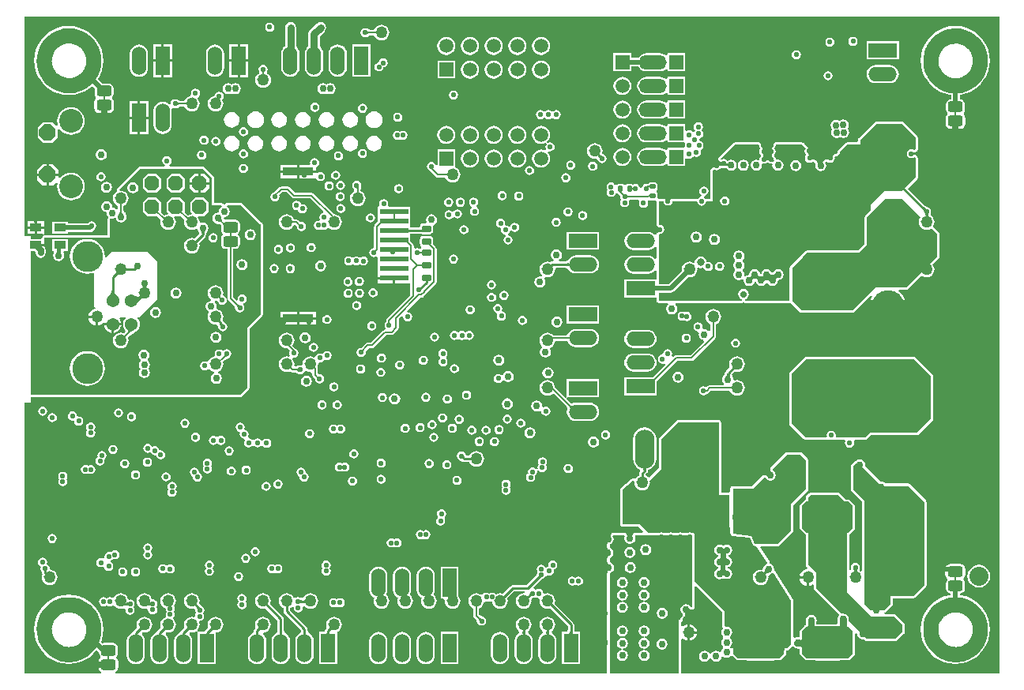
<source format=gbl>
G04*
G04 #@! TF.GenerationSoftware,Altium Limited,Altium Designer,21.0.8 (223)*
G04*
G04 Layer_Physical_Order=6*
G04 Layer_Color=16711680*
%FSLAX25Y25*%
%MOIN*%
G70*
G04*
G04 #@! TF.SameCoordinates,56364332-CB73-463B-918C-44576425AB2C*
G04*
G04*
G04 #@! TF.FilePolarity,Positive*
G04*
G01*
G75*
%ADD12C,0.00600*%
%ADD13C,0.00800*%
%ADD14C,0.01000*%
%ADD19C,0.03000*%
%ADD21C,0.00787*%
%ADD27C,0.00700*%
%ADD182C,0.06496*%
G04:AMPARAMS|DCode=187|XSize=22mil|YSize=24mil|CornerRadius=4.4mil|HoleSize=0mil|Usage=FLASHONLY|Rotation=90.000|XOffset=0mil|YOffset=0mil|HoleType=Round|Shape=RoundedRectangle|*
%AMROUNDEDRECTD187*
21,1,0.02200,0.01520,0,0,90.0*
21,1,0.01320,0.02400,0,0,90.0*
1,1,0.00880,0.00760,0.00660*
1,1,0.00880,0.00760,-0.00660*
1,1,0.00880,-0.00760,-0.00660*
1,1,0.00880,-0.00760,0.00660*
%
%ADD187ROUNDEDRECTD187*%
G04:AMPARAMS|DCode=193|XSize=22mil|YSize=24mil|CornerRadius=4.4mil|HoleSize=0mil|Usage=FLASHONLY|Rotation=180.000|XOffset=0mil|YOffset=0mil|HoleType=Round|Shape=RoundedRectangle|*
%AMROUNDEDRECTD193*
21,1,0.02200,0.01520,0,0,180.0*
21,1,0.01320,0.02400,0,0,180.0*
1,1,0.00880,-0.00660,0.00760*
1,1,0.00880,0.00660,0.00760*
1,1,0.00880,0.00660,-0.00760*
1,1,0.00880,-0.00660,-0.00760*
%
%ADD193ROUNDEDRECTD193*%
G04:AMPARAMS|DCode=210|XSize=29.13mil|YSize=39.37mil|CornerRadius=5.83mil|HoleSize=0mil|Usage=FLASHONLY|Rotation=90.000|XOffset=0mil|YOffset=0mil|HoleType=Round|Shape=RoundedRectangle|*
%AMROUNDEDRECTD210*
21,1,0.02913,0.02772,0,0,90.0*
21,1,0.01748,0.03937,0,0,90.0*
1,1,0.01165,0.01386,0.00874*
1,1,0.01165,0.01386,-0.00874*
1,1,0.01165,-0.01386,-0.00874*
1,1,0.01165,-0.01386,0.00874*
%
%ADD210ROUNDEDRECTD210*%
G04:AMPARAMS|DCode=218|XSize=50mil|YSize=50mil|CornerRadius=25mil|HoleSize=0mil|Usage=FLASHONLY|Rotation=270.000|XOffset=0mil|YOffset=0mil|HoleType=Round|Shape=RoundedRectangle|*
%AMROUNDEDRECTD218*
21,1,0.05000,0.00000,0,0,270.0*
21,1,0.00000,0.05000,0,0,270.0*
1,1,0.05000,0.00000,0.00000*
1,1,0.05000,0.00000,0.00000*
1,1,0.05000,0.00000,0.00000*
1,1,0.05000,0.00000,0.00000*
%
%ADD218ROUNDEDRECTD218*%
%ADD244C,0.01200*%
%ADD245C,0.01600*%
%ADD246C,0.02000*%
%ADD251C,0.02200*%
%ADD252C,0.02500*%
%ADD253C,0.03000*%
%ADD255C,0.02700*%
%ADD265C,0.05000*%
%ADD267C,0.07000*%
%ADD268C,0.00900*%
%ADD279R,0.05906X0.05906*%
%ADD280C,0.05906*%
%ADD281O,0.08250X0.16500*%
%ADD282O,0.11811X0.05906*%
%ADD283R,0.05906X0.05906*%
G04:AMPARAMS|DCode=284|XSize=133mil|YSize=83mil|CornerRadius=0mil|HoleSize=0mil|Usage=FLASHONLY|Rotation=270.000|XOffset=0mil|YOffset=0mil|HoleType=Round|Shape=Octagon|*
%AMOCTAGOND284*
4,1,8,-0.02075,-0.06650,0.02075,-0.06650,0.04150,-0.04575,0.04150,0.04575,0.02075,0.06650,-0.02075,0.06650,-0.04150,0.04575,-0.04150,-0.04575,-0.02075,-0.06650,0.0*
%
%ADD284OCTAGOND284*%

%ADD285P,0.06711X8X22.5*%
%ADD286C,0.05400*%
%ADD287C,0.13050*%
%ADD288P,0.07577X8X292.5*%
%ADD289C,0.10000*%
%ADD290R,0.12000X0.06000*%
%ADD291O,0.12000X0.06000*%
%ADD292R,0.06000X0.12000*%
%ADD293O,0.06000X0.12000*%
%ADD294O,0.13598X0.13600*%
%ADD295R,0.13598X0.13600*%
%ADD296C,0.08000*%
%ADD297C,0.02200*%
%ADD298C,0.02900*%
%ADD299C,0.03200*%
%ADD315C,0.04000*%
%ADD317R,0.12992X0.03543*%
%ADD318R,0.12008X0.02402*%
G04:AMPARAMS|DCode=319|XSize=50mil|YSize=50mil|CornerRadius=25mil|HoleSize=0mil|Usage=FLASHONLY|Rotation=180.000|XOffset=0mil|YOffset=0mil|HoleType=Round|Shape=RoundedRectangle|*
%AMROUNDEDRECTD319*
21,1,0.05000,0.00000,0,0,180.0*
21,1,0.00000,0.05000,0,0,180.0*
1,1,0.05000,0.00000,0.00000*
1,1,0.05000,0.00000,0.00000*
1,1,0.05000,0.00000,0.00000*
1,1,0.05000,0.00000,0.00000*
%
%ADD319ROUNDEDRECTD319*%
G04:AMPARAMS|DCode=320|XSize=46mil|YSize=63mil|CornerRadius=11.5mil|HoleSize=0mil|Usage=FLASHONLY|Rotation=270.000|XOffset=0mil|YOffset=0mil|HoleType=Round|Shape=RoundedRectangle|*
%AMROUNDEDRECTD320*
21,1,0.04600,0.04000,0,0,270.0*
21,1,0.02300,0.06300,0,0,270.0*
1,1,0.02300,-0.02000,-0.01150*
1,1,0.02300,-0.02000,0.01150*
1,1,0.02300,0.02000,0.01150*
1,1,0.02300,0.02000,-0.01150*
%
%ADD320ROUNDEDRECTD320*%
%ADD321R,0.04921X0.03347*%
%ADD322R,0.05906X0.05906*%
%ADD323C,0.08500*%
G36*
X41965Y196155D02*
X41989Y196035D01*
X42029Y195915D01*
X42085Y195796D01*
X42157Y195676D01*
X42245Y195557D01*
X42348Y195438D01*
X42468Y195318D01*
X42604Y195199D01*
X42755Y195080D01*
X40674Y194800D01*
X40804Y194972D01*
X41111Y195444D01*
X41187Y195587D01*
X41248Y195722D01*
X41296Y195851D01*
X41330Y195972D01*
X41351Y196086D01*
X41357Y196192D01*
X41958Y196275D01*
X41965Y196155D01*
D02*
G37*
G36*
X80158Y210478D02*
Y198625D01*
X84207D01*
X84359Y198125D01*
X83759Y197724D01*
X83251Y196964D01*
X83072Y196066D01*
X83086Y195999D01*
X82753Y195654D01*
X81862Y195477D01*
X81102Y194968D01*
X80593Y194208D01*
X80415Y193310D01*
X80593Y192413D01*
X81102Y191652D01*
X81862Y191144D01*
X82036Y191109D01*
X82045Y191103D01*
X82054Y191089D01*
X82206Y190987D01*
X82356Y190881D01*
X82371Y190877D01*
X82385Y190868D01*
X82565Y190832D01*
X82743Y190791D01*
X83100Y190780D01*
X83213Y190769D01*
X83315Y190752D01*
X83397Y190733D01*
X83456Y190715D01*
X83494Y190699D01*
X83512Y190690D01*
X83512Y190690D01*
X83551Y190656D01*
X83695Y190573D01*
X83833Y190480D01*
X83866Y190474D01*
X83896Y190457D01*
X83988Y190445D01*
Y188369D01*
X84140Y187608D01*
X84570Y186963D01*
X84785Y186820D01*
Y186218D01*
X84570Y186075D01*
X84140Y185430D01*
X83988Y184669D01*
Y182369D01*
X84140Y181608D01*
X84570Y180963D01*
X85216Y180532D01*
X85976Y180381D01*
X86855D01*
Y159459D01*
X86855Y159459D01*
X86940Y159030D01*
X87183Y158666D01*
X89546Y156304D01*
X89570Y156138D01*
X89583Y156116D01*
X89588Y156091D01*
X89685Y155946D01*
X89774Y155797D01*
X89802Y155766D01*
X89804Y155761D01*
X89810Y155745D01*
X89818Y155720D01*
X89825Y155683D01*
X89832Y155633D01*
X89837Y155572D01*
X89838Y155472D01*
X89878Y155286D01*
X89916Y155099D01*
X89920Y155092D01*
X89922Y155084D01*
X90030Y154927D01*
X90137Y154768D01*
X90144Y154763D01*
X90148Y154756D01*
X90166Y154745D01*
X90168Y154737D01*
X90588Y154108D01*
X91216Y153688D01*
X91957Y153541D01*
X92699Y153688D01*
X93327Y154108D01*
X93747Y154737D01*
X93895Y155478D01*
X93747Y156219D01*
X93352Y156811D01*
X93384Y157032D01*
X93481Y157346D01*
X93648Y157379D01*
X94277Y157799D01*
X94697Y158428D01*
X94844Y159169D01*
X94697Y159911D01*
X94277Y160539D01*
X93648Y160959D01*
X92907Y161107D01*
X92166Y160959D01*
X91537Y160539D01*
X91117Y159911D01*
X90970Y159169D01*
X91072Y158657D01*
X90611Y158411D01*
X89098Y159924D01*
Y180381D01*
X89976D01*
X90737Y180532D01*
X91382Y180963D01*
X91813Y181608D01*
X91965Y182369D01*
Y184669D01*
X91813Y185430D01*
X91382Y186075D01*
X91168Y186218D01*
Y186820D01*
X91382Y186963D01*
X91813Y187608D01*
X91965Y188369D01*
Y190669D01*
X91813Y191430D01*
X91382Y192075D01*
X90737Y192506D01*
X89976Y192657D01*
X85976D01*
X85760Y192614D01*
X85642Y192673D01*
X85289Y193027D01*
X85281Y193136D01*
X85280Y193239D01*
X85311Y193348D01*
X85617Y193761D01*
X86315Y193900D01*
X87076Y194408D01*
X87584Y195169D01*
X87762Y196066D01*
X87584Y196964D01*
X87076Y197724D01*
X86476Y198125D01*
X86627Y198625D01*
X92483D01*
X100617Y190669D01*
X100673D01*
Y152661D01*
X94965Y146952D01*
Y121558D01*
X92110Y118703D01*
X3921D01*
Y179288D01*
X5600D01*
X5892Y178996D01*
Y178603D01*
X6052Y177803D01*
X6505Y177125D01*
X7183Y176672D01*
X7983Y176513D01*
X8783Y176672D01*
X9461Y177125D01*
X9914Y177803D01*
X10073Y178603D01*
Y179861D01*
X10073Y179861D01*
X9914Y180661D01*
X9461Y181339D01*
X9343Y181457D01*
Y181461D01*
X5883D01*
Y182461D01*
X9343D01*
Y184635D01*
X9566Y185043D01*
X37287D01*
Y192895D01*
X37674Y193213D01*
X38075Y193133D01*
X38972Y193311D01*
X39174Y193447D01*
X39636Y193255D01*
X39691Y192981D01*
X40199Y192220D01*
X40960Y191711D01*
X41857Y191533D01*
X42755Y191711D01*
X43516Y192220D01*
X44024Y192981D01*
X44203Y193878D01*
X44024Y194775D01*
X43765Y195163D01*
X43768Y195201D01*
X43765Y195208D01*
X43766Y195216D01*
X43704Y195397D01*
X43644Y195579D01*
X43639Y195585D01*
X43637Y195592D01*
X43510Y195735D01*
X43386Y195881D01*
X43256Y195983D01*
X43165Y196063D01*
X43094Y196134D01*
X43042Y196194D01*
X43007Y196242D01*
X42987Y196275D01*
X42978Y196293D01*
X42975Y196342D01*
X42965Y196377D01*
X42968Y196413D01*
X42914Y196568D01*
X42871Y196727D01*
X42849Y196755D01*
X42838Y196789D01*
X42779Y196855D01*
Y198471D01*
X43322Y198695D01*
X44011Y199224D01*
X44540Y199914D01*
X44872Y200716D01*
X44986Y201578D01*
X44872Y202439D01*
X44540Y203242D01*
X44011Y203931D01*
X43322Y204461D01*
X42519Y204793D01*
X41658Y204906D01*
X41386Y204871D01*
X41152Y205344D01*
X49886Y214078D01*
X76557Y214078D01*
X80158Y210478D01*
D02*
G37*
G36*
X84262Y193092D02*
X84290Y192724D01*
X84317Y192559D01*
X84351Y192408D01*
X84394Y192270D01*
X84445Y192144D01*
X84505Y192032D01*
X84572Y191933D01*
X84648Y191847D01*
X84223Y191422D01*
X84137Y191498D01*
X84038Y191566D01*
X83926Y191625D01*
X83800Y191676D01*
X83662Y191719D01*
X83511Y191753D01*
X83346Y191780D01*
X83169Y191798D01*
X82775Y191810D01*
X84260Y193295D01*
X84262Y193092D01*
D02*
G37*
G36*
X91025Y156842D02*
X91101Y156785D01*
X91184Y156736D01*
X91273Y156693D01*
X91369Y156656D01*
X91472Y156627D01*
X91581Y156605D01*
X91696Y156589D01*
X91818Y156580D01*
X91947Y156578D01*
X90857Y155489D01*
X90855Y155617D01*
X90847Y155739D01*
X90831Y155855D01*
X90808Y155964D01*
X90779Y156066D01*
X90743Y156162D01*
X90700Y156251D01*
X90650Y156334D01*
X90594Y156411D01*
X90530Y156481D01*
X90955Y156905D01*
X91025Y156842D01*
D02*
G37*
G36*
X263653Y87756D02*
X263570Y87723D01*
X263497Y87668D01*
X263433Y87591D01*
X263380Y87493D01*
X263336Y87372D01*
X263301Y87229D01*
X263277Y87064D01*
X263262Y86878D01*
X263258Y86669D01*
X262258D01*
X262253Y86878D01*
X262238Y87064D01*
X262213Y87229D01*
X262179Y87372D01*
X262135Y87493D01*
X262082Y87591D01*
X262018Y87668D01*
X261945Y87723D01*
X261862Y87756D01*
X261769Y87767D01*
X263746D01*
X263653Y87756D01*
D02*
G37*
G36*
X330883Y91003D02*
X330883Y78903D01*
X329658Y77678D01*
X324557Y72578D01*
Y61278D01*
X319158Y55878D01*
X309258D01*
X307658Y59178D01*
X299957Y60178D01*
Y79178D01*
X308457Y79178D01*
X313127Y83847D01*
X313702Y83715D01*
X314099Y83120D01*
X314860Y82611D01*
X315757Y82433D01*
X316655Y82611D01*
X317416Y83120D01*
X317924Y83881D01*
X318103Y84778D01*
X317924Y85675D01*
X317416Y86436D01*
X316821Y86834D01*
X316688Y87409D01*
X322783Y93503D01*
X328383D01*
X330883Y91003D01*
D02*
G37*
G36*
X293957Y76478D02*
X298358D01*
Y63078D01*
X298938Y62427D01*
Y60178D01*
X298964Y60046D01*
X298973Y59912D01*
X299003Y59853D01*
X299015Y59788D01*
X299090Y59676D01*
X299150Y59556D01*
X299200Y59512D01*
X299236Y59457D01*
X299348Y59382D01*
X299449Y59294D01*
X299512Y59273D01*
X299567Y59236D01*
X299699Y59210D01*
X299826Y59167D01*
X306980Y58238D01*
X308340Y55433D01*
X308442Y55298D01*
X308537Y55157D01*
X308562Y55140D01*
X308580Y55116D01*
X308726Y55030D01*
X308867Y54936D01*
X308897Y54930D01*
X308923Y54915D01*
X309091Y54891D01*
X309258Y54858D01*
X309955D01*
X314434Y47719D01*
X314236Y47260D01*
X314160Y47245D01*
X313399Y46736D01*
X312891Y45975D01*
X312838Y45710D01*
X312831Y45705D01*
X312821Y45689D01*
X312806Y45678D01*
X312712Y45523D01*
X312614Y45372D01*
X312610Y45353D01*
X312601Y45338D01*
X312574Y45158D01*
X312540Y44981D01*
X312060Y44853D01*
X311658Y44906D01*
X310796Y44793D01*
X309993Y44460D01*
X309304Y43931D01*
X308775Y43242D01*
X308442Y42439D01*
X308329Y41578D01*
X308442Y40716D01*
X308775Y39914D01*
X309304Y39224D01*
X309993Y38695D01*
X310796Y38363D01*
X311658Y38249D01*
X312519Y38363D01*
X313322Y38695D01*
X314011Y39224D01*
X314540Y39914D01*
X314873Y40716D01*
X314986Y41578D01*
X314913Y42135D01*
X315184Y42549D01*
X315335Y42602D01*
X315369Y42612D01*
X315547Y42656D01*
X315560Y42666D01*
X315576Y42671D01*
X315720Y42784D01*
X315867Y42893D01*
X315868Y42894D01*
X315955Y42911D01*
X316592Y43337D01*
X317198Y43311D01*
X324557Y31578D01*
Y13478D01*
X322857Y11778D01*
X316791D01*
Y7428D01*
X312287Y7450D01*
X306592Y7428D01*
Y7478D01*
X306222Y7479D01*
X306417Y11778D01*
X298803D01*
X298730Y12329D01*
X299016Y12520D01*
X299524Y13281D01*
X299703Y14178D01*
X299524Y15075D01*
X299016Y15836D01*
X298654Y16078D01*
Y16578D01*
X299016Y16820D01*
X299524Y17581D01*
X299703Y18478D01*
X299524Y19375D01*
X299016Y20136D01*
X298255Y20644D01*
X297358Y20823D01*
X296957Y20743D01*
X296458Y21154D01*
X296458Y27378D01*
X283902Y39933D01*
X283902Y59503D01*
X283825Y59893D01*
X283604Y60224D01*
X283273Y60445D01*
X282883Y60523D01*
X282501D01*
X282482Y60535D01*
X281740Y60683D01*
X280999Y60535D01*
X280980Y60523D01*
X278501D01*
X278482Y60535D01*
X277741Y60683D01*
X276999Y60535D01*
X276980Y60523D01*
X274501D01*
X274482Y60535D01*
X273741Y60683D01*
X272999Y60535D01*
X272980Y60523D01*
X270501D01*
X270482Y60535D01*
X269741Y60683D01*
X268999Y60535D01*
X268980Y60523D01*
X263979D01*
X260658Y64078D01*
X253483Y64078D01*
Y78603D01*
X257934Y82405D01*
X258404Y82149D01*
X258329Y81578D01*
X258442Y80717D01*
X258775Y79914D01*
X259304Y79224D01*
X259993Y78695D01*
X260796Y78363D01*
X261658Y78250D01*
X262519Y78363D01*
X263322Y78695D01*
X264011Y79224D01*
X264540Y79914D01*
X264873Y80717D01*
X264986Y81578D01*
X264904Y82203D01*
X264983Y82703D01*
X269783Y87503D01*
Y100003D01*
X276783Y107003D01*
X293957D01*
Y76478D01*
D02*
G37*
G36*
X282883Y29138D02*
X282383Y29049D01*
X281941Y29710D01*
X281180Y30218D01*
X280283Y30397D01*
X279385Y30218D01*
X278625Y29710D01*
X278116Y28949D01*
X277938Y28052D01*
X278116Y27154D01*
X278625Y26393D01*
X278911Y26202D01*
Y25702D01*
X278625Y25510D01*
X278116Y24750D01*
X277938Y23852D01*
X277781Y23662D01*
X277257Y23578D01*
X277257Y23578D01*
Y1078D01*
X247957D01*
Y13190D01*
X248072Y13362D01*
X248220Y14103D01*
X248072Y14844D01*
X247957Y15017D01*
Y25989D01*
X248020Y26303D01*
X247957Y26617D01*
X247957Y43532D01*
X248355Y43611D01*
X249116Y44120D01*
X249624Y44881D01*
X249802Y45778D01*
X249624Y46675D01*
X249116Y47436D01*
X248355Y47945D01*
X247957Y48024D01*
Y49710D01*
X248142Y49747D01*
X248902Y50255D01*
X249411Y51016D01*
X249589Y51913D01*
X249411Y52811D01*
X248902Y53572D01*
X248142Y54080D01*
X247957Y54116D01*
Y55576D01*
X248220Y55629D01*
X248981Y56137D01*
X249489Y56898D01*
X249668Y57795D01*
X249489Y58693D01*
X249282Y59003D01*
X249549Y59503D01*
X254117D01*
X254353Y59062D01*
X254290Y58968D01*
X254112Y58071D01*
X254290Y57174D01*
X254799Y56413D01*
X255559Y55904D01*
X256457Y55726D01*
X257354Y55904D01*
X258115Y56413D01*
X258623Y57174D01*
X258802Y58071D01*
X258623Y58968D01*
X258560Y59062D01*
X258796Y59503D01*
X282883D01*
X282883Y29138D01*
D02*
G37*
G36*
X352395Y44954D02*
X352366Y44907D01*
X352341Y44851D01*
X352319Y44785D01*
X352300Y44710D01*
X352285Y44626D01*
X352273Y44532D01*
X352259Y44317D01*
X352257Y44196D01*
X351058D01*
X351056Y44317D01*
X351030Y44626D01*
X351015Y44710D01*
X350996Y44785D01*
X350974Y44851D01*
X350949Y44907D01*
X350920Y44954D01*
X350887Y44992D01*
X352428D01*
X352395Y44954D01*
D02*
G37*
G36*
X315113Y43579D02*
X314988Y43569D01*
X314865Y43549D01*
X314744Y43519D01*
X314624Y43478D01*
X314507Y43427D01*
X314391Y43366D01*
X314277Y43295D01*
X314165Y43213D01*
X314055Y43121D01*
X313947Y43019D01*
X313054Y43823D01*
X313157Y43933D01*
X313248Y44043D01*
X313327Y44156D01*
X313395Y44270D01*
X313452Y44386D01*
X313496Y44504D01*
X313529Y44624D01*
X313551Y44745D01*
X313561Y44868D01*
X313560Y44992D01*
X315113Y43579D01*
D02*
G37*
G36*
X412476Y996D02*
X278344D01*
X278277Y1078D01*
Y15493D01*
X278552Y15676D01*
X278977Y15793D01*
X279592Y15321D01*
X280444Y14968D01*
X280857Y14914D01*
Y18378D01*
Y21842D01*
X280444Y21788D01*
X279592Y21435D01*
X278977Y20963D01*
X278552Y21080D01*
X278277Y21263D01*
Y22775D01*
X278286Y22783D01*
X278315Y22793D01*
X278439Y22908D01*
X278570Y23015D01*
X278726Y23205D01*
X278750Y23250D01*
X278785Y23286D01*
X278843Y23424D01*
X278913Y23556D01*
X278918Y23607D01*
X278938Y23653D01*
X279077Y24352D01*
X279360Y24775D01*
X279478Y24854D01*
X279549Y24925D01*
X279632Y24981D01*
X279688Y25065D01*
X279759Y25135D01*
X279797Y25228D01*
X279853Y25312D01*
X279873Y25410D01*
X279911Y25503D01*
Y25604D01*
X279931Y25702D01*
Y26202D01*
X279911Y26300D01*
Y26401D01*
X279873Y26494D01*
X279853Y26592D01*
X279797Y26676D01*
X279759Y26768D01*
X279688Y26839D01*
X279632Y26923D01*
X279549Y26979D01*
X279478Y27050D01*
X279360Y27129D01*
X279077Y27552D01*
X278977Y28052D01*
X279077Y28551D01*
X279360Y28975D01*
X279783Y29258D01*
X280283Y29357D01*
X280782Y29258D01*
X281206Y28975D01*
X281535Y28482D01*
X281669Y28349D01*
X281799Y28212D01*
X281809Y28208D01*
X281816Y28201D01*
X281991Y28129D01*
X282164Y28053D01*
X282174Y28053D01*
X282184Y28049D01*
X282373D01*
X282562Y28045D01*
X283062Y28134D01*
X283165Y28174D01*
X283273Y28196D01*
X283348Y28246D01*
X283432Y28279D01*
X283512Y28356D01*
X283604Y28417D01*
X283654Y28492D01*
X283719Y28555D01*
X283763Y28656D01*
X283825Y28748D01*
X283842Y28836D01*
X283878Y28919D01*
X283881Y29030D01*
X283902Y29138D01*
Y37577D01*
X284549Y37844D01*
X295438Y26956D01*
X295438Y21154D01*
X295448Y21104D01*
X295443Y21054D01*
X295486Y20910D01*
X295515Y20764D01*
X295699Y20136D01*
X295191Y19375D01*
X295012Y18478D01*
X295191Y17581D01*
X295699Y16820D01*
X295912Y16678D01*
Y15978D01*
X295699Y15836D01*
X295191Y15075D01*
X295012Y14178D01*
X295191Y13281D01*
X295699Y12520D01*
X295837Y12428D01*
Y11728D01*
X295699Y11636D01*
X295191Y10875D01*
X295100Y10421D01*
X294927Y10307D01*
X294334Y10157D01*
X293755Y10544D01*
X292858Y10723D01*
X291960Y10544D01*
X291199Y10036D01*
X290846Y9508D01*
X290818Y9497D01*
X290097D01*
X290069Y9508D01*
X289716Y10036D01*
X288955Y10544D01*
X288057Y10723D01*
X287160Y10544D01*
X286399Y10036D01*
X285891Y9275D01*
X285712Y8378D01*
X285891Y7480D01*
X286399Y6720D01*
X287160Y6211D01*
X288057Y6033D01*
X288955Y6211D01*
X289716Y6720D01*
X290069Y7248D01*
X290097Y7259D01*
X290818D01*
X290846Y7248D01*
X291199Y6720D01*
X291960Y6211D01*
X292858Y6033D01*
X293755Y6211D01*
X294516Y6720D01*
X295024Y7480D01*
X295114Y7935D01*
X295288Y8049D01*
X295881Y8199D01*
X296460Y7811D01*
X297358Y7633D01*
X298255Y7811D01*
X299016Y8320D01*
X299114Y8466D01*
X299810Y8535D01*
X301678Y6667D01*
X305637D01*
X305645Y6662D01*
X305789Y6556D01*
X305810Y6551D01*
X305827Y6539D01*
X306002Y6504D01*
X306175Y6461D01*
X306196Y6464D01*
X306217Y6460D01*
X306335Y6459D01*
X306398Y6447D01*
X306592Y6408D01*
X306594Y6409D01*
X306596Y6408D01*
X312285Y6430D01*
X316786Y6408D01*
X316788Y6409D01*
X316791Y6408D01*
X316983Y6447D01*
X317176Y6484D01*
X317179Y6486D01*
X317181Y6486D01*
X317328Y6584D01*
X317357D01*
X317988Y6667D01*
X320028D01*
X322503Y9142D01*
Y10758D01*
X322857D01*
X323248Y10836D01*
X323578Y11057D01*
X324856Y12335D01*
X325705Y12325D01*
X326383Y11872D01*
X326434Y11862D01*
X326437Y11858D01*
X326452Y11847D01*
X326462Y11832D01*
X326613Y11731D01*
X326760Y11626D01*
X326777Y11621D01*
X326793Y11611D01*
X326970Y11576D01*
X327147Y11534D01*
X327777Y11512D01*
X327986Y11490D01*
X328151Y11462D01*
X328153Y11461D01*
X328166Y11427D01*
X328207Y11383D01*
Y9103D01*
X330682Y6628D01*
X334199D01*
X334339Y6610D01*
X334660D01*
X334735Y6547D01*
X334790Y6529D01*
X334838Y6497D01*
X334978Y6470D01*
X335114Y6427D01*
X335172Y6431D01*
X335228Y6420D01*
X339858Y6427D01*
X344487Y6420D01*
X344526Y6428D01*
X344565Y6423D01*
X344719Y6466D01*
X344877Y6497D01*
X344910Y6519D01*
X344948Y6530D01*
X345064Y6620D01*
X345122Y6628D01*
X349032D01*
X351507Y9103D01*
Y17695D01*
X352207Y18022D01*
X352442Y17826D01*
X352438Y17803D01*
X352616Y16906D01*
X353124Y16145D01*
X353885Y15637D01*
X354783Y15458D01*
X355160Y15533D01*
X355637Y15057D01*
X355967Y14836D01*
X356358Y14758D01*
X368558D01*
X368948Y14836D01*
X369279Y15057D01*
X369279Y15057D01*
X372078Y17857D01*
X372299Y18188D01*
X372377Y18578D01*
Y21678D01*
X372299Y22068D01*
X372078Y22399D01*
X368778Y25699D01*
X368448Y25920D01*
X368057Y25997D01*
X364023D01*
X363954Y26697D01*
X364148Y26736D01*
X364478Y26957D01*
X367278Y29757D01*
X367499Y30088D01*
X367577Y30478D01*
X367577Y32858D01*
X375381D01*
X375383Y32858D01*
X375384Y32858D01*
X376257D01*
X376648Y32936D01*
X376978Y33157D01*
X381378Y37557D01*
X381599Y37888D01*
X381677Y38278D01*
Y48878D01*
Y73478D01*
X381599Y73868D01*
X381378Y74199D01*
X374653Y80924D01*
X374322Y81145D01*
X373932Y81223D01*
X364358Y81223D01*
X364216Y81436D01*
X363966Y81603D01*
X363792Y81719D01*
X363455Y81945D01*
X362558Y82123D01*
X362347Y82081D01*
X355711Y88717D01*
X355802Y89178D01*
X355624Y90075D01*
X355116Y90836D01*
X354911Y90973D01*
X354355Y91344D01*
X353457Y91523D01*
X352560Y91344D01*
X351799Y90836D01*
X351699Y90686D01*
X351493Y90645D01*
X351162Y90424D01*
X350162Y89424D01*
X349941Y89093D01*
X349863Y88703D01*
X349863Y78653D01*
X349941Y78263D01*
X350162Y77932D01*
X354538Y73556D01*
X354538Y58378D01*
X354538Y44313D01*
X353838Y44064D01*
X353322Y44460D01*
X353398Y44679D01*
X353416Y44837D01*
X353447Y44992D01*
X353443Y45015D01*
X353447Y45037D01*
X353595Y45778D01*
X353447Y46519D01*
X353027Y47148D01*
X352399Y47568D01*
X351658Y47715D01*
X350916Y47568D01*
X350288Y47148D01*
X349868Y46519D01*
X349720Y45778D01*
X349868Y45037D01*
X349872Y45015D01*
X349868Y44992D01*
X349887Y44895D01*
X349762Y44726D01*
X349677Y44656D01*
X349192Y44826D01*
X348977Y45041D01*
Y59628D01*
X349032D01*
X351507Y62103D01*
Y72053D01*
X349032Y74528D01*
X347649D01*
X344978Y77199D01*
X344648Y77420D01*
X344257Y77498D01*
X332857Y77498D01*
X332467Y77420D01*
X332137Y77199D01*
X330937Y75999D01*
X330715Y75668D01*
X330638Y75278D01*
Y74483D01*
X328207Y72053D01*
Y62103D01*
X330638Y59673D01*
Y46978D01*
X330715Y46588D01*
X330937Y46257D01*
X330937Y46257D01*
X331412Y45782D01*
X331161Y45043D01*
X330744Y44988D01*
X329892Y44635D01*
X329161Y44074D01*
X328600Y43343D01*
X328248Y42492D01*
X328193Y42078D01*
X331658D01*
Y41578D01*
X332157D01*
Y38114D01*
X332571Y38168D01*
X333423Y38521D01*
X333538Y38609D01*
X334238Y38264D01*
Y36878D01*
X334315Y36488D01*
X334537Y36157D01*
X344444Y26249D01*
X344825Y25661D01*
X344316Y24901D01*
X344138Y24003D01*
Y22239D01*
X343639Y21748D01*
X335280Y21867D01*
X335255Y21962D01*
X335214Y22218D01*
X335188Y22526D01*
X335224Y22580D01*
X335402Y23478D01*
X335224Y24375D01*
X334716Y25136D01*
X333955Y25644D01*
X333057Y25823D01*
X332160Y25644D01*
X331399Y25136D01*
X330891Y24375D01*
X330712Y23478D01*
X330891Y22580D01*
X330928Y22525D01*
X330928Y22514D01*
X330900Y22171D01*
X330858Y21890D01*
X330806Y21676D01*
X330753Y21533D01*
X330751Y21528D01*
X330682D01*
X330598Y21444D01*
X330571Y21434D01*
X330433Y21400D01*
X330386Y21365D01*
X330331Y21344D01*
X330227Y21248D01*
X330113Y21164D01*
X330083Y21114D01*
X330040Y21074D01*
X329981Y20945D01*
X329907Y20823D01*
X329898Y20765D01*
X329880Y20726D01*
X328207Y19053D01*
Y16826D01*
X327666Y16382D01*
X327457Y16423D01*
X326560Y16244D01*
X326277Y16055D01*
X325577Y16430D01*
Y31578D01*
X325560Y31662D01*
X325563Y31748D01*
X325522Y31855D01*
X325500Y31968D01*
X325452Y32039D01*
X325421Y32120D01*
X318062Y43852D01*
X317998Y43920D01*
X317950Y44000D01*
X317863Y44063D01*
X317789Y44142D01*
X317704Y44180D01*
X317629Y44235D01*
X317524Y44260D01*
X317426Y44304D01*
X317388Y45006D01*
X317403Y45078D01*
X317224Y45975D01*
X316716Y46736D01*
X315955Y47245D01*
X315453Y47704D01*
X315436Y47796D01*
X315439Y47889D01*
X315401Y47989D01*
X315381Y48095D01*
X315330Y48173D01*
X315297Y48260D01*
X311543Y54246D01*
X311882Y54858D01*
X319158D01*
X319548Y54936D01*
X319878Y55157D01*
X325278Y60557D01*
X325500Y60888D01*
X325577Y61278D01*
Y72156D01*
X330378Y76957D01*
X331604Y78182D01*
X331825Y78513D01*
X331902Y78903D01*
X331902Y91003D01*
X331825Y91393D01*
X331604Y91724D01*
X329104Y94224D01*
X329104Y94224D01*
X328773Y94445D01*
X328383Y94523D01*
X322783D01*
X322393Y94445D01*
X322062Y94224D01*
X315967Y88130D01*
X315903Y88034D01*
X315824Y87950D01*
X315794Y87870D01*
X315746Y87799D01*
X315724Y87686D01*
X315683Y87578D01*
X315685Y87493D01*
X315669Y87409D01*
X315691Y87296D01*
X315695Y87181D01*
X315827Y86606D01*
X315902Y86438D01*
X315973Y86267D01*
X315984Y86257D01*
X315990Y86243D01*
X316124Y86116D01*
X316254Y85986D01*
X316681Y85701D01*
X316964Y85277D01*
X317063Y84778D01*
X316964Y84278D01*
X316681Y83855D01*
X316257Y83572D01*
X315757Y83473D01*
X315258Y83572D01*
X314834Y83855D01*
X314549Y84281D01*
X314419Y84411D01*
X314293Y84546D01*
X314279Y84552D01*
X314268Y84563D01*
X314098Y84633D01*
X313930Y84709D01*
X313355Y84841D01*
X313240Y84844D01*
X313127Y84867D01*
X313043Y84850D01*
X312957Y84852D01*
X312849Y84812D01*
X312736Y84789D01*
X312665Y84741D01*
X312585Y84711D01*
X312502Y84632D01*
X312406Y84568D01*
X308035Y80198D01*
X299957Y80198D01*
X299567Y80120D01*
X299236Y79899D01*
X299015Y79568D01*
X298938Y79178D01*
Y78071D01*
X298358Y77498D01*
X294977D01*
Y107003D01*
X294900Y107393D01*
X294678Y107724D01*
X294348Y107945D01*
X293957Y108023D01*
X276783D01*
X276393Y107945D01*
X276062Y107724D01*
X269062Y100724D01*
X268841Y100393D01*
X268763Y100003D01*
Y87925D01*
X264716Y83878D01*
X264017Y83924D01*
X264011Y83931D01*
X263356Y84434D01*
X263317Y84517D01*
X263251Y85247D01*
X263695Y85691D01*
X263776Y85813D01*
X263803Y85831D01*
X263961Y85932D01*
X263968Y85942D01*
X263978Y85948D01*
X264082Y86104D01*
X264190Y86257D01*
X264193Y86269D01*
X264199Y86279D01*
X264236Y86463D01*
X264277Y86645D01*
X264281Y86826D01*
X264288Y86915D01*
X264350Y86968D01*
X264467Y87046D01*
X264500Y87097D01*
X264546Y87136D01*
X264564Y87170D01*
X265241Y87451D01*
X266270Y88240D01*
X267059Y89269D01*
X267556Y90467D01*
X267725Y91753D01*
Y100003D01*
X267556Y101289D01*
X267059Y102487D01*
X266270Y103516D01*
X265241Y104305D01*
X264043Y104801D01*
X262757Y104971D01*
X261472Y104801D01*
X260274Y104305D01*
X259245Y103516D01*
X258455Y102487D01*
X257959Y101289D01*
X257790Y100003D01*
Y91753D01*
X257959Y90467D01*
X258455Y89269D01*
X259245Y88240D01*
X260274Y87451D01*
X260586Y87322D01*
X260771Y86555D01*
X260720Y86466D01*
X260433Y86036D01*
X260332Y85528D01*
Y84601D01*
X259993Y84461D01*
X259304Y83931D01*
X259011Y83550D01*
X258396Y83313D01*
X258218Y83364D01*
X258040Y83419D01*
X258027Y83418D01*
X258014Y83421D01*
X257829Y83400D01*
X257644Y83383D01*
X257632Y83376D01*
X257618Y83375D01*
X257456Y83284D01*
X257292Y83197D01*
X257283Y83187D01*
X257271Y83180D01*
X252820Y79378D01*
X252795Y79347D01*
X252762Y79324D01*
X252673Y79191D01*
X252574Y79066D01*
X252563Y79027D01*
X252541Y78993D01*
X252509Y78837D01*
X252466Y78683D01*
X252471Y78643D01*
X252463Y78603D01*
Y64078D01*
X252541Y63688D01*
X252762Y63357D01*
X253093Y63136D01*
X253483Y63058D01*
X260215Y63058D01*
X261984Y61165D01*
X261705Y60523D01*
X258796D01*
X258649Y60493D01*
X258500Y60479D01*
X258456Y60455D01*
X258406Y60445D01*
X258281Y60362D01*
X258149Y60291D01*
X258117Y60252D01*
X258075Y60224D01*
X257992Y60100D01*
X257897Y59984D01*
X257661Y59543D01*
X257618Y59399D01*
X257560Y59261D01*
Y59210D01*
X257546Y59162D01*
X257560Y59013D01*
Y58863D01*
X257580Y58816D01*
X257585Y58766D01*
X257647Y58650D01*
X257762Y58071D01*
X257663Y57571D01*
X257380Y57148D01*
X256956Y56865D01*
X256457Y56765D01*
X255957Y56865D01*
X255534Y57148D01*
X255251Y57571D01*
X255151Y58071D01*
X255266Y58650D01*
X255329Y58766D01*
X255333Y58816D01*
X255353Y58863D01*
Y59013D01*
X255368Y59162D01*
X255353Y59210D01*
Y59261D01*
X255296Y59399D01*
X255252Y59543D01*
X255016Y59984D01*
X254921Y60100D01*
X254838Y60224D01*
X254796Y60252D01*
X254764Y60291D01*
X254632Y60362D01*
X254507Y60445D01*
X254458Y60455D01*
X254413Y60479D01*
X254264Y60493D01*
X254117Y60523D01*
X249549D01*
X249402Y60493D01*
X249253Y60479D01*
X249209Y60455D01*
X249159Y60445D01*
X249035Y60362D01*
X248902Y60291D01*
X248870Y60252D01*
X248828Y60224D01*
X248745Y60100D01*
X248650Y59984D01*
X248383Y59484D01*
X248339Y59341D01*
X248282Y59202D01*
Y59152D01*
X248267Y59103D01*
X248282Y58954D01*
Y58804D01*
X248301Y58758D01*
X248306Y58707D01*
X248377Y58575D01*
X248434Y58437D01*
X248529Y58295D01*
X248628Y57795D01*
X248529Y57296D01*
X248246Y56872D01*
X247822Y56589D01*
X247759Y56577D01*
X247666Y56538D01*
X247567Y56518D01*
X247484Y56463D01*
X247391Y56424D01*
X247320Y56353D01*
X247236Y56297D01*
X247181Y56214D01*
X247110Y56143D01*
X247071Y56050D01*
X247016Y55967D01*
X246996Y55868D01*
X246957Y55775D01*
Y55675D01*
X246938Y55576D01*
Y54116D01*
X246957Y54018D01*
Y53918D01*
X246996Y53825D01*
X247016Y53726D01*
X247071Y53643D01*
X247110Y53550D01*
X247181Y53479D01*
X247236Y53396D01*
X247320Y53340D01*
X247391Y53269D01*
X247484Y53230D01*
X247567Y53175D01*
X247666Y53155D01*
X247731Y53128D01*
X248167Y52837D01*
X248450Y52413D01*
X248550Y51913D01*
X248450Y51414D01*
X248167Y50990D01*
X247731Y50699D01*
X247666Y50672D01*
X247567Y50652D01*
X247484Y50596D01*
X247391Y50558D01*
X247320Y50487D01*
X247236Y50431D01*
X247181Y50348D01*
X247110Y50277D01*
X247071Y50184D01*
X247016Y50100D01*
X246996Y50002D01*
X246957Y49909D01*
Y49809D01*
X246938Y49710D01*
Y48024D01*
X246957Y47925D01*
Y47825D01*
X246996Y47732D01*
X247016Y47633D01*
X247071Y47550D01*
X247110Y47457D01*
X247181Y47386D01*
X247236Y47303D01*
X247320Y47247D01*
X247391Y47176D01*
X247484Y47137D01*
X247567Y47082D01*
X247666Y47062D01*
X247759Y47024D01*
X247957Y46984D01*
X248381Y46701D01*
X248664Y46278D01*
X248763Y45778D01*
X248664Y45278D01*
X248381Y44855D01*
X247957Y44572D01*
X247759Y44532D01*
X247666Y44494D01*
X247567Y44474D01*
X247484Y44418D01*
X247391Y44380D01*
X247320Y44309D01*
X247236Y44253D01*
X247181Y44170D01*
X247110Y44099D01*
X247071Y44006D01*
X247016Y43922D01*
X246996Y43824D01*
X246957Y43731D01*
Y43631D01*
X246938Y43532D01*
X246938Y26617D01*
X246957Y26518D01*
Y26418D01*
X246980Y26303D01*
X246957Y26188D01*
Y26088D01*
X246938Y25989D01*
Y15017D01*
X246957Y14918D01*
Y14818D01*
X246996Y14725D01*
X247016Y14626D01*
X247071Y14543D01*
X247110Y14450D01*
X247112Y14447D01*
X247180Y14103D01*
X247112Y13760D01*
X247110Y13756D01*
X247071Y13663D01*
X247016Y13580D01*
X246996Y13481D01*
X246957Y13389D01*
Y13288D01*
X246938Y13190D01*
Y1078D01*
X246871Y996D01*
X39540D01*
X39446Y1268D01*
X39424Y1696D01*
X40033Y2103D01*
X40508Y2814D01*
X40675Y3653D01*
Y5953D01*
X40508Y6792D01*
X40033Y7503D01*
X39913Y7583D01*
X39978Y8382D01*
X40319Y8892D01*
X40471Y9653D01*
Y11953D01*
X40319Y12714D01*
X39889Y13359D01*
X39244Y13790D01*
X38483Y13941D01*
X34483D01*
X33990Y13843D01*
X33356Y14477D01*
X33647Y15179D01*
X34181Y17405D01*
X34361Y19688D01*
X34181Y21971D01*
X33647Y24198D01*
X32770Y26313D01*
X31574Y28266D01*
X30086Y30007D01*
X28345Y31494D01*
X26393Y32691D01*
X24277Y33567D01*
X22050Y34102D01*
X19768Y34281D01*
X17485Y34102D01*
X15258Y33567D01*
X13143Y32691D01*
X11190Y31494D01*
X9449Y30007D01*
X7962Y28266D01*
X6765Y26313D01*
X5889Y24198D01*
X5354Y21971D01*
X5175Y19688D01*
X5354Y17405D01*
X5889Y15179D01*
X6765Y13063D01*
X7962Y11111D01*
X9449Y9369D01*
X11190Y7882D01*
X13143Y6686D01*
X15258Y5809D01*
X17485Y5275D01*
X19768Y5095D01*
X22050Y5275D01*
X24277Y5809D01*
X26393Y6686D01*
X28345Y7882D01*
X30086Y9369D01*
X31220Y10696D01*
X31919Y10723D01*
X32495Y10148D01*
Y9653D01*
X32646Y8892D01*
X32987Y8382D01*
X33052Y7583D01*
X32933Y7503D01*
X32457Y6792D01*
X32291Y5953D01*
Y3653D01*
X32457Y2814D01*
X32933Y2103D01*
X33542Y1696D01*
X33520Y1268D01*
X33425Y996D01*
X1076D01*
Y115530D01*
X3921D01*
Y117684D01*
X92110D01*
X92500Y117761D01*
X92830Y117982D01*
X95685Y120837D01*
X95907Y121168D01*
X95984Y121558D01*
Y146530D01*
X101394Y151940D01*
X101615Y152270D01*
X101693Y152661D01*
Y190669D01*
X101615Y191059D01*
X101394Y191390D01*
X101217Y191508D01*
X93196Y199354D01*
X93034Y199460D01*
X92873Y199567D01*
X92867Y199568D01*
X92862Y199571D01*
X92672Y199607D01*
X92483Y199645D01*
X86627D01*
X86578Y199635D01*
X86527Y199640D01*
X86384Y199596D01*
X86237Y199567D01*
X86195Y199539D01*
X86147Y199524D01*
X86031Y199429D01*
X85906Y199346D01*
X85878Y199304D01*
X85839Y199272D01*
X85805Y199207D01*
X85757Y199190D01*
X85584Y199140D01*
X85251D01*
X85078Y199190D01*
X85030Y199207D01*
X84996Y199272D01*
X84956Y199304D01*
X84928Y199346D01*
X84804Y199429D01*
X84688Y199524D01*
X84640Y199539D01*
X84597Y199567D01*
X84451Y199596D01*
X84307Y199640D01*
X84257Y199635D01*
X84207Y199645D01*
X81177D01*
Y210478D01*
X81099Y210868D01*
X80878Y211199D01*
X77278Y214799D01*
X76948Y215020D01*
X76557Y215098D01*
X62397Y215097D01*
X61970Y215747D01*
X61976Y215798D01*
X62552Y216183D01*
X62972Y216811D01*
X63120Y217553D01*
X62972Y218294D01*
X62552Y218923D01*
X61924Y219342D01*
X61183Y219490D01*
X60441Y219342D01*
X59813Y218923D01*
X59393Y218294D01*
X59246Y217553D01*
X59393Y216811D01*
X59813Y216183D01*
X60390Y215798D01*
X60396Y215747D01*
X59968Y215097D01*
X49886D01*
X49496Y215020D01*
X49165Y214799D01*
X40431Y206065D01*
X40412Y206037D01*
X40385Y206016D01*
X40303Y205873D01*
X40210Y205734D01*
X40203Y205701D01*
X40187Y205672D01*
X40165Y205507D01*
X40132Y205344D01*
X40139Y205311D01*
X40135Y205277D01*
X40178Y205117D01*
X40210Y204954D01*
X39993Y204461D01*
X39304Y203931D01*
X38775Y203242D01*
X38442Y202439D01*
X38329Y201578D01*
X38442Y200716D01*
X38775Y199914D01*
X39304Y199224D01*
X39993Y198695D01*
X40536Y198471D01*
Y197195D01*
X39836Y196982D01*
X39733Y197136D01*
X38972Y197644D01*
X38149Y197808D01*
X38203Y198078D01*
X38024Y198975D01*
X37516Y199736D01*
X36755Y200244D01*
X35857Y200423D01*
X34960Y200244D01*
X34199Y199736D01*
X33691Y198975D01*
X33512Y198078D01*
X33691Y197180D01*
X34199Y196420D01*
X34960Y195911D01*
X35783Y195748D01*
X35730Y195478D01*
X35908Y194580D01*
X36417Y193820D01*
X36345Y193286D01*
X36316Y193139D01*
X36273Y192995D01*
X36278Y192945D01*
X36268Y192895D01*
Y186062D01*
X10328D01*
X9688Y186190D01*
X9427Y186478D01*
X9343Y186732D01*
X9343Y186873D01*
X9343Y186873D01*
Y188745D01*
X6383D01*
Y186572D01*
X8683D01*
X8711Y186572D01*
X9028Y185961D01*
X8993Y185872D01*
X8925Y185836D01*
X8890Y185794D01*
X8845Y185764D01*
X8764Y185643D01*
X8671Y185531D01*
X8448Y185123D01*
X8432Y185070D01*
X8401Y185025D01*
X8373Y184882D01*
X8330Y184743D01*
X7737Y184435D01*
X3921D01*
Y185756D01*
X3874Y185803D01*
X1076D01*
Y278538D01*
X412476D01*
X412476Y996D01*
D02*
G37*
G36*
X362783Y80203D02*
X373932Y80203D01*
X380658Y73478D01*
Y48878D01*
Y38278D01*
X376257Y33878D01*
X366558D01*
X366558Y30478D01*
X363757Y27678D01*
X358157Y27678D01*
X355557Y30278D01*
X355557Y58378D01*
X355557Y73978D01*
X350883Y78653D01*
X350883Y88703D01*
X351883Y89703D01*
X353283Y89703D01*
X362783Y80203D01*
D02*
G37*
G36*
X344257Y76478D02*
X347957Y72778D01*
Y35478D01*
X358457Y24978D01*
X368057D01*
X371357Y21678D01*
Y18578D01*
X368558Y15778D01*
X356358D01*
X348828Y23308D01*
Y24003D01*
X348649Y24901D01*
X348141Y25661D01*
X347380Y26170D01*
X346483Y26348D01*
X345903Y26233D01*
X335258Y36878D01*
X335258Y43378D01*
X331658Y46978D01*
X331658Y75278D01*
X332857Y76478D01*
X344257Y76478D01*
D02*
G37*
G36*
X329031Y11966D02*
X329013Y12078D01*
X328958Y12178D01*
X328865Y12266D01*
X328736Y12342D01*
X328569Y12406D01*
X328366Y12459D01*
X328126Y12500D01*
X327848Y12530D01*
X327183Y12553D01*
Y15053D01*
X327534Y15059D01*
X328126Y15106D01*
X328366Y15147D01*
X328569Y15200D01*
X328736Y15264D01*
X328865Y15341D01*
X328958Y15429D01*
X329013Y15529D01*
X329031Y15640D01*
Y11966D01*
D02*
G37*
G36*
X334168Y22481D02*
X334201Y22094D01*
X334256Y21753D01*
X334332Y21459D01*
X334430Y21211D01*
X334550Y21011D01*
X334692Y20857D01*
X334839Y20762D01*
Y20853D01*
X344489Y20716D01*
X343850Y15976D01*
X344983Y15953D01*
X344234Y10836D01*
X344489Y7440D01*
X339858Y7447D01*
X335226Y7440D01*
X335501Y9916D01*
X335033Y12349D01*
X334839Y12353D01*
Y13356D01*
X334339Y15953D01*
X334839Y15964D01*
Y20658D01*
X330866Y20477D01*
X331073Y20510D01*
X331259Y20590D01*
X331423Y20717D01*
X331564Y20891D01*
X331685Y21111D01*
X331783Y21379D01*
X331859Y21693D01*
X331914Y22054D01*
X331947Y22461D01*
X331958Y22916D01*
X334157D01*
X334168Y22481D01*
D02*
G37*
%LPC*%
G36*
X76960Y212134D02*
X75410D01*
Y208534D01*
X79010D01*
Y210084D01*
X76960Y212134D01*
D02*
G37*
G36*
X74410D02*
X72860D01*
X70810Y210084D01*
Y208534D01*
X74410D01*
Y212134D01*
D02*
G37*
G36*
X66860Y211934D02*
X62960D01*
X61010Y209984D01*
Y206084D01*
X62960Y204134D01*
X66860D01*
X68810Y206084D01*
Y209984D01*
X66860Y211934D01*
D02*
G37*
G36*
X56860D02*
X52960D01*
X51010Y209984D01*
Y206084D01*
X52960Y204134D01*
X56860D01*
X58810Y206084D01*
Y209984D01*
X56860Y211934D01*
D02*
G37*
G36*
X79010Y207534D02*
X75410D01*
Y203934D01*
X76960D01*
X79010Y205984D01*
Y207534D01*
D02*
G37*
G36*
X74410D02*
X70810D01*
Y205984D01*
X72860Y203934D01*
X74410D01*
Y207534D01*
D02*
G37*
G36*
X46876Y208429D02*
X45979Y208250D01*
X45218Y207742D01*
X44710Y206981D01*
X44531Y206083D01*
X44710Y205186D01*
X45218Y204425D01*
X45979Y203917D01*
X46876Y203738D01*
X47774Y203917D01*
X48535Y204425D01*
X49043Y205186D01*
X49221Y206083D01*
X49043Y206981D01*
X48535Y207742D01*
X47774Y208250D01*
X46876Y208429D01*
D02*
G37*
G36*
X76860Y201934D02*
X72960D01*
X71010Y199984D01*
Y196084D01*
X71728Y195366D01*
X71501Y194886D01*
X70796Y194793D01*
X70047Y194483D01*
X68847Y195683D01*
X68846Y195688D01*
X68814Y195871D01*
X68807Y195883D01*
X68805Y195896D01*
X68732Y196005D01*
X68810Y196084D01*
Y199984D01*
X66860Y201934D01*
X62960D01*
X61010Y199984D01*
Y196084D01*
X61728Y195366D01*
X61501Y194886D01*
X60796Y194793D01*
X60047Y194483D01*
X58847Y195683D01*
X58846Y195688D01*
X58814Y195871D01*
X58807Y195883D01*
X58805Y195896D01*
X58732Y196005D01*
X58810Y196084D01*
Y199984D01*
X56860Y201934D01*
X52960D01*
X51010Y199984D01*
Y196084D01*
X52960Y194134D01*
X56860D01*
X56939Y194212D01*
X57048Y194140D01*
X57061Y194137D01*
X57073Y194130D01*
X57256Y194098D01*
X57261Y194097D01*
X58582Y192776D01*
X58442Y192439D01*
X58329Y191578D01*
X58442Y190717D01*
X58775Y189914D01*
X59304Y189224D01*
X59993Y188695D01*
X60796Y188363D01*
X61658Y188250D01*
X62519Y188363D01*
X63322Y188695D01*
X64011Y189224D01*
X64540Y189914D01*
X64872Y190717D01*
X64986Y191578D01*
X64872Y192439D01*
X64540Y193242D01*
X64240Y193634D01*
X64486Y194134D01*
X66860D01*
X66939Y194212D01*
X67048Y194140D01*
X67061Y194137D01*
X67073Y194130D01*
X67256Y194098D01*
X67261Y194097D01*
X68582Y192776D01*
X68442Y192439D01*
X68329Y191578D01*
X68442Y190717D01*
X68775Y189914D01*
X69304Y189224D01*
X69993Y188695D01*
X70796Y188363D01*
X71658Y188250D01*
X72519Y188363D01*
X73322Y188695D01*
X73562Y188880D01*
X74113Y188672D01*
X74191Y188280D01*
X74289Y188134D01*
X74288Y188130D01*
X74290Y188119D01*
X74288Y188107D01*
X74324Y187923D01*
X74357Y187739D01*
X74363Y187728D01*
X74366Y187717D01*
X74470Y187561D01*
X74570Y187403D01*
X74650Y187319D01*
X74696Y187263D01*
X74734Y187210D01*
X74764Y187161D01*
X74787Y187114D01*
X74805Y187068D01*
X74818Y187022D01*
X74828Y186973D01*
X74835Y186921D01*
X74839Y186823D01*
X74875Y186670D01*
X72858Y184653D01*
X72519Y184793D01*
X71658Y184906D01*
X70796Y184793D01*
X69993Y184460D01*
X69304Y183932D01*
X68775Y183242D01*
X68442Y182439D01*
X68329Y181578D01*
X68442Y180717D01*
X68775Y179914D01*
X69304Y179224D01*
X69993Y178695D01*
X70796Y178363D01*
X71658Y178250D01*
X72519Y178363D01*
X73322Y178695D01*
X74011Y179224D01*
X74540Y179914D01*
X74872Y180717D01*
X74986Y181578D01*
X74872Y182439D01*
X74732Y182778D01*
X77295Y185341D01*
X77582Y185771D01*
X77683Y186278D01*
Y186299D01*
X77783Y186437D01*
X77788Y186457D01*
X77799Y186474D01*
X77834Y186649D01*
X77876Y186823D01*
X77880Y186921D01*
X77886Y186973D01*
X77896Y187022D01*
X77910Y187068D01*
X77928Y187114D01*
X77952Y187161D01*
X77981Y187210D01*
X78019Y187263D01*
X78065Y187319D01*
X78145Y187403D01*
X78245Y187561D01*
X78350Y187717D01*
X78352Y187728D01*
X78358Y187739D01*
X78391Y187923D01*
X78427Y188107D01*
X78425Y188119D01*
X78427Y188130D01*
X78426Y188134D01*
X78524Y188280D01*
X78702Y189178D01*
X78524Y190075D01*
X78016Y190836D01*
X77255Y191344D01*
X76358Y191523D01*
X75460Y191344D01*
X75410Y191311D01*
X75236Y191419D01*
X74980Y191625D01*
X74872Y192439D01*
X74540Y193242D01*
X74239Y193634D01*
X74486Y194134D01*
X76860D01*
X78810Y196084D01*
Y199984D01*
X76860Y201934D01*
D02*
G37*
G36*
X96428Y188639D02*
X95530Y188461D01*
X94769Y187952D01*
X94261Y187191D01*
X94082Y186294D01*
X94261Y185397D01*
X94769Y184636D01*
X95530Y184127D01*
X96428Y183949D01*
X97325Y184127D01*
X98086Y184636D01*
X98594Y185397D01*
X98773Y186294D01*
X98594Y187191D01*
X98086Y187952D01*
X97325Y188461D01*
X96428Y188639D01*
D02*
G37*
G36*
X80683Y186940D02*
X79941Y186793D01*
X79313Y186373D01*
X78893Y185745D01*
X78746Y185003D01*
X78893Y184262D01*
X79313Y183633D01*
X79941Y183213D01*
X80683Y183066D01*
X81424Y183213D01*
X82052Y183633D01*
X82472Y184262D01*
X82620Y185003D01*
X82472Y185745D01*
X82052Y186373D01*
X81424Y186793D01*
X80683Y186940D01*
D02*
G37*
G36*
X19343Y184435D02*
X12822D01*
Y179488D01*
X13309D01*
X13418Y179428D01*
X13462Y179396D01*
X13465Y179391D01*
X13607Y178988D01*
X13591Y178964D01*
X13583Y178927D01*
X13565Y178894D01*
X13545Y178733D01*
X13513Y178574D01*
X13518Y178552D01*
X13416Y178401D01*
X13238Y177503D01*
X13416Y176606D01*
X13925Y175845D01*
X14685Y175337D01*
X15583Y175158D01*
X16480Y175337D01*
X17241Y175845D01*
X17749Y176606D01*
X17928Y177503D01*
X17749Y178401D01*
X17648Y178552D01*
X17652Y178574D01*
X17621Y178733D01*
X17601Y178894D01*
X17582Y178927D01*
X17575Y178964D01*
X17559Y178988D01*
X17700Y179391D01*
X17703Y179396D01*
X17747Y179428D01*
X17856Y179488D01*
X19343D01*
Y184435D01*
D02*
G37*
G36*
X92898Y175970D02*
X92000Y175792D01*
X91239Y175283D01*
X90731Y174523D01*
X90553Y173625D01*
X90731Y172728D01*
X91239Y171967D01*
X92000Y171459D01*
X92898Y171280D01*
X93795Y171459D01*
X94556Y171967D01*
X95064Y172728D01*
X95243Y173625D01*
X95064Y174523D01*
X94556Y175283D01*
X93795Y175792D01*
X92898Y175970D01*
D02*
G37*
G36*
X65057Y163923D02*
X64160Y163744D01*
X63399Y163236D01*
X62891Y162475D01*
X62712Y161578D01*
X62891Y160680D01*
X63399Y159920D01*
X64160Y159411D01*
X65057Y159233D01*
X65955Y159411D01*
X66716Y159920D01*
X67224Y160680D01*
X67402Y161578D01*
X67224Y162475D01*
X66716Y163236D01*
X65955Y163744D01*
X65057Y163923D01*
D02*
G37*
G36*
X81657Y164906D02*
X80796Y164793D01*
X79993Y164461D01*
X79304Y163932D01*
X78775Y163242D01*
X78442Y162439D01*
X78329Y161578D01*
X78442Y160716D01*
X78775Y159914D01*
X79304Y159224D01*
X79749Y158883D01*
X79624Y158348D01*
X78973Y158219D01*
X78212Y157710D01*
X77703Y156949D01*
X77525Y156052D01*
X77703Y155155D01*
X78212Y154394D01*
X78752Y154033D01*
X78916Y153426D01*
X78775Y153242D01*
X78442Y152439D01*
X78329Y151578D01*
X78442Y150716D01*
X78775Y149914D01*
X79304Y149224D01*
X79993Y148695D01*
X80796Y148363D01*
X81657Y148249D01*
X81915Y148283D01*
X82382Y148196D01*
X82461Y148038D01*
X82534Y147877D01*
X82586Y147804D01*
X82616Y147758D01*
X82636Y147721D01*
X82649Y147694D01*
X82653Y147685D01*
X82654Y147680D01*
X82654Y147673D01*
X82655Y147667D01*
X82672Y147530D01*
X82684Y147354D01*
X82695Y147333D01*
X82697Y147310D01*
X82784Y147156D01*
X82863Y146998D01*
X82880Y146983D01*
X82892Y146963D01*
X82929Y146934D01*
X82968Y146737D01*
X83388Y146108D01*
X84016Y145688D01*
X84758Y145541D01*
X85499Y145688D01*
X86127Y146108D01*
X86547Y146737D01*
X86695Y147478D01*
X86547Y148219D01*
X86127Y148848D01*
X85738Y149108D01*
X85715Y149160D01*
X85697Y149176D01*
X85687Y149197D01*
X85554Y149312D01*
X85426Y149433D01*
X85404Y149442D01*
X85386Y149458D01*
X85219Y149513D01*
X85097Y149560D01*
X85089Y149564D01*
X85088Y149564D01*
X85080Y149571D01*
X84998Y149659D01*
X84952Y149717D01*
X84802Y149846D01*
X84653Y149973D01*
X84760Y150445D01*
X84873Y150716D01*
X84986Y151578D01*
X84873Y152439D01*
X84540Y153242D01*
X84011Y153931D01*
X83322Y154461D01*
X82519Y154793D01*
X82364Y154813D01*
X82077Y155356D01*
X82215Y156052D01*
X82037Y156949D01*
X81528Y157710D01*
X81431Y157775D01*
X81612Y158255D01*
X81657Y158249D01*
X82503Y158361D01*
X82516Y158299D01*
X82520Y158292D01*
X82522Y158283D01*
X82630Y158127D01*
X82737Y157968D01*
X82744Y157963D01*
X82748Y157956D01*
X82766Y157945D01*
X82768Y157937D01*
X83188Y157308D01*
X83816Y156888D01*
X84557Y156741D01*
X85299Y156888D01*
X85927Y157308D01*
X86347Y157937D01*
X86495Y158678D01*
X86347Y159419D01*
X85927Y160048D01*
X85299Y160468D01*
X85290Y160469D01*
X85279Y160487D01*
X85272Y160492D01*
X85267Y160499D01*
X85109Y160605D01*
X84952Y160713D01*
X84944Y160715D01*
X84937Y160720D01*
X84875Y160732D01*
X84986Y161578D01*
X84873Y162439D01*
X84540Y163242D01*
X84011Y163932D01*
X83322Y164461D01*
X82519Y164793D01*
X81657Y164906D01*
D02*
G37*
G36*
X56358Y155823D02*
X55460Y155645D01*
X54699Y155136D01*
X54191Y154375D01*
X54012Y153478D01*
X54191Y152580D01*
X54699Y151820D01*
X55460Y151311D01*
X56358Y151133D01*
X57255Y151311D01*
X58016Y151820D01*
X58524Y152580D01*
X58702Y153478D01*
X58524Y154375D01*
X58016Y155136D01*
X57255Y155645D01*
X56358Y155823D01*
D02*
G37*
G36*
X31157Y151078D02*
X28193D01*
X28248Y150664D01*
X28600Y149813D01*
X29161Y149082D01*
X29892Y148521D01*
X30744Y148168D01*
X31157Y148114D01*
Y151078D01*
D02*
G37*
G36*
X42008Y148047D02*
X38842D01*
Y144880D01*
X39308Y144942D01*
X40208Y145315D01*
X40981Y145908D01*
X41574Y146680D01*
X41947Y147581D01*
X42008Y148047D01*
D02*
G37*
G36*
X37842D02*
X34676D01*
X34737Y147581D01*
X35110Y146680D01*
X35703Y145908D01*
X36476Y145315D01*
X37376Y144942D01*
X37842Y144880D01*
Y148047D01*
D02*
G37*
G36*
X27642Y184529D02*
X26206Y184388D01*
X24825Y183969D01*
X23552Y183288D01*
X22437Y182373D01*
X21522Y181258D01*
X20842Y179985D01*
X20423Y178604D01*
X20281Y177169D01*
X20423Y175733D01*
X20842Y174352D01*
X21522Y173079D01*
X22437Y171964D01*
X23552Y171048D01*
X24825Y170368D01*
X26206Y169949D01*
X27642Y169808D01*
X29078Y169949D01*
X29983Y170224D01*
X30483Y169853D01*
Y156203D01*
X31187Y155499D01*
X31027Y155025D01*
X30744Y154988D01*
X29892Y154635D01*
X29161Y154074D01*
X28600Y153343D01*
X28248Y152492D01*
X28193Y152078D01*
X31657D01*
Y151578D01*
X32157D01*
Y148114D01*
X32571Y148168D01*
X33423Y148521D01*
X34154Y149082D01*
X34181Y149117D01*
X34350Y149047D01*
X38342D01*
X42008D01*
X41947Y149512D01*
X41574Y150412D01*
X41120Y151003D01*
X41354Y151503D01*
X43589D01*
X43658Y151300D01*
X43715Y151003D01*
X43185Y150312D01*
X42832Y149460D01*
X42711Y148547D01*
X42832Y147633D01*
X43146Y146875D01*
X43151Y146792D01*
X43157Y146606D01*
X43163Y146593D01*
X43164Y146580D01*
X43245Y146413D01*
X43322Y146244D01*
X43332Y146235D01*
X43338Y146222D01*
X43507Y146001D01*
X43615Y145833D01*
X43685Y145697D01*
X43722Y145599D01*
X43735Y145541D01*
X43735Y145530D01*
X43662Y145444D01*
X43609Y145350D01*
X43541Y145267D01*
X43513Y145178D01*
X43468Y145096D01*
X43455Y144990D01*
X43443Y144949D01*
X43062Y144568D01*
X42519Y144793D01*
X41658Y144906D01*
X40796Y144793D01*
X39993Y144460D01*
X39304Y143931D01*
X38775Y143242D01*
X38442Y142439D01*
X38329Y141578D01*
X38442Y140717D01*
X38775Y139914D01*
X39304Y139224D01*
X39993Y138695D01*
X40796Y138363D01*
X41658Y138250D01*
X42519Y138363D01*
X43322Y138695D01*
X44011Y139224D01*
X44540Y139914D01*
X44872Y140717D01*
X44986Y141578D01*
X44872Y142439D01*
X44648Y142982D01*
X45364Y143699D01*
X45379Y143698D01*
X45437Y143720D01*
X45499Y143726D01*
X45621Y143791D01*
X45750Y143841D01*
X48227Y145401D01*
X48250Y145423D01*
X48279Y145436D01*
X48393Y145559D01*
X48515Y145674D01*
X48528Y145703D01*
X48550Y145727D01*
X48609Y145884D01*
X48654Y145986D01*
X48738Y146050D01*
X49299Y146781D01*
X49652Y147633D01*
X49772Y148547D01*
X49652Y149460D01*
X49299Y150312D01*
X48768Y151003D01*
X48825Y151300D01*
X48894Y151503D01*
X49683D01*
X57283Y159103D01*
Y174703D01*
X52983Y179003D01*
X40083D01*
X37683Y179103D01*
X35445Y176866D01*
X34993Y177080D01*
X35002Y177169D01*
X34861Y178604D01*
X34442Y179985D01*
X33762Y181258D01*
X32846Y182373D01*
X31731Y183288D01*
X30458Y183969D01*
X29078Y184388D01*
X27642Y184529D01*
D02*
G37*
G36*
X81874Y145262D02*
X80977Y145083D01*
X80216Y144575D01*
X79707Y143814D01*
X79529Y142917D01*
X79707Y142019D01*
X80216Y141258D01*
X80977Y140750D01*
X81874Y140571D01*
X82771Y140750D01*
X83532Y141258D01*
X84041Y142019D01*
X84219Y142917D01*
X84041Y143814D01*
X83532Y144575D01*
X82771Y145083D01*
X81874Y145262D01*
D02*
G37*
G36*
X86383Y137940D02*
X85641Y137793D01*
X85013Y137373D01*
X84946Y137273D01*
X84653D01*
X84024Y137693D01*
X83283Y137840D01*
X82541Y137693D01*
X81913Y137273D01*
X81493Y136644D01*
X81345Y135903D01*
X81449Y135383D01*
X81184Y134897D01*
X81110Y134834D01*
X80796Y134793D01*
X79993Y134460D01*
X79304Y133932D01*
X78775Y133242D01*
X78586Y132785D01*
X77981Y132588D01*
X77824Y132693D01*
X77083Y132840D01*
X76341Y132693D01*
X75713Y132273D01*
X75293Y131644D01*
X75146Y130903D01*
X75293Y130162D01*
X75713Y129533D01*
X76341Y129113D01*
X77083Y128966D01*
X77824Y129113D01*
X78452Y129533D01*
X79060Y129542D01*
X79304Y129224D01*
X79993Y128695D01*
X80796Y128363D01*
X81047Y128330D01*
X81117Y128068D01*
X81111Y127817D01*
X80413Y127350D01*
X79904Y126590D01*
X79726Y125692D01*
X79904Y124795D01*
X80413Y124034D01*
X81173Y123526D01*
X82071Y123347D01*
X82968Y123526D01*
X83729Y124034D01*
X84237Y124795D01*
X84416Y125692D01*
X84237Y126590D01*
X83729Y127350D01*
X82968Y127859D01*
X82725Y127907D01*
X82674Y128427D01*
X83322Y128695D01*
X84011Y129224D01*
X84540Y129914D01*
X84873Y130717D01*
X84986Y131578D01*
X84873Y132439D01*
X84824Y132558D01*
X85752Y133487D01*
X85795Y133487D01*
X85864Y133516D01*
X85938Y133528D01*
X86045Y133593D01*
X86161Y133642D01*
X86214Y133695D01*
X86278Y133734D01*
X86312Y133764D01*
X86319Y133770D01*
X86336Y133781D01*
X86363Y133796D01*
X86403Y133815D01*
X86453Y133835D01*
X86505Y133853D01*
X86685Y133902D01*
X86789Y133923D01*
X86969Y133999D01*
X87148Y134073D01*
X87151Y134076D01*
X87155Y134077D01*
X87292Y134216D01*
X87431Y134353D01*
X87432Y134357D01*
X87435Y134360D01*
X87469Y134444D01*
X87752Y134633D01*
X88172Y135262D01*
X88320Y136003D01*
X88172Y136744D01*
X87752Y137373D01*
X87124Y137793D01*
X86383Y137940D01*
D02*
G37*
G36*
X51557Y137823D02*
X50660Y137645D01*
X49899Y137136D01*
X49391Y136375D01*
X49212Y135478D01*
X49391Y134581D01*
X49899Y133820D01*
X50236Y133595D01*
Y133095D01*
X49999Y132936D01*
X49491Y132175D01*
X49312Y131278D01*
X49491Y130380D01*
X49960Y129678D01*
X49491Y128975D01*
X49312Y128078D01*
X49491Y127181D01*
X49999Y126420D01*
X50760Y125911D01*
X51657Y125733D01*
X52555Y125911D01*
X53316Y126420D01*
X53824Y127181D01*
X54002Y128078D01*
X53824Y128975D01*
X53355Y129678D01*
X53824Y130380D01*
X54002Y131278D01*
X53824Y132175D01*
X53316Y132936D01*
X52979Y133161D01*
Y133661D01*
X53216Y133820D01*
X53724Y134581D01*
X53903Y135478D01*
X53724Y136375D01*
X53216Y137136D01*
X52455Y137645D01*
X51557Y137823D01*
D02*
G37*
G36*
X27642Y137207D02*
X26206Y137065D01*
X24825Y136647D01*
X23552Y135966D01*
X22437Y135051D01*
X21522Y133936D01*
X20842Y132663D01*
X20423Y131282D01*
X20281Y129847D01*
X20423Y128410D01*
X20842Y127030D01*
X21522Y125757D01*
X22437Y124642D01*
X23552Y123726D01*
X24825Y123046D01*
X26206Y122627D01*
X27642Y122486D01*
X29078Y122627D01*
X30458Y123046D01*
X31731Y123726D01*
X32846Y124642D01*
X33762Y125757D01*
X34442Y127030D01*
X34861Y128410D01*
X35002Y129847D01*
X34861Y131282D01*
X34442Y132663D01*
X33762Y133936D01*
X32846Y135051D01*
X31731Y135966D01*
X30458Y136647D01*
X29078Y137065D01*
X27642Y137207D01*
D02*
G37*
%LPD*%
G36*
X67606Y196106D02*
X67583Y196057D01*
X67573Y196003D01*
X67576Y195946D01*
X67591Y195883D01*
X67620Y195817D01*
X67661Y195746D01*
X67715Y195670D01*
X67782Y195590D01*
X67863Y195506D01*
X67438Y195081D01*
X67354Y195162D01*
X67274Y195229D01*
X67199Y195283D01*
X67128Y195325D01*
X67061Y195353D01*
X66998Y195369D01*
X66941Y195371D01*
X66887Y195361D01*
X66838Y195338D01*
X66794Y195302D01*
X67642Y196151D01*
X67606Y196106D01*
D02*
G37*
G36*
X57606D02*
X57583Y196057D01*
X57573Y196003D01*
X57576Y195946D01*
X57591Y195883D01*
X57620Y195817D01*
X57661Y195746D01*
X57715Y195670D01*
X57783Y195590D01*
X57863Y195506D01*
X57438Y195081D01*
X57354Y195162D01*
X57274Y195229D01*
X57199Y195283D01*
X57127Y195325D01*
X57061Y195353D01*
X56998Y195369D01*
X56941Y195371D01*
X56887Y195361D01*
X56838Y195338D01*
X56793Y195302D01*
X57642Y196151D01*
X57606Y196106D01*
D02*
G37*
G36*
X77303Y187997D02*
X77210Y187884D01*
X77127Y187768D01*
X77056Y187649D01*
X76995Y187526D01*
X76946Y187400D01*
X76907Y187271D01*
X76880Y187139D01*
X76863Y187003D01*
X76858Y186864D01*
X75858D01*
X75852Y187003D01*
X75836Y187139D01*
X75808Y187271D01*
X75770Y187400D01*
X75720Y187526D01*
X75660Y187649D01*
X75588Y187768D01*
X75506Y187884D01*
X75412Y187997D01*
X75308Y188107D01*
X77407D01*
X77303Y187997D01*
D02*
G37*
G36*
X16385Y179508D02*
X16405Y179215D01*
X16423Y179087D01*
X16445Y178971D01*
X16473Y178868D01*
X16505Y178776D01*
X16543Y178697D01*
X16585Y178629D01*
X16633Y178574D01*
X14533D01*
X14580Y178629D01*
X14623Y178697D01*
X14660Y178776D01*
X14693Y178868D01*
X14720Y178971D01*
X14743Y179087D01*
X14760Y179215D01*
X14780Y179508D01*
X14783Y179672D01*
X16383D01*
X16385Y179508D01*
D02*
G37*
G36*
X83625Y160042D02*
X83701Y159985D01*
X83784Y159935D01*
X83873Y159892D01*
X83969Y159856D01*
X84072Y159827D01*
X84181Y159805D01*
X84296Y159789D01*
X84418Y159780D01*
X84547Y159778D01*
X83457Y158689D01*
X83455Y158817D01*
X83447Y158939D01*
X83431Y159055D01*
X83408Y159163D01*
X83379Y159266D01*
X83343Y159362D01*
X83300Y159451D01*
X83250Y159534D01*
X83194Y159611D01*
X83130Y159681D01*
X83555Y160105D01*
X83625Y160042D01*
D02*
G37*
G36*
X84223Y148996D02*
X84366Y148841D01*
X84438Y148777D01*
X84511Y148721D01*
X84585Y148674D01*
X84658Y148635D01*
X84733Y148605D01*
X84807Y148584D01*
X84882Y148571D01*
X83667Y147625D01*
X83673Y147700D01*
X83671Y147778D01*
X83661Y147857D01*
X83643Y147939D01*
X83617Y148022D01*
X83582Y148108D01*
X83540Y148195D01*
X83489Y148285D01*
X83431Y148376D01*
X83364Y148469D01*
X84152Y149086D01*
X84223Y148996D01*
D02*
G37*
G36*
X48441Y171637D02*
X48379Y171649D01*
X48314Y171650D01*
X48246Y171639D01*
X48174Y171618D01*
X48099Y171586D01*
X48021Y171543D01*
X47940Y171489D01*
X47855Y171423D01*
X47767Y171347D01*
X47676Y171260D01*
X47039Y171896D01*
X47127Y171987D01*
X47268Y172160D01*
X47322Y172241D01*
X47366Y172320D01*
X47398Y172395D01*
X47419Y172466D01*
X47429Y172535D01*
X47428Y172600D01*
X47416Y172662D01*
X48441Y171637D01*
D02*
G37*
G36*
X52593Y164688D02*
X52491Y164568D01*
X52402Y164446D01*
X52324Y164323D01*
X52258Y164198D01*
X52204Y164071D01*
X52162Y163943D01*
X52131Y163812D01*
X52113Y163681D01*
X52108Y163547D01*
X51208D01*
X51201Y163681D01*
X51183Y163812D01*
X51153Y163943D01*
X51112Y164071D01*
X51057Y164198D01*
X50991Y164323D01*
X50914Y164446D01*
X50823Y164568D01*
X50722Y164688D01*
X50608Y164807D01*
X52707D01*
X52593Y164688D01*
D02*
G37*
G36*
X38806Y162557D02*
X38849Y162354D01*
X38921Y162142D01*
X39022Y161921D01*
X39152Y161690D01*
X39310Y161450D01*
X39497Y161200D01*
X39958Y160673D01*
X40232Y160396D01*
X36452D01*
X36725Y160673D01*
X37186Y161200D01*
X37373Y161450D01*
X37532Y161690D01*
X37661Y161921D01*
X37762Y162142D01*
X37834Y162354D01*
X37877Y162557D01*
X37892Y162750D01*
X38792D01*
X38806Y162557D01*
D02*
G37*
G36*
X48132Y160433D02*
X48364Y160299D01*
X48588Y160199D01*
X48803Y160136D01*
X49012Y160107D01*
X49213Y160114D01*
X49406Y160156D01*
X49591Y160234D01*
X49769Y160347D01*
X49939Y160496D01*
X50075Y159359D01*
X50000Y159276D01*
X49908Y159161D01*
X49527Y158619D01*
X48548Y157064D01*
X47893Y160603D01*
X48132Y160433D01*
D02*
G37*
G36*
X47683Y146263D02*
X45207Y144703D01*
X44438Y144782D01*
X44573Y144941D01*
X44671Y145110D01*
X44733Y145289D01*
X44759Y145479D01*
X44749Y145680D01*
X44702Y145890D01*
X44618Y146112D01*
X44498Y146344D01*
X44342Y146587D01*
X44150Y146839D01*
X47683Y146263D01*
D02*
G37*
G36*
X86584Y134922D02*
X86450Y134894D01*
X86206Y134829D01*
X86095Y134791D01*
X85992Y134749D01*
X85897Y134704D01*
X85809Y134654D01*
X85728Y134602D01*
X85655Y134546D01*
X85590Y134486D01*
X85079Y134823D01*
X85144Y134896D01*
X85200Y134974D01*
X85247Y135057D01*
X85284Y135145D01*
X85311Y135239D01*
X85329Y135337D01*
X85338Y135440D01*
X85337Y135548D01*
X85326Y135662D01*
X85306Y135780D01*
X86584Y134922D01*
D02*
G37*
%LPC*%
G36*
X294357Y55523D02*
X293460Y55344D01*
X292699Y54836D01*
X292191Y54075D01*
X292012Y53178D01*
X292191Y52280D01*
X292699Y51520D01*
X293460Y51011D01*
X293855Y50933D01*
Y50423D01*
X293460Y50345D01*
X292699Y49836D01*
X292191Y49075D01*
X292012Y48178D01*
X292191Y47280D01*
X292699Y46520D01*
X293460Y46011D01*
X293855Y45933D01*
Y45423D01*
X293460Y45344D01*
X292699Y44836D01*
X292191Y44075D01*
X292012Y43178D01*
X292191Y42281D01*
X292699Y41520D01*
X293460Y41011D01*
X294357Y40833D01*
X295255Y41011D01*
X295984Y41499D01*
X296605Y41084D01*
X297483Y40909D01*
X298361Y41084D01*
X299105Y41581D01*
X299602Y42325D01*
X299777Y43203D01*
X299602Y44081D01*
X299105Y44825D01*
X298361Y45323D01*
X297729Y45448D01*
Y45958D01*
X298361Y46084D01*
X299105Y46581D01*
X299602Y47325D01*
X299777Y48203D01*
X299602Y49081D01*
X299105Y49825D01*
X298361Y50323D01*
X297980Y50398D01*
Y50908D01*
X298361Y50984D01*
X299105Y51481D01*
X299602Y52225D01*
X299777Y53103D01*
X299602Y53981D01*
X299105Y54725D01*
X298361Y55223D01*
X297483Y55397D01*
X296605Y55223D01*
X296019Y54831D01*
X296016Y54836D01*
X295255Y55344D01*
X294357Y55523D01*
D02*
G37*
%LPD*%
G36*
X294857Y54384D02*
X295444Y53992D01*
X295452Y53984D01*
X295452Y53984D01*
X295453Y53983D01*
X295638Y53907D01*
X295819Y53831D01*
X295820D01*
X295820Y53831D01*
X296018D01*
X296217Y53831D01*
X296218Y53831D01*
X296218D01*
X296396Y53905D01*
X296585Y53983D01*
X296585Y53983D01*
X296585Y53983D01*
X297003Y54262D01*
X297483Y54358D01*
X297963Y54262D01*
X298370Y53990D01*
X298642Y53583D01*
X298737Y53103D01*
X298642Y52623D01*
X298370Y52216D01*
X297963Y51944D01*
X297781Y51908D01*
X297689Y51870D01*
X297590Y51850D01*
X297507Y51794D01*
X297414Y51756D01*
X297343Y51685D01*
X297259Y51629D01*
X297203Y51546D01*
X297132Y51474D01*
X297094Y51382D01*
X297038Y51298D01*
X297019Y51200D01*
X296980Y51107D01*
Y51007D01*
X296961Y50908D01*
Y50398D01*
X296980Y50300D01*
Y50199D01*
X297019Y50107D01*
X297038Y50008D01*
X297094Y49925D01*
X297132Y49832D01*
X297203Y49761D01*
X297259Y49677D01*
X297343Y49621D01*
X297414Y49551D01*
X297507Y49512D01*
X297590Y49456D01*
X297689Y49437D01*
X297781Y49398D01*
X297963Y49362D01*
X298370Y49090D01*
X298642Y48683D01*
X298737Y48203D01*
X298642Y47723D01*
X298370Y47316D01*
X297963Y47044D01*
X297530Y46958D01*
X297437Y46920D01*
X297339Y46900D01*
X297255Y46844D01*
X297163Y46806D01*
X297092Y46735D01*
X297008Y46679D01*
X296952Y46595D01*
X296881Y46525D01*
X296843Y46432D01*
X296787Y46348D01*
X296767Y46250D01*
X296729Y46157D01*
Y46057D01*
X296709Y45958D01*
Y45448D01*
X296729Y45350D01*
Y45249D01*
X296767Y45156D01*
X296787Y45058D01*
X296843Y44975D01*
X296881Y44882D01*
X296952Y44811D01*
X297008Y44727D01*
X297092Y44671D01*
X297163Y44600D01*
X297255Y44562D01*
X297339Y44506D01*
X297437Y44487D01*
X297530Y44448D01*
X297963Y44362D01*
X298370Y44090D01*
X298642Y43683D01*
X298737Y43203D01*
X298642Y42723D01*
X298370Y42316D01*
X297963Y42044D01*
X297483Y41949D01*
X297003Y42044D01*
X296550Y42346D01*
X296335Y42436D01*
X296183Y42498D01*
X295785D01*
X295417Y42346D01*
X295417Y42346D01*
X294857Y41972D01*
X294357Y41873D01*
X293858Y41972D01*
X293434Y42255D01*
X293151Y42678D01*
X293052Y43178D01*
X293151Y43678D01*
X293434Y44101D01*
X293858Y44384D01*
X294054Y44423D01*
X294147Y44462D01*
X294245Y44481D01*
X294329Y44537D01*
X294421Y44575D01*
X294492Y44646D01*
X294576Y44702D01*
X294632Y44786D01*
X294703Y44857D01*
X294741Y44949D01*
X294797Y45033D01*
X294816Y45131D01*
X294855Y45224D01*
Y45325D01*
X294875Y45423D01*
Y45933D01*
X294855Y46031D01*
Y46132D01*
X294816Y46224D01*
X294797Y46323D01*
X294741Y46406D01*
X294703Y46499D01*
X294632Y46570D01*
X294576Y46654D01*
X294492Y46710D01*
X294421Y46781D01*
X294329Y46819D01*
X294245Y46875D01*
X294147Y46894D01*
X294054Y46933D01*
X293858Y46972D01*
X293434Y47255D01*
X293151Y47678D01*
X293052Y48178D01*
X293151Y48678D01*
X293434Y49101D01*
X293858Y49384D01*
X294054Y49423D01*
X294147Y49461D01*
X294245Y49481D01*
X294329Y49537D01*
X294421Y49575D01*
X294492Y49646D01*
X294576Y49702D01*
X294632Y49786D01*
X294703Y49857D01*
X294741Y49949D01*
X294797Y50033D01*
X294816Y50131D01*
X294855Y50224D01*
Y50325D01*
X294875Y50423D01*
Y50933D01*
X294855Y51031D01*
Y51132D01*
X294816Y51224D01*
X294797Y51323D01*
X294741Y51407D01*
X294703Y51499D01*
X294632Y51570D01*
X294576Y51654D01*
X294492Y51710D01*
X294421Y51781D01*
X294329Y51819D01*
X294245Y51875D01*
X294147Y51894D01*
X294054Y51933D01*
X293858Y51972D01*
X293434Y52255D01*
X293151Y52678D01*
X293052Y53178D01*
X293151Y53677D01*
X293434Y54101D01*
X293858Y54384D01*
X294357Y54483D01*
X294857Y54384D01*
D02*
G37*
%LPC*%
G36*
X263158Y55623D02*
X262260Y55445D01*
X261499Y54936D01*
X260991Y54175D01*
X260812Y53278D01*
X260991Y52381D01*
X261499Y51620D01*
X262260Y51111D01*
X263158Y50933D01*
X264055Y51111D01*
X264816Y51620D01*
X265324Y52381D01*
X265503Y53278D01*
X265324Y54175D01*
X264816Y54936D01*
X264055Y55445D01*
X263158Y55623D01*
D02*
G37*
G36*
X256575Y54510D02*
X255677Y54332D01*
X254917Y53824D01*
X254408Y53063D01*
X254230Y52165D01*
X254408Y51268D01*
X254917Y50507D01*
X255677Y49999D01*
X256575Y49820D01*
X257472Y49999D01*
X258233Y50507D01*
X258741Y51268D01*
X258920Y52165D01*
X258741Y53063D01*
X258233Y53824D01*
X257472Y54332D01*
X256575Y54510D01*
D02*
G37*
G36*
X256658Y48123D02*
X255760Y47945D01*
X254999Y47436D01*
X254491Y46675D01*
X254312Y45778D01*
X254491Y44881D01*
X254999Y44120D01*
X255760Y43611D01*
X256658Y43433D01*
X257555Y43611D01*
X258316Y44120D01*
X258824Y44881D01*
X259002Y45778D01*
X258824Y46675D01*
X258316Y47436D01*
X257555Y47945D01*
X256658Y48123D01*
D02*
G37*
G36*
X262558Y41823D02*
X261660Y41644D01*
X260899Y41136D01*
X260391Y40375D01*
X260212Y39478D01*
X260391Y38581D01*
X260899Y37820D01*
X261660Y37311D01*
X262558Y37133D01*
X263455Y37311D01*
X264216Y37820D01*
X264724Y38581D01*
X264902Y39478D01*
X264724Y40375D01*
X264216Y41136D01*
X263455Y41644D01*
X262558Y41823D01*
D02*
G37*
G36*
X253358Y41795D02*
X252460Y41617D01*
X251699Y41109D01*
X251191Y40348D01*
X251012Y39450D01*
X251191Y38553D01*
X251699Y37792D01*
X252460Y37284D01*
X253358Y37105D01*
X254255Y37284D01*
X255016Y37792D01*
X255524Y38553D01*
X255702Y39450D01*
X255524Y40348D01*
X255016Y41109D01*
X254255Y41617D01*
X253358Y41795D01*
D02*
G37*
G36*
X262558Y36523D02*
X261660Y36345D01*
X260899Y35836D01*
X260391Y35075D01*
X260212Y34178D01*
X260391Y33281D01*
X260899Y32520D01*
X261660Y32011D01*
X262558Y31833D01*
X263455Y32011D01*
X264216Y32520D01*
X264724Y33281D01*
X264902Y34178D01*
X264724Y35075D01*
X264216Y35836D01*
X263455Y36345D01*
X262558Y36523D01*
D02*
G37*
G36*
X253358D02*
X252460Y36345D01*
X251699Y35836D01*
X251191Y35075D01*
X251012Y34178D01*
X251191Y33281D01*
X251699Y32520D01*
X252460Y32011D01*
X253358Y31833D01*
X254255Y32011D01*
X255016Y32520D01*
X255524Y33281D01*
X255702Y34178D01*
X255524Y35075D01*
X255016Y35836D01*
X254255Y36345D01*
X253358Y36523D01*
D02*
G37*
G36*
X262558Y31323D02*
X261660Y31144D01*
X260899Y30636D01*
X260391Y29875D01*
X260212Y28978D01*
X260391Y28080D01*
X260899Y27320D01*
X261660Y26811D01*
X262558Y26633D01*
X263455Y26811D01*
X264216Y27320D01*
X264724Y28080D01*
X264902Y28978D01*
X264724Y29875D01*
X264216Y30636D01*
X263455Y31144D01*
X262558Y31323D01*
D02*
G37*
G36*
X253358D02*
X252460Y31144D01*
X251699Y30636D01*
X251191Y29875D01*
X251012Y28978D01*
X251191Y28080D01*
X251699Y27320D01*
X252460Y26811D01*
X253358Y26633D01*
X254255Y26811D01*
X255016Y27320D01*
X255524Y28080D01*
X255702Y28978D01*
X255524Y29875D01*
X255016Y30636D01*
X254255Y31144D01*
X253358Y31323D01*
D02*
G37*
G36*
X270158Y28823D02*
X269260Y28644D01*
X268499Y28136D01*
X267991Y27375D01*
X267812Y26478D01*
X267991Y25580D01*
X268499Y24820D01*
X269260Y24311D01*
X270158Y24133D01*
X271055Y24311D01*
X271816Y24820D01*
X272324Y25580D01*
X272502Y26478D01*
X272324Y27375D01*
X271816Y28136D01*
X271055Y28644D01*
X270158Y28823D01*
D02*
G37*
G36*
X253358Y21323D02*
X252460Y21145D01*
X251699Y20636D01*
X251191Y19875D01*
X251012Y18978D01*
X251191Y18080D01*
X251699Y17320D01*
X252460Y16811D01*
X253358Y16633D01*
X254255Y16811D01*
X255016Y17320D01*
X255524Y18080D01*
X255702Y18978D01*
X255524Y19875D01*
X255016Y20636D01*
X254255Y21145D01*
X253358Y21323D01*
D02*
G37*
G36*
X262558D02*
X261660Y21145D01*
X260899Y20636D01*
X260391Y19875D01*
X260212Y18978D01*
X260391Y18080D01*
X260899Y17320D01*
X261660Y16811D01*
X262306Y16683D01*
Y16173D01*
X261660Y16045D01*
X260899Y15536D01*
X260391Y14775D01*
X260212Y13878D01*
X260391Y12980D01*
X260899Y12220D01*
X261660Y11711D01*
X262558Y11533D01*
X263455Y11711D01*
X264216Y12220D01*
X264724Y12980D01*
X264902Y13878D01*
X264724Y14775D01*
X264216Y15536D01*
X263455Y16045D01*
X262809Y16173D01*
Y16683D01*
X263455Y16811D01*
X264216Y17320D01*
X264724Y18080D01*
X264902Y18978D01*
X264724Y19875D01*
X264216Y20636D01*
X263455Y21145D01*
X262558Y21323D01*
D02*
G37*
G36*
X270067Y15838D02*
X269169Y15660D01*
X268409Y15151D01*
X267900Y14390D01*
X267722Y13493D01*
X267900Y12596D01*
X268409Y11835D01*
X269169Y11326D01*
X270067Y11148D01*
X270964Y11326D01*
X271725Y11835D01*
X272234Y12596D01*
X272412Y13493D01*
X272234Y14390D01*
X271725Y15151D01*
X270964Y15660D01*
X270067Y15838D01*
D02*
G37*
G36*
X262558Y11023D02*
X261660Y10845D01*
X260899Y10336D01*
X260391Y9575D01*
X260212Y8678D01*
X260391Y7780D01*
X260899Y7020D01*
X261660Y6511D01*
X262558Y6333D01*
X263455Y6511D01*
X264216Y7020D01*
X264724Y7780D01*
X264902Y8678D01*
X264724Y9575D01*
X264216Y10336D01*
X263455Y10845D01*
X262558Y11023D01*
D02*
G37*
G36*
X253358Y16123D02*
X252460Y15945D01*
X251699Y15436D01*
X251191Y14675D01*
X251012Y13778D01*
X251191Y12880D01*
X251699Y12120D01*
X252460Y11611D01*
X253106Y11483D01*
Y10973D01*
X252460Y10845D01*
X251699Y10336D01*
X251191Y9575D01*
X251012Y8678D01*
X251191Y7780D01*
X251699Y7020D01*
X252460Y6511D01*
X253358Y6333D01*
X254255Y6511D01*
X255016Y7020D01*
X255524Y7780D01*
X255702Y8678D01*
X255524Y9575D01*
X255016Y10336D01*
X254255Y10845D01*
X253609Y10973D01*
Y11483D01*
X254255Y11611D01*
X255016Y12120D01*
X255524Y12880D01*
X255702Y13778D01*
X255524Y14675D01*
X255016Y15436D01*
X254255Y15945D01*
X253358Y16123D01*
D02*
G37*
G36*
X151657Y274906D02*
X150796Y274793D01*
X149993Y274461D01*
X149304Y273932D01*
X148775Y273242D01*
X148561Y272725D01*
X147172D01*
X147038Y272825D01*
X147013Y272831D01*
X146991Y272845D01*
X146821Y272879D01*
X146652Y272921D01*
X146611Y272923D01*
X146605Y272925D01*
X146590Y272932D01*
X146567Y272945D01*
X146535Y272966D01*
X146495Y272996D01*
X146449Y273037D01*
X146377Y273106D01*
X146217Y273209D01*
X146058Y273315D01*
X146050Y273317D01*
X146043Y273321D01*
X145855Y273356D01*
X145668Y273393D01*
X145660Y273391D01*
X145652Y273393D01*
X145631Y273388D01*
X145624Y273393D01*
X144883Y273540D01*
X144141Y273393D01*
X143513Y272973D01*
X143093Y272344D01*
X142946Y271603D01*
X143093Y270862D01*
X143513Y270233D01*
X144141Y269813D01*
X144883Y269666D01*
X145624Y269813D01*
X145631Y269818D01*
X145652Y269814D01*
X145660Y269815D01*
X145668Y269814D01*
X145855Y269851D01*
X146043Y269885D01*
X146050Y269889D01*
X146058Y269891D01*
X146217Y269997D01*
X146377Y270101D01*
X146449Y270170D01*
X146495Y270210D01*
X146535Y270240D01*
X146567Y270261D01*
X146590Y270274D01*
X146605Y270281D01*
X146611Y270283D01*
X146652Y270285D01*
X146820Y270327D01*
X146991Y270361D01*
X147013Y270375D01*
X147038Y270382D01*
X147172Y270482D01*
X148540D01*
X148775Y269914D01*
X149304Y269224D01*
X149993Y268695D01*
X150796Y268363D01*
X151657Y268250D01*
X152519Y268363D01*
X153322Y268695D01*
X154011Y269224D01*
X154540Y269914D01*
X154873Y270717D01*
X154986Y271578D01*
X154873Y272439D01*
X154540Y273242D01*
X154011Y273932D01*
X153322Y274461D01*
X152519Y274793D01*
X151657Y274906D01*
D02*
G37*
G36*
X104559Y275840D02*
X103818Y275693D01*
X103189Y275273D01*
X102769Y274644D01*
X102622Y273903D01*
X102769Y273162D01*
X103189Y272533D01*
X103818Y272113D01*
X104559Y271966D01*
X105300Y272113D01*
X105929Y272533D01*
X106349Y273162D01*
X106496Y273903D01*
X106349Y274644D01*
X105929Y275273D01*
X105300Y275693D01*
X104559Y275840D01*
D02*
G37*
G36*
X350658Y269860D02*
X349916Y269713D01*
X349288Y269293D01*
X348868Y268664D01*
X348720Y267923D01*
X348868Y267181D01*
X349288Y266553D01*
X349916Y266133D01*
X350658Y265986D01*
X351399Y266133D01*
X352027Y266553D01*
X352447Y267181D01*
X352595Y267923D01*
X352447Y268664D01*
X352027Y269293D01*
X351399Y269713D01*
X350658Y269860D01*
D02*
G37*
G36*
X340900Y269537D02*
X340159Y269390D01*
X339530Y268970D01*
X339110Y268341D01*
X338963Y267600D01*
X339110Y266859D01*
X339530Y266230D01*
X340159Y265810D01*
X340900Y265663D01*
X341641Y265810D01*
X342270Y266230D01*
X342690Y266859D01*
X342837Y267600D01*
X342690Y268341D01*
X342270Y268970D01*
X341641Y269390D01*
X340900Y269537D01*
D02*
G37*
G36*
X219057Y269763D02*
X218078Y269634D01*
X217165Y269256D01*
X216381Y268654D01*
X215779Y267870D01*
X215401Y266958D01*
X215272Y265978D01*
X215401Y264998D01*
X215779Y264085D01*
X216381Y263301D01*
X217165Y262700D01*
X218078Y262322D01*
X219057Y262193D01*
X220037Y262322D01*
X220950Y262700D01*
X221734Y263301D01*
X222336Y264085D01*
X222714Y264998D01*
X222843Y265978D01*
X222714Y266958D01*
X222336Y267870D01*
X221734Y268654D01*
X220950Y269256D01*
X220037Y269634D01*
X219057Y269763D01*
D02*
G37*
G36*
X209057D02*
X208078Y269634D01*
X207165Y269256D01*
X206381Y268654D01*
X205780Y267870D01*
X205401Y266958D01*
X205272Y265978D01*
X205401Y264998D01*
X205780Y264085D01*
X206381Y263301D01*
X207165Y262700D01*
X208078Y262322D01*
X209057Y262193D01*
X210037Y262322D01*
X210950Y262700D01*
X211734Y263301D01*
X212335Y264085D01*
X212714Y264998D01*
X212843Y265978D01*
X212714Y266958D01*
X212335Y267870D01*
X211734Y268654D01*
X210950Y269256D01*
X210037Y269634D01*
X209057Y269763D01*
D02*
G37*
G36*
X199057D02*
X198078Y269634D01*
X197165Y269256D01*
X196381Y268654D01*
X195780Y267870D01*
X195401Y266958D01*
X195272Y265978D01*
X195401Y264998D01*
X195780Y264085D01*
X196381Y263301D01*
X197165Y262700D01*
X198078Y262322D01*
X199057Y262193D01*
X200037Y262322D01*
X200950Y262700D01*
X201734Y263301D01*
X202336Y264085D01*
X202714Y264998D01*
X202843Y265978D01*
X202714Y266958D01*
X202336Y267870D01*
X201734Y268654D01*
X200950Y269256D01*
X200037Y269634D01*
X199057Y269763D01*
D02*
G37*
G36*
X189058D02*
X188078Y269634D01*
X187165Y269256D01*
X186381Y268654D01*
X185780Y267870D01*
X185401Y266958D01*
X185272Y265978D01*
X185401Y264998D01*
X185780Y264085D01*
X186381Y263301D01*
X187165Y262700D01*
X188078Y262322D01*
X189058Y262193D01*
X190037Y262322D01*
X190950Y262700D01*
X191734Y263301D01*
X192335Y264085D01*
X192714Y264998D01*
X192843Y265978D01*
X192714Y266958D01*
X192335Y267870D01*
X191734Y268654D01*
X190950Y269256D01*
X190037Y269634D01*
X189058Y269763D01*
D02*
G37*
G36*
X179058D02*
X178078Y269634D01*
X177165Y269256D01*
X176381Y268654D01*
X175779Y267870D01*
X175401Y266958D01*
X175272Y265978D01*
X175401Y264998D01*
X175779Y264085D01*
X176381Y263301D01*
X177165Y262700D01*
X178078Y262322D01*
X179058Y262193D01*
X180037Y262322D01*
X180950Y262700D01*
X181734Y263301D01*
X182335Y264085D01*
X182714Y264998D01*
X182843Y265978D01*
X182714Y266958D01*
X182335Y267870D01*
X181734Y268654D01*
X180950Y269256D01*
X180037Y269634D01*
X179058Y269763D01*
D02*
G37*
G36*
X269232Y262934D02*
X263326D01*
X262346Y262805D01*
X261434Y262427D01*
X260649Y261825D01*
X260048Y261041D01*
X260024Y260984D01*
X257079D01*
Y262902D01*
X249573D01*
Y255396D01*
X257079D01*
Y257314D01*
X260024D01*
X260048Y257256D01*
X260649Y256472D01*
X261434Y255871D01*
X262346Y255493D01*
X263326Y255364D01*
X269232D01*
X270211Y255493D01*
X271124Y255871D01*
X271673Y256292D01*
X272373Y255985D01*
Y255396D01*
X279879D01*
Y262902D01*
X272373D01*
Y262313D01*
X271673Y262005D01*
X271124Y262427D01*
X270211Y262805D01*
X269232Y262934D01*
D02*
G37*
G36*
X369957Y267978D02*
X356358D01*
Y260378D01*
X369957D01*
Y267978D01*
D02*
G37*
G36*
X326711Y264198D02*
X325970Y264050D01*
X325341Y263630D01*
X324921Y263002D01*
X324774Y262261D01*
X324921Y261519D01*
X325341Y260891D01*
X325970Y260471D01*
X326711Y260323D01*
X327452Y260471D01*
X328081Y260891D01*
X328501Y261519D01*
X328648Y262261D01*
X328501Y263002D01*
X328081Y263630D01*
X327452Y264050D01*
X326711Y264198D01*
D02*
G37*
G36*
X95483Y266803D02*
X91983D01*
Y260303D01*
X95483D01*
Y266803D01*
D02*
G37*
G36*
X63383D02*
X59883D01*
Y260303D01*
X63383D01*
Y266803D01*
D02*
G37*
G36*
X90983D02*
X87483D01*
Y260303D01*
X90983D01*
Y266803D01*
D02*
G37*
G36*
X58883D02*
X55383D01*
Y260303D01*
X58883D01*
Y266803D01*
D02*
G37*
G36*
X152420Y260806D02*
X151679Y260658D01*
X151050Y260238D01*
X150630Y259610D01*
X150522Y259064D01*
X149976Y258955D01*
X149347Y258535D01*
X148927Y257907D01*
X148780Y257165D01*
X148927Y256424D01*
X149347Y255796D01*
X149976Y255376D01*
X150717Y255228D01*
X151458Y255376D01*
X152087Y255796D01*
X152507Y256424D01*
X152615Y256970D01*
X153162Y257079D01*
X153790Y257499D01*
X154210Y258127D01*
X154357Y258869D01*
X154210Y259610D01*
X153790Y260238D01*
X153162Y260658D01*
X152420Y260806D01*
D02*
G37*
G36*
X147078Y266646D02*
X139478D01*
Y253046D01*
X147078D01*
Y266646D01*
D02*
G37*
G36*
X133278Y266679D02*
X132286Y266548D01*
X131362Y266165D01*
X130568Y265556D01*
X129959Y264762D01*
X129576Y263838D01*
X129445Y262846D01*
Y256846D01*
X129576Y255854D01*
X129959Y254929D01*
X130568Y254135D01*
X131362Y253526D01*
X132286Y253144D01*
X133278Y253013D01*
X134270Y253144D01*
X135194Y253526D01*
X135988Y254135D01*
X136597Y254929D01*
X136980Y255854D01*
X137111Y256846D01*
Y262846D01*
X136980Y263838D01*
X136597Y264762D01*
X135988Y265556D01*
X135194Y266165D01*
X134270Y266548D01*
X133278Y266679D01*
D02*
G37*
G36*
X126102Y276164D02*
X125205Y275985D01*
X124444Y275477D01*
X121620Y272653D01*
X121111Y271892D01*
X120933Y270994D01*
Y265836D01*
X120568Y265556D01*
X119959Y264762D01*
X119576Y263838D01*
X119445Y262846D01*
Y256846D01*
X119576Y255854D01*
X119959Y254929D01*
X120568Y254135D01*
X121362Y253526D01*
X122286Y253144D01*
X123278Y253013D01*
X124270Y253144D01*
X125194Y253526D01*
X125988Y254135D01*
X126597Y254929D01*
X126980Y255854D01*
X127111Y256846D01*
Y262846D01*
X126980Y263838D01*
X126597Y264762D01*
X125988Y265556D01*
X125623Y265836D01*
Y270023D01*
X127761Y272161D01*
X128269Y272921D01*
X128447Y273819D01*
X128269Y274716D01*
X127761Y275477D01*
X127000Y275985D01*
X126102Y276164D01*
D02*
G37*
G36*
X113322D02*
X112425Y275985D01*
X111664Y275477D01*
X111155Y274716D01*
X110977Y273819D01*
Y265870D01*
X110568Y265556D01*
X109959Y264762D01*
X109576Y263838D01*
X109445Y262846D01*
Y256846D01*
X109576Y255854D01*
X109959Y254929D01*
X110568Y254135D01*
X111362Y253526D01*
X112286Y253144D01*
X113278Y253013D01*
X114270Y253144D01*
X115194Y253526D01*
X115988Y254135D01*
X116597Y254929D01*
X116980Y255854D01*
X117111Y256846D01*
Y262846D01*
X116980Y263838D01*
X116597Y264762D01*
X115988Y265556D01*
X115667Y265802D01*
Y273819D01*
X115488Y274716D01*
X114980Y275477D01*
X114219Y275985D01*
X113322Y276164D01*
D02*
G37*
G36*
X81483Y266636D02*
X80491Y266505D01*
X79566Y266122D01*
X78772Y265513D01*
X78163Y264720D01*
X77780Y263795D01*
X77650Y262803D01*
Y256803D01*
X77780Y255811D01*
X78163Y254887D01*
X78772Y254093D01*
X79566Y253484D01*
X80491Y253101D01*
X81483Y252970D01*
X82475Y253101D01*
X83399Y253484D01*
X84193Y254093D01*
X84802Y254887D01*
X85185Y255811D01*
X85316Y256803D01*
Y262803D01*
X85185Y263795D01*
X84802Y264720D01*
X84193Y265513D01*
X83399Y266122D01*
X82475Y266505D01*
X81483Y266636D01*
D02*
G37*
G36*
X49383D02*
X48391Y266505D01*
X47466Y266122D01*
X46672Y265513D01*
X46063Y264720D01*
X45680Y263795D01*
X45550Y262803D01*
Y256803D01*
X45680Y255811D01*
X46063Y254887D01*
X46672Y254093D01*
X47466Y253484D01*
X48391Y253101D01*
X49383Y252970D01*
X50375Y253101D01*
X51299Y253484D01*
X52093Y254093D01*
X52702Y254887D01*
X53085Y255811D01*
X53215Y256803D01*
Y262803D01*
X53085Y263795D01*
X52702Y264720D01*
X52093Y265513D01*
X51299Y266122D01*
X50375Y266505D01*
X49383Y266636D01*
D02*
G37*
G36*
X95483Y259303D02*
X91983D01*
Y252803D01*
X95483D01*
Y259303D01*
D02*
G37*
G36*
X90983D02*
X87483D01*
Y252803D01*
X90983D01*
Y259303D01*
D02*
G37*
G36*
X63383D02*
X59883D01*
Y252803D01*
X63383D01*
Y259303D01*
D02*
G37*
G36*
X58883D02*
X55383D01*
Y252803D01*
X58883D01*
Y259303D01*
D02*
G37*
G36*
X182810Y259731D02*
X175305D01*
Y252225D01*
X182810D01*
Y259731D01*
D02*
G37*
G36*
X219057Y259763D02*
X218078Y259634D01*
X217165Y259256D01*
X216381Y258654D01*
X215779Y257871D01*
X215401Y256958D01*
X215272Y255978D01*
X215401Y254998D01*
X215779Y254085D01*
X216381Y253302D01*
X217165Y252700D01*
X218078Y252322D01*
X219057Y252193D01*
X220037Y252322D01*
X220950Y252700D01*
X221734Y253302D01*
X222336Y254085D01*
X222714Y254998D01*
X222843Y255978D01*
X222714Y256958D01*
X222336Y257871D01*
X221734Y258654D01*
X220950Y259256D01*
X220037Y259634D01*
X219057Y259763D01*
D02*
G37*
G36*
X209057D02*
X208078Y259634D01*
X207165Y259256D01*
X206381Y258654D01*
X205780Y257871D01*
X205401Y256958D01*
X205272Y255978D01*
X205401Y254998D01*
X205780Y254085D01*
X206381Y253302D01*
X207165Y252700D01*
X208078Y252322D01*
X209057Y252193D01*
X210037Y252322D01*
X210950Y252700D01*
X211734Y253302D01*
X212335Y254085D01*
X212714Y254998D01*
X212843Y255978D01*
X212714Y256958D01*
X212335Y257871D01*
X211734Y258654D01*
X210950Y259256D01*
X210037Y259634D01*
X209057Y259763D01*
D02*
G37*
G36*
X199057D02*
X198078Y259634D01*
X197165Y259256D01*
X196381Y258654D01*
X195780Y257871D01*
X195401Y256958D01*
X195272Y255978D01*
X195401Y254998D01*
X195780Y254085D01*
X196381Y253302D01*
X197165Y252700D01*
X198078Y252322D01*
X199057Y252193D01*
X200037Y252322D01*
X200950Y252700D01*
X201734Y253302D01*
X202336Y254085D01*
X202714Y254998D01*
X202843Y255978D01*
X202714Y256958D01*
X202336Y257871D01*
X201734Y258654D01*
X200950Y259256D01*
X200037Y259634D01*
X199057Y259763D01*
D02*
G37*
G36*
X189058D02*
X188078Y259634D01*
X187165Y259256D01*
X186381Y258654D01*
X185780Y257871D01*
X185401Y256958D01*
X185272Y255978D01*
X185401Y254998D01*
X185780Y254085D01*
X186381Y253302D01*
X187165Y252700D01*
X188078Y252322D01*
X189058Y252193D01*
X190037Y252322D01*
X190950Y252700D01*
X191734Y253302D01*
X192335Y254085D01*
X192714Y254998D01*
X192843Y255978D01*
X192714Y256958D01*
X192335Y257871D01*
X191734Y258654D01*
X190950Y259256D01*
X190037Y259634D01*
X189058Y259763D01*
D02*
G37*
G36*
X340150Y255312D02*
X339408Y255165D01*
X338780Y254745D01*
X338360Y254116D01*
X338213Y253375D01*
X338360Y252634D01*
X338780Y252005D01*
X339408Y251585D01*
X340150Y251438D01*
X340891Y251585D01*
X341520Y252005D01*
X341940Y252634D01*
X342087Y253375D01*
X341940Y254116D01*
X341520Y254745D01*
X340891Y255165D01*
X340150Y255312D01*
D02*
G37*
G36*
X366158Y258011D02*
X360157D01*
X359166Y257880D01*
X358241Y257497D01*
X357447Y256888D01*
X356838Y256094D01*
X356455Y255170D01*
X356325Y254178D01*
X356455Y253186D01*
X356838Y252261D01*
X357447Y251468D01*
X358241Y250859D01*
X359166Y250476D01*
X360157Y250345D01*
X366158D01*
X367149Y250476D01*
X368074Y250859D01*
X368868Y251468D01*
X369477Y252261D01*
X369860Y253186D01*
X369990Y254178D01*
X369860Y255170D01*
X369477Y256094D01*
X368868Y256888D01*
X368074Y257497D01*
X367149Y257880D01*
X366158Y258011D01*
D02*
G37*
G36*
X130083Y250248D02*
X129185Y250070D01*
X128583Y249667D01*
X127980Y250070D01*
X127083Y250248D01*
X126185Y250070D01*
X125425Y249561D01*
X124916Y248801D01*
X124738Y247903D01*
X124916Y247006D01*
X125425Y246245D01*
X126185Y245737D01*
X127083Y245558D01*
X127980Y245737D01*
X128583Y246139D01*
X129185Y245737D01*
X130083Y245558D01*
X130980Y245737D01*
X131741Y246245D01*
X132249Y247006D01*
X132428Y247903D01*
X132249Y248801D01*
X131741Y249561D01*
X130980Y250070D01*
X130083Y250248D01*
D02*
G37*
G36*
X90083D02*
X89185Y250070D01*
X88583Y249667D01*
X87980Y250070D01*
X87083Y250248D01*
X86185Y250070D01*
X85425Y249561D01*
X84916Y248801D01*
X84738Y247903D01*
X84916Y247006D01*
X85425Y246245D01*
X86185Y245737D01*
X87083Y245558D01*
X87980Y245737D01*
X88583Y246139D01*
X89185Y245737D01*
X90083Y245558D01*
X90980Y245737D01*
X91741Y246245D01*
X92249Y247006D01*
X92428Y247903D01*
X92249Y248801D01*
X91741Y249561D01*
X90980Y250070D01*
X90083Y250248D01*
D02*
G37*
G36*
X101758Y258115D02*
X101016Y257968D01*
X100388Y257548D01*
X99968Y256919D01*
X99820Y256178D01*
X99968Y255437D01*
X99972Y255430D01*
X99968Y255409D01*
X99970Y255401D01*
X99968Y255392D01*
X100005Y255205D01*
X100039Y255018D01*
X100087Y254522D01*
X99751Y254198D01*
X99404Y253931D01*
X98875Y253242D01*
X98542Y252439D01*
X98429Y251578D01*
X98542Y250716D01*
X98875Y249914D01*
X99404Y249224D01*
X100093Y248695D01*
X100896Y248363D01*
X101758Y248250D01*
X102619Y248363D01*
X103422Y248695D01*
X104111Y249224D01*
X104640Y249914D01*
X104973Y250716D01*
X105086Y251578D01*
X104973Y252439D01*
X104640Y253242D01*
X104111Y253931D01*
X103764Y254198D01*
X103428Y254522D01*
X103476Y255018D01*
X103510Y255205D01*
X103547Y255392D01*
X103545Y255401D01*
X103547Y255409D01*
X103542Y255430D01*
X103547Y255437D01*
X103695Y256178D01*
X103547Y256919D01*
X103127Y257548D01*
X102499Y257968D01*
X101758Y258115D01*
D02*
G37*
G36*
X269232Y252934D02*
X263326D01*
X262346Y252805D01*
X261434Y252427D01*
X260649Y251825D01*
X260048Y251041D01*
X259670Y250129D01*
X259541Y249149D01*
X259670Y248169D01*
X260048Y247256D01*
X260649Y246472D01*
X261434Y245871D01*
X262346Y245493D01*
X263326Y245364D01*
X269232D01*
X270211Y245493D01*
X271124Y245871D01*
X271673Y246292D01*
X272373Y245985D01*
Y245396D01*
X279879D01*
Y252902D01*
X272373D01*
Y252313D01*
X271673Y252006D01*
X271124Y252427D01*
X270211Y252805D01*
X269232Y252934D01*
D02*
G37*
G36*
X253326D02*
X252346Y252805D01*
X251433Y252427D01*
X250649Y251825D01*
X250048Y251041D01*
X249670Y250129D01*
X249541Y249149D01*
X249670Y248169D01*
X250048Y247256D01*
X250649Y246472D01*
X251433Y245871D01*
X252346Y245493D01*
X253326Y245364D01*
X254306Y245493D01*
X255219Y245871D01*
X256002Y246472D01*
X256604Y247256D01*
X256982Y248169D01*
X257111Y249149D01*
X256982Y250129D01*
X256604Y251041D01*
X256002Y251825D01*
X255219Y252427D01*
X254306Y252805D01*
X253326Y252934D01*
D02*
G37*
G36*
X182134Y247166D02*
X181393Y247018D01*
X180764Y246598D01*
X180344Y245970D01*
X180197Y245228D01*
X180344Y244487D01*
X180764Y243859D01*
X181393Y243439D01*
X182134Y243291D01*
X182875Y243439D01*
X183504Y243859D01*
X183924Y244487D01*
X184071Y245228D01*
X183924Y245970D01*
X183504Y246598D01*
X182875Y247018D01*
X182134Y247166D01*
D02*
G37*
G36*
X73283Y247940D02*
X72541Y247793D01*
X71913Y247373D01*
X71493Y246744D01*
X71346Y246003D01*
X71429Y245582D01*
X71051Y244896D01*
X70951Y244813D01*
X70796Y244793D01*
X69993Y244461D01*
X69304Y243932D01*
X68775Y243242D01*
X68550Y242700D01*
X66947D01*
X66812Y242799D01*
X66787Y242806D01*
X66766Y242820D01*
X66595Y242854D01*
X66426Y242896D01*
X66386Y242898D01*
X66380Y242900D01*
X66365Y242907D01*
X66342Y242920D01*
X66310Y242941D01*
X66270Y242971D01*
X66224Y243011D01*
X66152Y243080D01*
X65992Y243184D01*
X65833Y243290D01*
X65825Y243292D01*
X65818Y243296D01*
X65630Y243330D01*
X65443Y243368D01*
X65435Y243366D01*
X65426Y243367D01*
X65406Y243363D01*
X65399Y243368D01*
X64657Y243515D01*
X63916Y243368D01*
X63288Y242948D01*
X62868Y242319D01*
X62747Y241711D01*
X62289Y241501D01*
X62037Y241456D01*
X61299Y242022D01*
X60375Y242405D01*
X59383Y242536D01*
X58391Y242405D01*
X57466Y242022D01*
X56673Y241413D01*
X56063Y240619D01*
X55681Y239695D01*
X55550Y238703D01*
Y232703D01*
X55681Y231711D01*
X56063Y230787D01*
X56673Y229993D01*
X57466Y229384D01*
X58391Y229001D01*
X59383Y228870D01*
X60375Y229001D01*
X61299Y229384D01*
X62093Y229993D01*
X62702Y230787D01*
X63085Y231711D01*
X63216Y232703D01*
Y238703D01*
X63113Y239483D01*
X63601Y239868D01*
X63732Y239912D01*
X63916Y239788D01*
X64657Y239641D01*
X65399Y239788D01*
X65406Y239793D01*
X65426Y239789D01*
X65435Y239790D01*
X65443Y239788D01*
X65630Y239826D01*
X65818Y239860D01*
X65825Y239864D01*
X65833Y239866D01*
X65992Y239972D01*
X66152Y240075D01*
X66224Y240145D01*
X66270Y240185D01*
X66310Y240215D01*
X66342Y240236D01*
X66365Y240249D01*
X66380Y240256D01*
X66386Y240258D01*
X66426Y240260D01*
X66595Y240302D01*
X66766Y240336D01*
X66787Y240350D01*
X66812Y240357D01*
X66947Y240456D01*
X68550D01*
X68775Y239914D01*
X69304Y239224D01*
X69993Y238695D01*
X70796Y238363D01*
X71658Y238249D01*
X72519Y238363D01*
X73322Y238695D01*
X74011Y239224D01*
X74540Y239914D01*
X74872Y240717D01*
X74986Y241578D01*
X74872Y242439D01*
X74540Y243242D01*
X74267Y243598D01*
X74265Y243604D01*
X74386Y244424D01*
X74435Y244488D01*
X74652Y244633D01*
X75072Y245262D01*
X75220Y246003D01*
X75072Y246744D01*
X74652Y247373D01*
X74024Y247793D01*
X73283Y247940D01*
D02*
G37*
G36*
X222183Y238940D02*
X221441Y238793D01*
X220813Y238373D01*
X220152D01*
X219524Y238793D01*
X218783Y238940D01*
X218041Y238793D01*
X217413Y238373D01*
X216993Y237744D01*
X216845Y237003D01*
X216993Y236262D01*
X217413Y235633D01*
X218041Y235213D01*
X218783Y235066D01*
X219524Y235213D01*
X220152Y235633D01*
X220813D01*
X221441Y235213D01*
X222183Y235066D01*
X222924Y235213D01*
X223329Y235484D01*
X224088Y235608D01*
X224716Y235188D01*
X225458Y235041D01*
X226199Y235188D01*
X226827Y235608D01*
X227247Y236237D01*
X227395Y236978D01*
X227247Y237719D01*
X226827Y238348D01*
X226199Y238768D01*
X225458Y238915D01*
X224716Y238768D01*
X224311Y238497D01*
X223552Y238373D01*
X222924Y238793D01*
X222183Y238940D01*
D02*
G37*
G36*
X83258Y246615D02*
X82516Y246468D01*
X81888Y246048D01*
X81468Y245419D01*
X81466Y245411D01*
X81448Y245399D01*
X81444Y245393D01*
X81437Y245388D01*
X81331Y245229D01*
X81222Y245072D01*
X81220Y245064D01*
X81216Y245057D01*
X81178Y244870D01*
X81172Y244843D01*
X80796Y244793D01*
X79993Y244461D01*
X79304Y243932D01*
X78775Y243242D01*
X78442Y242439D01*
X78329Y241578D01*
X78442Y240717D01*
X78775Y239914D01*
X79304Y239224D01*
X79993Y238695D01*
X80796Y238363D01*
X81657Y238249D01*
X82519Y238363D01*
X83322Y238695D01*
X84011Y239224D01*
X84540Y239914D01*
X84873Y240717D01*
X84986Y241578D01*
X84873Y242439D01*
X84540Y243242D01*
X84541Y243251D01*
X84627Y243308D01*
X85047Y243937D01*
X85195Y244678D01*
X85047Y245419D01*
X84627Y246048D01*
X83999Y246468D01*
X83258Y246615D01*
D02*
G37*
G36*
X123658Y242095D02*
X122916Y241947D01*
X122288Y241527D01*
X121868Y240899D01*
X121720Y240158D01*
X121868Y239416D01*
X122288Y238788D01*
X122916Y238368D01*
X123658Y238220D01*
X124399Y238368D01*
X125027Y238788D01*
X125447Y239416D01*
X125595Y240158D01*
X125447Y240899D01*
X125027Y241527D01*
X124399Y241947D01*
X123658Y242095D01*
D02*
G37*
G36*
X143701Y241583D02*
X142959Y241435D01*
X142331Y241016D01*
X141911Y240387D01*
X141763Y239646D01*
X141911Y238904D01*
X142331Y238276D01*
X142959Y237856D01*
X143701Y237708D01*
X144442Y237856D01*
X145071Y238276D01*
X145490Y238904D01*
X145638Y239646D01*
X145490Y240387D01*
X145071Y241016D01*
X144442Y241435D01*
X143701Y241583D01*
D02*
G37*
G36*
X19768Y274439D02*
X17485Y274259D01*
X15258Y273724D01*
X13143Y272848D01*
X11190Y271652D01*
X9449Y270164D01*
X7962Y268423D01*
X6765Y266471D01*
X5889Y264355D01*
X5354Y262128D01*
X5175Y259846D01*
X5354Y257563D01*
X5889Y255336D01*
X6765Y253221D01*
X7962Y251268D01*
X9449Y249527D01*
X11190Y248040D01*
X13143Y246843D01*
X15258Y245967D01*
X17485Y245432D01*
X19118Y245304D01*
X19374Y245270D01*
X19438Y245279D01*
X19768Y245253D01*
X22050Y245432D01*
X24277Y245967D01*
X26393Y246843D01*
X28345Y248040D01*
X29625Y249133D01*
X30696Y248062D01*
X30694Y248053D01*
Y245753D01*
X30846Y244992D01*
X31187Y244481D01*
X31252Y243683D01*
X31133Y243603D01*
X30657Y242892D01*
X30491Y242053D01*
Y239753D01*
X30657Y238914D01*
X31133Y238203D01*
X31844Y237728D01*
X32683Y237561D01*
X36683D01*
X37522Y237728D01*
X38233Y238203D01*
X38708Y238914D01*
X38875Y239753D01*
Y242053D01*
X38708Y242892D01*
X38233Y243603D01*
X38113Y243683D01*
X38178Y244481D01*
X38519Y244992D01*
X38671Y245753D01*
Y248053D01*
X38519Y248814D01*
X38089Y249459D01*
X37444Y249890D01*
X36683Y250041D01*
X33908D01*
X31995Y251955D01*
X32770Y253221D01*
X33647Y255336D01*
X34181Y257563D01*
X34361Y259846D01*
X34181Y262128D01*
X33647Y264355D01*
X32770Y266471D01*
X31574Y268423D01*
X30086Y270164D01*
X28345Y271652D01*
X26393Y272848D01*
X24277Y273724D01*
X22050Y274259D01*
X19768Y274439D01*
D02*
G37*
G36*
X53383Y242703D02*
X49883D01*
Y236203D01*
X53383D01*
Y242703D01*
D02*
G37*
G36*
X48883D02*
X45383D01*
Y236203D01*
X48883D01*
Y242703D01*
D02*
G37*
G36*
X269232Y242934D02*
X263326D01*
X262346Y242805D01*
X261434Y242427D01*
X260649Y241825D01*
X260048Y241041D01*
X259670Y240128D01*
X259541Y239149D01*
X259670Y238169D01*
X260048Y237256D01*
X260649Y236472D01*
X261434Y235871D01*
X262346Y235493D01*
X263326Y235364D01*
X269232D01*
X270211Y235493D01*
X271124Y235871D01*
X271673Y236292D01*
X272373Y235985D01*
Y235396D01*
X279879D01*
Y242902D01*
X272373D01*
Y242313D01*
X271673Y242005D01*
X271124Y242427D01*
X270211Y242805D01*
X269232Y242934D01*
D02*
G37*
G36*
X253326D02*
X252346Y242805D01*
X251433Y242427D01*
X250649Y241825D01*
X250048Y241041D01*
X249670Y240128D01*
X249541Y239149D01*
X249670Y238169D01*
X250048Y237256D01*
X250649Y236472D01*
X251433Y235871D01*
X252346Y235493D01*
X253326Y235364D01*
X254306Y235493D01*
X255219Y235871D01*
X256002Y236472D01*
X256604Y237256D01*
X256982Y238169D01*
X257111Y239149D01*
X256982Y240128D01*
X256604Y241041D01*
X256002Y241825D01*
X255219Y242427D01*
X254306Y242805D01*
X253326Y242934D01*
D02*
G37*
G36*
X346547Y234945D02*
X345650Y234767D01*
X344949Y234298D01*
X344397Y234667D01*
X343500Y234845D01*
X342603Y234667D01*
X341842Y234158D01*
X341333Y233397D01*
X341155Y232500D01*
X341333Y231603D01*
X341842Y230842D01*
X341882Y230815D01*
X341603Y230397D01*
X341424Y229500D01*
X341603Y228603D01*
X342111Y227842D01*
X342872Y227333D01*
X343769Y227155D01*
X344667Y227333D01*
X345216Y227700D01*
X345765Y227333D01*
X346662Y227155D01*
X347560Y227333D01*
X348320Y227842D01*
X348829Y228603D01*
X349007Y229500D01*
X348829Y230397D01*
X348335Y231136D01*
X348714Y231703D01*
X348892Y232600D01*
X348714Y233497D01*
X348205Y234258D01*
X347445Y234767D01*
X346547Y234945D01*
D02*
G37*
G36*
X158563Y237843D02*
X157822Y237695D01*
X157193Y237275D01*
X156773Y236647D01*
X156626Y235906D01*
X156773Y235164D01*
X157193Y234536D01*
X157822Y234116D01*
X158563Y233968D01*
X159304Y234116D01*
X159933Y234536D01*
X160353Y235164D01*
X160500Y235906D01*
X160353Y236647D01*
X159933Y237275D01*
X159304Y237695D01*
X158563Y237843D01*
D02*
G37*
G36*
X20731Y240104D02*
X19594Y239992D01*
X18500Y239660D01*
X17493Y239121D01*
X16610Y238397D01*
X15885Y237513D01*
X15346Y236506D01*
X15015Y235413D01*
X14903Y234276D01*
X15015Y233139D01*
X15192Y232554D01*
X14573Y232183D01*
X13081Y233676D01*
X8781D01*
X6631Y231526D01*
Y227226D01*
X8781Y225076D01*
X13081D01*
X15231Y227226D01*
Y230777D01*
X15734Y230977D01*
X15931Y230982D01*
X16610Y230154D01*
X17493Y229430D01*
X18500Y228891D01*
X19594Y228559D01*
X20731Y228448D01*
X21868Y228559D01*
X22961Y228891D01*
X23969Y229430D01*
X24852Y230154D01*
X25577Y231038D01*
X26115Y232045D01*
X26447Y233139D01*
X26559Y234276D01*
X26447Y235413D01*
X26115Y236506D01*
X25577Y237513D01*
X24852Y238397D01*
X23969Y239121D01*
X22961Y239660D01*
X21868Y239992D01*
X20731Y240104D01*
D02*
G37*
G36*
X138583Y238152D02*
X137716Y238037D01*
X136908Y237703D01*
X136215Y237171D01*
X135683Y236477D01*
X135348Y235670D01*
X135234Y234803D01*
X135348Y233937D01*
X135683Y233129D01*
X136215Y232435D01*
X136908Y231903D01*
X137716Y231569D01*
X138583Y231455D01*
X139449Y231569D01*
X140257Y231903D01*
X140950Y232435D01*
X141482Y233129D01*
X141817Y233937D01*
X141931Y234803D01*
X141817Y235670D01*
X141482Y236477D01*
X140950Y237171D01*
X140257Y237703D01*
X139449Y238037D01*
X138583Y238152D01*
D02*
G37*
G36*
X128583D02*
X127716Y238037D01*
X126909Y237703D01*
X126215Y237171D01*
X125683Y236477D01*
X125348Y235670D01*
X125234Y234803D01*
X125348Y233937D01*
X125683Y233129D01*
X126215Y232435D01*
X126909Y231903D01*
X127716Y231569D01*
X128583Y231455D01*
X129449Y231569D01*
X130257Y231903D01*
X130950Y232435D01*
X131482Y233129D01*
X131817Y233937D01*
X131931Y234803D01*
X131817Y235670D01*
X131482Y236477D01*
X130950Y237171D01*
X130257Y237703D01*
X129449Y238037D01*
X128583Y238152D01*
D02*
G37*
G36*
X118583D02*
X117716Y238037D01*
X116909Y237703D01*
X116215Y237171D01*
X115683Y236477D01*
X115348Y235670D01*
X115234Y234803D01*
X115348Y233937D01*
X115683Y233129D01*
X116215Y232435D01*
X116909Y231903D01*
X117716Y231569D01*
X118583Y231455D01*
X119449Y231569D01*
X120257Y231903D01*
X120950Y232435D01*
X121482Y233129D01*
X121817Y233937D01*
X121931Y234803D01*
X121817Y235670D01*
X121482Y236477D01*
X120950Y237171D01*
X120257Y237703D01*
X119449Y238037D01*
X118583Y238152D01*
D02*
G37*
G36*
X108583D02*
X107716Y238037D01*
X106909Y237703D01*
X106215Y237171D01*
X105683Y236477D01*
X105348Y235670D01*
X105234Y234803D01*
X105348Y233937D01*
X105683Y233129D01*
X106215Y232435D01*
X106909Y231903D01*
X107716Y231569D01*
X108583Y231455D01*
X109449Y231569D01*
X110257Y231903D01*
X110950Y232435D01*
X111482Y233129D01*
X111817Y233937D01*
X111931Y234803D01*
X111817Y235670D01*
X111482Y236477D01*
X110950Y237171D01*
X110257Y237703D01*
X109449Y238037D01*
X108583Y238152D01*
D02*
G37*
G36*
X88583D02*
X87716Y238037D01*
X86909Y237703D01*
X86215Y237171D01*
X85683Y236477D01*
X85348Y235670D01*
X85234Y234803D01*
X85348Y233937D01*
X85683Y233129D01*
X86215Y232435D01*
X86909Y231903D01*
X87716Y231569D01*
X88583Y231455D01*
X89449Y231569D01*
X90257Y231903D01*
X90950Y232435D01*
X91482Y233129D01*
X91817Y233937D01*
X91931Y234803D01*
X91817Y235670D01*
X91482Y236477D01*
X90950Y237171D01*
X90257Y237703D01*
X89449Y238037D01*
X88583Y238152D01*
D02*
G37*
G36*
X148583Y238353D02*
X147664Y238232D01*
X146808Y237878D01*
X146072Y237313D01*
X145508Y236578D01*
X145154Y235722D01*
X145033Y234803D01*
X145154Y233884D01*
X145508Y233028D01*
X146072Y232293D01*
X146808Y231729D01*
X147664Y231374D01*
X148583Y231253D01*
X149502Y231374D01*
X150358Y231729D01*
X151093Y232293D01*
X151657Y233028D01*
X152012Y233884D01*
X152133Y234803D01*
X152012Y235722D01*
X151657Y236578D01*
X151093Y237313D01*
X150358Y237878D01*
X149502Y238232D01*
X148583Y238353D01*
D02*
G37*
G36*
X98583D02*
X97664Y238232D01*
X96808Y237878D01*
X96072Y237313D01*
X95508Y236578D01*
X95154Y235722D01*
X95033Y234803D01*
X95154Y233884D01*
X95508Y233028D01*
X96072Y232293D01*
X96808Y231729D01*
X97664Y231374D01*
X98583Y231253D01*
X99502Y231374D01*
X100358Y231729D01*
X101093Y232293D01*
X101657Y233028D01*
X102012Y233884D01*
X102133Y234803D01*
X102012Y235722D01*
X101657Y236578D01*
X101093Y237313D01*
X100358Y237878D01*
X99502Y238232D01*
X98583Y238353D01*
D02*
G37*
G36*
X393783Y274439D02*
X391501Y274259D01*
X389274Y273724D01*
X387158Y272848D01*
X385206Y271652D01*
X383465Y270164D01*
X381978Y268423D01*
X380781Y266471D01*
X379905Y264355D01*
X379370Y262128D01*
X379190Y259846D01*
X379370Y257563D01*
X379905Y255336D01*
X380781Y253221D01*
X381978Y251268D01*
X383465Y249527D01*
X385206Y248040D01*
X387158Y246843D01*
X389274Y245967D01*
X391501Y245432D01*
X392047Y245389D01*
Y243441D01*
X391883D01*
X391122Y243290D01*
X390477Y242859D01*
X390046Y242214D01*
X389895Y241453D01*
Y239153D01*
X390046Y238392D01*
X390387Y237881D01*
X390452Y237083D01*
X390333Y237003D01*
X389857Y236292D01*
X389691Y235453D01*
Y233153D01*
X389857Y232314D01*
X390333Y231603D01*
X391044Y231128D01*
X391883Y230961D01*
X395883D01*
X396722Y231128D01*
X397433Y231603D01*
X397908Y232314D01*
X398075Y233153D01*
Y235453D01*
X397908Y236292D01*
X397433Y237003D01*
X397313Y237083D01*
X397378Y237881D01*
X397720Y238392D01*
X397871Y239153D01*
Y241453D01*
X397720Y242214D01*
X397288Y242859D01*
X396643Y243290D01*
X395883Y243441D01*
X395718D01*
Y245405D01*
X396066Y245432D01*
X398293Y245967D01*
X400409Y246843D01*
X402361Y248040D01*
X404102Y249527D01*
X404345Y249805D01*
X404386Y249837D01*
X404486Y249967D01*
X404922Y250486D01*
X405589Y251268D01*
X406786Y253221D01*
X407662Y255336D01*
X408197Y257563D01*
X408377Y259846D01*
X408197Y262128D01*
X407662Y264355D01*
X406786Y266471D01*
X405589Y268423D01*
X404102Y270164D01*
X402361Y271652D01*
X400409Y272848D01*
X398293Y273724D01*
X396066Y274259D01*
X393783Y274439D01*
D02*
G37*
G36*
X160738Y230176D02*
X159996Y230028D01*
X159593Y229759D01*
X159206Y230018D01*
X158465Y230166D01*
X157723Y230018D01*
X157095Y229598D01*
X156675Y228970D01*
X156527Y228228D01*
X156675Y227487D01*
X157095Y226858D01*
X157723Y226439D01*
X158465Y226291D01*
X159206Y226439D01*
X159609Y226708D01*
X159996Y226449D01*
X160738Y226301D01*
X161479Y226449D01*
X162108Y226869D01*
X162528Y227497D01*
X162675Y228239D01*
X162528Y228980D01*
X162108Y229608D01*
X161479Y230028D01*
X160738Y230176D01*
D02*
G37*
G36*
X285365Y233812D02*
X284624Y233665D01*
X283995Y233245D01*
X283575Y232616D01*
X283428Y231875D01*
X283575Y231134D01*
X283995Y230505D01*
X284108Y230429D01*
X283784Y229824D01*
X283215Y229745D01*
X283028Y229784D01*
X282935Y229923D01*
X282306Y230343D01*
X281565Y230490D01*
X280823Y230343D01*
X280579Y230179D01*
X279879Y230553D01*
Y232902D01*
X272373D01*
Y232313D01*
X271673Y232006D01*
X271124Y232427D01*
X270211Y232805D01*
X269232Y232934D01*
X263326D01*
X262346Y232805D01*
X261434Y232427D01*
X260649Y231825D01*
X260048Y231041D01*
X259670Y230129D01*
X259541Y229149D01*
X259670Y228169D01*
X260048Y227256D01*
X260649Y226472D01*
X261434Y225871D01*
X262346Y225493D01*
X263326Y225364D01*
X269232D01*
X270211Y225493D01*
X271124Y225871D01*
X271673Y226292D01*
X272373Y225985D01*
Y225396D01*
X279378D01*
X279473Y225396D01*
X279540Y225271D01*
X279847Y224696D01*
X279810Y224641D01*
X279663Y223900D01*
X279722Y223602D01*
X279205Y222903D01*
X279202Y222902D01*
X272373D01*
Y222313D01*
X271673Y222006D01*
X271124Y222427D01*
X270211Y222805D01*
X269232Y222934D01*
X263326D01*
X262346Y222805D01*
X261434Y222427D01*
X260649Y221825D01*
X260048Y221041D01*
X259670Y220128D01*
X259541Y219149D01*
X259670Y218169D01*
X260048Y217256D01*
X260649Y216472D01*
X261434Y215871D01*
X262346Y215493D01*
X263326Y215364D01*
X269232D01*
X270211Y215493D01*
X271124Y215871D01*
X271673Y216292D01*
X272373Y215985D01*
Y215396D01*
X279879D01*
Y218310D01*
X280579Y218685D01*
X280804Y218534D01*
X281546Y218386D01*
X282287Y218534D01*
X282915Y218954D01*
X282960Y219020D01*
X283823Y219285D01*
X284565Y219138D01*
X285306Y219285D01*
X285935Y219705D01*
X286355Y220334D01*
X286502Y221075D01*
X286355Y221816D01*
X286801Y222409D01*
X287038Y222568D01*
X287458Y223196D01*
X287606Y223937D01*
X287458Y224679D01*
X287038Y225307D01*
X286410Y225727D01*
X286311Y225747D01*
X286237Y225778D01*
X285702Y226224D01*
X285689Y226289D01*
X286236Y227109D01*
X286241Y227110D01*
X286870Y227530D01*
X287290Y228159D01*
X287437Y228900D01*
X287290Y229641D01*
X286870Y230270D01*
X286735Y230360D01*
Y230505D01*
X287155Y231134D01*
X287302Y231875D01*
X287155Y232616D01*
X286735Y233245D01*
X286106Y233665D01*
X285365Y233812D01*
D02*
G37*
G36*
X53383Y235203D02*
X49883D01*
Y228703D01*
X53383D01*
Y235203D01*
D02*
G37*
G36*
X48883D02*
X45383D01*
Y228703D01*
X48883D01*
Y235203D01*
D02*
G37*
G36*
X93543Y231740D02*
X92802Y231593D01*
X92173Y231173D01*
X91754Y230544D01*
X91606Y229803D01*
X91754Y229062D01*
X92173Y228433D01*
X92802Y228013D01*
X93543Y227866D01*
X94285Y228013D01*
X94913Y228433D01*
X95333Y229062D01*
X95481Y229803D01*
X95333Y230544D01*
X94913Y231173D01*
X94285Y231593D01*
X93543Y231740D01*
D02*
G37*
G36*
X253326Y232934D02*
X252346Y232805D01*
X251433Y232427D01*
X250649Y231825D01*
X250048Y231041D01*
X249670Y230129D01*
X249541Y229149D01*
X249670Y228169D01*
X250048Y227256D01*
X250649Y226472D01*
X251433Y225871D01*
X252346Y225493D01*
X253326Y225364D01*
X254306Y225493D01*
X255219Y225871D01*
X256002Y226472D01*
X256604Y227256D01*
X256982Y228169D01*
X257111Y229149D01*
X256982Y230129D01*
X256604Y231041D01*
X256002Y231825D01*
X255219Y232427D01*
X254306Y232805D01*
X253326Y232934D01*
D02*
G37*
G36*
X209057Y232263D02*
X208078Y232134D01*
X207165Y231756D01*
X206381Y231154D01*
X205780Y230370D01*
X205401Y229458D01*
X205272Y228478D01*
X205401Y227498D01*
X205780Y226585D01*
X206381Y225801D01*
X207165Y225200D01*
X208078Y224822D01*
X209057Y224693D01*
X210037Y224822D01*
X210950Y225200D01*
X211734Y225801D01*
X212335Y226585D01*
X212714Y227498D01*
X212843Y228478D01*
X212714Y229458D01*
X212335Y230370D01*
X211734Y231154D01*
X210950Y231756D01*
X210037Y232134D01*
X209057Y232263D01*
D02*
G37*
G36*
X199057D02*
X198078Y232134D01*
X197165Y231756D01*
X196381Y231154D01*
X195780Y230370D01*
X195401Y229458D01*
X195272Y228478D01*
X195401Y227498D01*
X195780Y226585D01*
X196381Y225801D01*
X197165Y225200D01*
X198078Y224822D01*
X199057Y224693D01*
X200037Y224822D01*
X200950Y225200D01*
X201734Y225801D01*
X202336Y226585D01*
X202714Y227498D01*
X202843Y228478D01*
X202714Y229458D01*
X202336Y230370D01*
X201734Y231154D01*
X200950Y231756D01*
X200037Y232134D01*
X199057Y232263D01*
D02*
G37*
G36*
X189058D02*
X188078Y232134D01*
X187165Y231756D01*
X186381Y231154D01*
X185780Y230370D01*
X185401Y229458D01*
X185272Y228478D01*
X185401Y227498D01*
X185780Y226585D01*
X186381Y225801D01*
X187165Y225200D01*
X188078Y224822D01*
X189058Y224693D01*
X190037Y224822D01*
X190950Y225200D01*
X191734Y225801D01*
X192335Y226585D01*
X192714Y227498D01*
X192843Y228478D01*
X192714Y229458D01*
X192335Y230370D01*
X191734Y231154D01*
X190950Y231756D01*
X190037Y232134D01*
X189058Y232263D01*
D02*
G37*
G36*
X179058D02*
X178078Y232134D01*
X177165Y231756D01*
X176381Y231154D01*
X175779Y230370D01*
X175401Y229458D01*
X175272Y228478D01*
X175401Y227498D01*
X175779Y226585D01*
X176381Y225801D01*
X177165Y225200D01*
X178078Y224822D01*
X179058Y224693D01*
X180037Y224822D01*
X180950Y225200D01*
X181734Y225801D01*
X182335Y226585D01*
X182714Y227498D01*
X182843Y228478D01*
X182714Y229458D01*
X182335Y230370D01*
X181734Y231154D01*
X180950Y231756D01*
X180037Y232134D01*
X179058Y232263D01*
D02*
G37*
G36*
X76883Y228140D02*
X76141Y227993D01*
X75513Y227573D01*
X75093Y226944D01*
X74945Y226203D01*
X75093Y225462D01*
X75513Y224833D01*
X76141Y224413D01*
X76883Y224266D01*
X77624Y224413D01*
X78253Y224833D01*
X78672Y225462D01*
X78820Y226203D01*
X78672Y226944D01*
X78253Y227573D01*
X77624Y227993D01*
X76883Y228140D01*
D02*
G37*
G36*
X81883Y227640D02*
X81141Y227493D01*
X80513Y227073D01*
X80093Y226445D01*
X79945Y225703D01*
X80093Y224962D01*
X80513Y224333D01*
X81141Y223913D01*
X81883Y223766D01*
X82624Y223913D01*
X83253Y224333D01*
X83672Y224962D01*
X83820Y225703D01*
X83672Y226445D01*
X83253Y227073D01*
X82624Y227493D01*
X81883Y227640D01*
D02*
G37*
G36*
X219057Y232263D02*
X218078Y232134D01*
X217165Y231756D01*
X216381Y231154D01*
X215779Y230370D01*
X215401Y229458D01*
X215272Y228478D01*
X215401Y227498D01*
X215779Y226585D01*
X216381Y225801D01*
X217165Y225200D01*
X218078Y224822D01*
X219057Y224693D01*
X220037Y224822D01*
X220675Y225086D01*
X220950Y225200D01*
X220983Y225188D01*
X221292Y224454D01*
X221068Y224119D01*
X220920Y223378D01*
X221068Y222637D01*
X221236Y222384D01*
X220762Y221834D01*
X220037Y222134D01*
X219057Y222263D01*
X218078Y222134D01*
X217165Y221756D01*
X216381Y221154D01*
X215779Y220371D01*
X215401Y219458D01*
X215272Y218478D01*
X215401Y217498D01*
X215779Y216585D01*
X216381Y215802D01*
X217165Y215200D01*
X218078Y214822D01*
X219057Y214693D01*
X220037Y214822D01*
X220950Y215200D01*
X221734Y215802D01*
X222336Y216585D01*
X222714Y217498D01*
X222843Y218478D01*
X222714Y219458D01*
X222336Y220371D01*
X221874Y220972D01*
X222314Y221549D01*
X222857Y221441D01*
X223599Y221588D01*
X224227Y222008D01*
X224647Y222637D01*
X224795Y223378D01*
X224647Y224119D01*
X224227Y224748D01*
X223599Y225168D01*
X222857Y225315D01*
X222116Y225168D01*
X221876Y225008D01*
X221530Y225056D01*
X221347Y225311D01*
X221549Y225659D01*
X221734Y225801D01*
X222336Y226585D01*
X222714Y227498D01*
X222843Y228478D01*
X222714Y229458D01*
X222336Y230370D01*
X221734Y231154D01*
X220950Y231756D01*
X220037Y232134D01*
X219057Y232263D01*
D02*
G37*
G36*
X148583Y228151D02*
X147716Y228037D01*
X146908Y227703D01*
X146215Y227171D01*
X145683Y226477D01*
X145348Y225670D01*
X145234Y224803D01*
X145348Y223937D01*
X145683Y223129D01*
X146215Y222435D01*
X146908Y221903D01*
X147716Y221569D01*
X148583Y221455D01*
X149449Y221569D01*
X150257Y221903D01*
X150950Y222435D01*
X151482Y223129D01*
X151817Y223937D01*
X151931Y224803D01*
X151817Y225670D01*
X151482Y226477D01*
X150950Y227171D01*
X150257Y227703D01*
X149449Y228037D01*
X148583Y228151D01*
D02*
G37*
G36*
X138583D02*
X137716Y228037D01*
X136908Y227703D01*
X136215Y227171D01*
X135683Y226477D01*
X135348Y225670D01*
X135234Y224803D01*
X135348Y223937D01*
X135683Y223129D01*
X136215Y222435D01*
X136908Y221903D01*
X137716Y221569D01*
X138583Y221455D01*
X139449Y221569D01*
X140257Y221903D01*
X140950Y222435D01*
X141482Y223129D01*
X141817Y223937D01*
X141931Y224803D01*
X141817Y225670D01*
X141482Y226477D01*
X140950Y227171D01*
X140257Y227703D01*
X139449Y228037D01*
X138583Y228151D01*
D02*
G37*
G36*
X128583D02*
X127716Y228037D01*
X126909Y227703D01*
X126215Y227171D01*
X125683Y226477D01*
X125348Y225670D01*
X125234Y224803D01*
X125348Y223937D01*
X125683Y223129D01*
X126215Y222435D01*
X126909Y221903D01*
X127716Y221569D01*
X128583Y221455D01*
X129449Y221569D01*
X130257Y221903D01*
X130950Y222435D01*
X131482Y223129D01*
X131817Y223937D01*
X131931Y224803D01*
X131817Y225670D01*
X131482Y226477D01*
X130950Y227171D01*
X130257Y227703D01*
X129449Y228037D01*
X128583Y228151D01*
D02*
G37*
G36*
X118583D02*
X117716Y228037D01*
X116909Y227703D01*
X116215Y227171D01*
X115683Y226477D01*
X115348Y225670D01*
X115234Y224803D01*
X115348Y223937D01*
X115683Y223129D01*
X116215Y222435D01*
X116909Y221903D01*
X117716Y221569D01*
X118583Y221455D01*
X119449Y221569D01*
X120257Y221903D01*
X120950Y222435D01*
X121482Y223129D01*
X121817Y223937D01*
X121931Y224803D01*
X121817Y225670D01*
X121482Y226477D01*
X120950Y227171D01*
X120257Y227703D01*
X119449Y228037D01*
X118583Y228151D01*
D02*
G37*
G36*
X108583D02*
X107716Y228037D01*
X106909Y227703D01*
X106215Y227171D01*
X105683Y226477D01*
X105348Y225670D01*
X105234Y224803D01*
X105348Y223937D01*
X105683Y223129D01*
X106215Y222435D01*
X106909Y221903D01*
X107716Y221569D01*
X108583Y221455D01*
X109449Y221569D01*
X110257Y221903D01*
X110950Y222435D01*
X111482Y223129D01*
X111817Y223937D01*
X111931Y224803D01*
X111817Y225670D01*
X111482Y226477D01*
X110950Y227171D01*
X110257Y227703D01*
X109449Y228037D01*
X108583Y228151D01*
D02*
G37*
G36*
X98583D02*
X97716Y228037D01*
X96908Y227703D01*
X96215Y227171D01*
X95683Y226477D01*
X95348Y225670D01*
X95234Y224803D01*
X95348Y223937D01*
X95683Y223129D01*
X96215Y222435D01*
X96908Y221903D01*
X97716Y221569D01*
X98583Y221455D01*
X99449Y221569D01*
X100257Y221903D01*
X100950Y222435D01*
X101482Y223129D01*
X101817Y223937D01*
X101931Y224803D01*
X101817Y225670D01*
X101482Y226477D01*
X100950Y227171D01*
X100257Y227703D01*
X99449Y228037D01*
X98583Y228151D01*
D02*
G37*
G36*
X88583D02*
X87716Y228037D01*
X86909Y227703D01*
X86215Y227171D01*
X85683Y226477D01*
X85348Y225670D01*
X85234Y224803D01*
X85348Y223937D01*
X85683Y223129D01*
X86215Y222435D01*
X86909Y221903D01*
X87716Y221569D01*
X88583Y221455D01*
X89449Y221569D01*
X90257Y221903D01*
X90950Y222435D01*
X91482Y223129D01*
X91817Y223937D01*
X91931Y224803D01*
X91817Y225670D01*
X91482Y226477D01*
X90950Y227171D01*
X90257Y227703D01*
X89449Y228037D01*
X88583Y228151D01*
D02*
G37*
G36*
X143683Y222540D02*
X142941Y222393D01*
X142313Y221973D01*
X141893Y221344D01*
X141745Y220603D01*
X141893Y219862D01*
X142313Y219233D01*
X142941Y218813D01*
X143683Y218666D01*
X144424Y218813D01*
X145053Y219233D01*
X145472Y219862D01*
X145620Y220603D01*
X145472Y221344D01*
X145053Y221973D01*
X144424Y222393D01*
X143683Y222540D01*
D02*
G37*
G36*
X93543Y222370D02*
X92802Y222223D01*
X92173Y221803D01*
X91754Y221174D01*
X91606Y220433D01*
X91754Y219692D01*
X92173Y219063D01*
X92802Y218643D01*
X93543Y218496D01*
X94285Y218643D01*
X94913Y219063D01*
X95333Y219692D01*
X95481Y220433D01*
X95333Y221174D01*
X94913Y221803D01*
X94285Y222223D01*
X93543Y222370D01*
D02*
G37*
G36*
X75883Y221840D02*
X75141Y221693D01*
X74513Y221273D01*
X74093Y220644D01*
X73945Y219903D01*
X74093Y219162D01*
X74513Y218533D01*
X75141Y218113D01*
X75883Y217966D01*
X76624Y218113D01*
X77253Y218533D01*
X77672Y219162D01*
X77820Y219903D01*
X77672Y220644D01*
X77253Y221273D01*
X76624Y221693D01*
X75883Y221840D01*
D02*
G37*
G36*
X371357Y234098D02*
X360457D01*
X360067Y234020D01*
X359736Y233799D01*
X353036Y227099D01*
X352967Y226995D01*
X352883Y226903D01*
X352858Y226831D01*
X352816Y226768D01*
X352791Y226646D01*
X352749Y226528D01*
X352753Y226452D01*
X352738Y226378D01*
X352762Y226255D01*
X352768Y226131D01*
X352802Y225998D01*
X352444Y225297D01*
X348101D01*
X347711Y225220D01*
X347380Y224999D01*
X344430Y222049D01*
X344374Y221966D01*
X344303Y221895D01*
X344265Y221802D01*
X344209Y221718D01*
X344190Y221620D01*
X344151Y221527D01*
X344071Y221124D01*
X343788Y220701D01*
X343364Y220417D01*
X342961Y220337D01*
X342869Y220299D01*
X342770Y220279D01*
X342687Y220223D01*
X342594Y220185D01*
X342523Y220114D01*
X342439Y220058D01*
X342162Y219781D01*
X342106Y219697D01*
X342035Y219626D01*
X341997Y219534D01*
X341941Y219450D01*
X341921Y219352D01*
X341883Y219259D01*
Y219159D01*
X341863Y219060D01*
X341883Y218962D01*
Y218861D01*
X341920Y218675D01*
X341852Y218331D01*
X341657Y218040D01*
X341366Y217846D01*
X341022Y217777D01*
X340679Y217846D01*
X340437Y218007D01*
X340388Y218027D01*
X340348Y218060D01*
X340206Y218103D01*
X340069Y218160D01*
X340017D01*
X339967Y218175D01*
X339489Y218220D01*
X339341Y218205D01*
X339193D01*
X339145Y218185D01*
X339093Y218180D01*
X338963Y218109D01*
X338826Y218053D01*
X338323Y217717D01*
X338042Y217436D01*
X337890Y217068D01*
Y216670D01*
X338042Y216303D01*
X338259Y215978D01*
X338359Y215478D01*
X338259Y214978D01*
X337976Y214555D01*
X337553Y214272D01*
X337053Y214173D01*
X336554Y214272D01*
X336130Y214555D01*
X335847Y214978D01*
X335748Y215478D01*
X335852Y216002D01*
Y216125D01*
X335871Y216246D01*
X335852Y216322D01*
Y216400D01*
X335805Y216513D01*
X335776Y216632D01*
X335514Y217194D01*
X335468Y217257D01*
X335438Y217330D01*
X335352Y217416D01*
X335279Y217515D01*
X335212Y217555D01*
X335157Y217611D01*
X335044Y217658D01*
X334939Y217721D01*
X334908Y217726D01*
X334419Y218053D01*
X334326Y218091D01*
X334243Y218147D01*
X334144Y218167D01*
X334051Y218205D01*
X333951D01*
X333853Y218225D01*
X333692D01*
X333594Y218205D01*
X333493D01*
X333400Y218167D01*
X333302Y218147D01*
X333218Y218091D01*
X333126Y218053D01*
X332666Y217745D01*
X332322Y217677D01*
X331979Y217745D01*
X331688Y217940D01*
X331493Y218231D01*
X331425Y218575D01*
X331493Y218918D01*
X331800Y219378D01*
X331853Y219505D01*
X331921Y219625D01*
X331928Y219688D01*
X331953Y219746D01*
Y219883D01*
X331969Y220020D01*
X331953Y220081D01*
Y220144D01*
X331900Y220271D01*
X331863Y220403D01*
X331636Y220853D01*
X331598Y220903D01*
X331574Y220961D01*
X331393Y221231D01*
X331325Y221575D01*
X331393Y221918D01*
X331583Y222202D01*
X331621Y222295D01*
X331677Y222379D01*
X331697Y222477D01*
X331735Y222570D01*
Y222670D01*
X331755Y222769D01*
X331735Y222867D01*
Y222968D01*
X331697Y223061D01*
X331677Y223159D01*
X331621Y223242D01*
X331583Y223335D01*
X331512Y223406D01*
X331456Y223490D01*
X330078Y224868D01*
X330019Y224907D01*
X329973Y224960D01*
X329855Y225017D01*
X329747Y225089D01*
X329678Y225103D01*
X329615Y225134D01*
X329116Y225264D01*
X328986Y225272D01*
X328857Y225297D01*
X318183D01*
X318134Y225288D01*
X318083Y225293D01*
X317940Y225249D01*
X317793Y225220D01*
X317751Y225192D01*
X317703Y225177D01*
X317587Y225082D01*
X317462Y224999D01*
X317434Y224957D01*
X317395Y224925D01*
X317249Y224747D01*
X317225Y224702D01*
X317190Y224666D01*
X317132Y224528D01*
X317061Y224396D01*
X317057Y224346D01*
X317037Y224299D01*
X316929Y223757D01*
X316636Y223317D01*
X316483Y222949D01*
X316483Y222949D01*
X316483Y222750D01*
Y222551D01*
X316636Y222184D01*
X316636Y222184D01*
X316723Y222097D01*
X316995Y221689D01*
X317063Y221346D01*
X316995Y221002D01*
X316772Y220668D01*
X316749Y220653D01*
X316693Y220569D01*
X316622Y220498D01*
X316584Y220406D01*
X316528Y220322D01*
X316508Y220224D01*
X316470Y220131D01*
Y220030D01*
X316450Y219932D01*
Y219533D01*
X316470Y219435D01*
Y219335D01*
X316508Y219242D01*
X316528Y219143D01*
X316584Y219060D01*
X316622Y218967D01*
X316929Y218507D01*
X316997Y218169D01*
X317046Y218048D01*
X317080Y217922D01*
X317122Y217866D01*
X317149Y217801D01*
X317241Y217709D01*
X317320Y217605D01*
X316869Y217114D01*
X316777Y217153D01*
X316693Y217209D01*
X316595Y217228D01*
X316502Y217267D01*
X316401D01*
X316303Y217286D01*
X316204Y217267D01*
X316104D01*
X316100Y217266D01*
X315757Y217334D01*
X315579Y217453D01*
X315479Y217494D01*
X315388Y217553D01*
X315009Y217703D01*
X314829Y217736D01*
X314649Y217775D01*
X314633Y217772D01*
X314618Y217775D01*
X314438Y217736D01*
X314258Y217703D01*
X313879Y217553D01*
X313788Y217494D01*
X313688Y217453D01*
X313510Y217334D01*
X313167Y217266D01*
X312828Y217333D01*
X312779D01*
X312751Y217342D01*
X312729Y217351D01*
X312354Y217727D01*
X312268Y217876D01*
X312245Y217954D01*
X312237Y217990D01*
Y218000D01*
X312338Y218507D01*
X312645Y218967D01*
X312683Y219060D01*
X312739Y219143D01*
X312759Y219242D01*
X312797Y219335D01*
Y219435D01*
X312817Y219533D01*
Y219864D01*
X312797Y219963D01*
Y220063D01*
X312759Y220156D01*
X312739Y220254D01*
X312683Y220338D01*
X312645Y220431D01*
X312574Y220502D01*
X312518Y220585D01*
X312435Y220641D01*
X312366Y220709D01*
X312171Y221002D01*
X312102Y221346D01*
X312171Y221689D01*
X312454Y222113D01*
X312606Y222481D01*
Y222878D01*
X312454Y223246D01*
X312327Y223373D01*
X312071Y223757D01*
X311963Y224299D01*
X311943Y224346D01*
X311939Y224396D01*
X311868Y224528D01*
X311810Y224666D01*
X311775Y224702D01*
X311751Y224747D01*
X311605Y224925D01*
X311566Y224957D01*
X311538Y224999D01*
X311413Y225082D01*
X311297Y225177D01*
X311249Y225192D01*
X311207Y225220D01*
X311060Y225249D01*
X310917Y225293D01*
X310866Y225288D01*
X310817Y225297D01*
X300757D01*
X300366Y225220D01*
X300036Y224999D01*
X294087Y219050D01*
X294004Y218925D01*
X293909Y218810D01*
X293894Y218761D01*
X293866Y218719D01*
X293836Y218572D01*
X293793Y218429D01*
X293798Y218379D01*
X293788Y218329D01*
X293817Y218182D01*
X293832Y218033D01*
X293856Y217988D01*
X293866Y217939D01*
X293949Y217814D01*
X294020Y217682D01*
X294338Y217294D01*
X294454Y217199D01*
X294560Y217093D01*
X294607Y217074D01*
X294646Y217041D01*
X294789Y216998D01*
X294928Y216941D01*
X294978D01*
X295026Y216926D01*
X295176Y216941D01*
X295325D01*
X295372Y216960D01*
X295422Y216965D01*
X295554Y217036D01*
X295693Y217093D01*
X295739Y217124D01*
X296083Y217192D01*
X296426Y217124D01*
X296717Y216929D01*
X296801Y216805D01*
X297082Y216523D01*
X297449Y216371D01*
X297847D01*
X298215Y216523D01*
X298765Y216891D01*
X299265Y216990D01*
X299764Y216891D01*
X300188Y216608D01*
X300471Y216185D01*
X300536Y215858D01*
X300536Y215858D01*
Y215858D01*
X300570Y215685D01*
X300536Y215512D01*
Y215512D01*
X300536Y215512D01*
X300471Y215185D01*
X300188Y214762D01*
X299764Y214479D01*
X299265Y214380D01*
X298765Y214479D01*
X298342Y214762D01*
X298188Y214991D01*
X297907Y215272D01*
X297729Y215346D01*
X297540Y215425D01*
X297540D01*
X297049Y215522D01*
X297049Y215522D01*
X297049D01*
X297049Y215522D01*
X296879D01*
X296652Y215522D01*
X296652Y215522D01*
X296651D01*
X296594Y215499D01*
X296083Y215397D01*
X295611Y215491D01*
X295480Y215545D01*
X295442D01*
X295406Y215557D01*
X295245Y215545D01*
X295083Y215545D01*
X295047Y215530D01*
X295009Y215527D01*
X294373Y215351D01*
X294228Y215278D01*
X294079Y215216D01*
X294052Y215189D01*
X294018Y215172D01*
X293912Y215049D01*
X293797Y214935D01*
X293676Y214752D01*
X293384Y214558D01*
X293041Y214490D01*
X292697Y214558D01*
X292649Y214590D01*
X292511Y214647D01*
X292379Y214718D01*
X292328Y214723D01*
X292282Y214742D01*
X292132D01*
X291983Y214757D01*
X291934Y214742D01*
X291884D01*
X291745Y214685D01*
X291602Y214641D01*
X291102Y214374D01*
X290986Y214279D01*
X290862Y214196D01*
X290834Y214154D01*
X290794Y214122D01*
X290724Y213990D01*
X290641Y213865D01*
X290631Y213816D01*
X290607Y213771D01*
X290592Y213622D01*
X290563Y213475D01*
Y201523D01*
X288809D01*
X288759Y201513D01*
X288709Y201518D01*
X288565Y201474D01*
X288432Y201448D01*
X288190Y201810D01*
X287785Y202081D01*
X287973Y202797D01*
X288477Y202898D01*
X289105Y203318D01*
X289525Y203946D01*
X289673Y204687D01*
X289525Y205429D01*
X289105Y206057D01*
X288477Y206477D01*
X287735Y206625D01*
X286994Y206477D01*
X286366Y206057D01*
X285946Y205429D01*
X285798Y204687D01*
X285946Y203946D01*
X286366Y203318D01*
X286771Y203047D01*
X286583Y202331D01*
X286079Y202230D01*
X285450Y201810D01*
X285208Y201448D01*
X285075Y201474D01*
X284931Y201518D01*
X284881Y201513D01*
X284832Y201523D01*
X274495D01*
X274396Y201503D01*
X274296D01*
X274203Y201465D01*
X274104Y201445D01*
X274021Y201389D01*
X273928Y201351D01*
X273857Y201280D01*
X273774Y201224D01*
X273718Y201141D01*
X273647Y201070D01*
X273608Y200977D01*
X273553Y200893D01*
X273533Y200795D01*
X273495Y200702D01*
X273388Y200168D01*
X273194Y199877D01*
X272903Y199682D01*
X272559Y199614D01*
X272216Y199682D01*
X271924Y199877D01*
X271730Y200168D01*
X271624Y200702D01*
X271585Y200795D01*
X271566Y200893D01*
X271510Y200977D01*
X271471Y201070D01*
X271400Y201141D01*
X271344Y201224D01*
X271261Y201280D01*
X271190Y201351D01*
X271097Y201389D01*
X271014Y201445D01*
X270915Y201465D01*
X270823Y201503D01*
X270722D01*
X270624Y201523D01*
X268657D01*
X268058Y202083D01*
X268065Y202118D01*
Y203438D01*
X267969Y203922D01*
X267695Y204332D01*
Y205014D01*
X267969Y205424D01*
X268065Y205908D01*
Y207228D01*
X267969Y207712D01*
X267695Y208122D01*
X267284Y208396D01*
X266801Y208492D01*
X265281D01*
X264797Y208396D01*
X264387Y208122D01*
X264112Y207712D01*
X264108Y207688D01*
X263787Y207624D01*
X263326Y207716D01*
X262585Y207569D01*
X261956Y207149D01*
X261536Y206520D01*
X261472Y206197D01*
X260758D01*
X260690Y206541D01*
X260270Y207170D01*
X259641Y207590D01*
X258900Y207737D01*
X258159Y207590D01*
X257905Y207420D01*
X257844Y207433D01*
X257434Y207707D01*
X256950Y207803D01*
X255630D01*
X255146Y207707D01*
X254736Y207433D01*
X254054D01*
X253644Y207707D01*
X253160Y207803D01*
X251840D01*
X251356Y207707D01*
X250980Y207456D01*
X250930Y207434D01*
X250160Y207516D01*
X249953Y207826D01*
X249324Y208246D01*
X248583Y208394D01*
X247841Y208246D01*
X247213Y207826D01*
X246793Y207198D01*
X246645Y206457D01*
X246793Y205715D01*
X247080Y205286D01*
X246832Y204915D01*
X246685Y204173D01*
X246832Y203432D01*
X247252Y202803D01*
X247881Y202383D01*
X248622Y202236D01*
X249363Y202383D01*
X249992Y202803D01*
X250412Y203432D01*
X250460Y203672D01*
X250480Y203691D01*
X250681Y203757D01*
X251376Y203766D01*
X251639Y203372D01*
X252429Y202582D01*
X252394Y202402D01*
X252541Y201660D01*
X252901Y201122D01*
X252541Y200584D01*
X252394Y199843D01*
X252541Y199101D01*
X252961Y198473D01*
X253589Y198053D01*
X254331Y197905D01*
X255072Y198053D01*
X255700Y198473D01*
X256120Y199101D01*
X256268Y199843D01*
X256140Y200484D01*
X256248Y200757D01*
X256561Y201185D01*
X260198D01*
X260572Y200484D01*
X260454Y200308D01*
X260307Y199567D01*
X260454Y198826D01*
X260874Y198197D01*
X261503Y197777D01*
X262244Y197630D01*
X262985Y197777D01*
X263614Y198197D01*
X264034Y198826D01*
X264181Y199567D01*
X264035Y200302D01*
X264079Y200372D01*
X264457Y200901D01*
X264797Y200950D01*
X265281Y200854D01*
X266801D01*
X267002Y200894D01*
X267361Y200673D01*
X267571Y200472D01*
X267638Y200361D01*
Y190772D01*
X267648Y190723D01*
X267643Y190672D01*
X267686Y190529D01*
X267716Y190382D01*
X267744Y190340D01*
X267758Y190292D01*
X267853Y190176D01*
X267936Y190051D01*
X267979Y190023D01*
X268011Y189984D01*
X268397Y189667D01*
X268442Y189643D01*
X268477Y189607D01*
X268616Y189550D01*
X268748Y189479D01*
X268798Y189474D01*
X268845Y189455D01*
X268946Y189455D01*
X269438Y189357D01*
X269729Y189163D01*
X269924Y188872D01*
X269992Y188528D01*
X269924Y188184D01*
X269729Y187893D01*
X269438Y187699D01*
X268946Y187601D01*
X268845Y187601D01*
X268798Y187581D01*
X268748Y187576D01*
X268616Y187506D01*
X268477Y187449D01*
X268442Y187413D01*
X268397Y187389D01*
X268011Y187072D01*
X267979Y187033D01*
X267936Y187004D01*
X267853Y186880D01*
X267758Y186764D01*
X267744Y186716D01*
X267716Y186674D01*
X267686Y186527D01*
X267643Y186383D01*
X267569Y186308D01*
X266855Y186275D01*
X266768Y186388D01*
X265974Y186997D01*
X265050Y187380D01*
X264057Y187511D01*
X258057D01*
X257066Y187380D01*
X256141Y186997D01*
X255347Y186388D01*
X254738Y185594D01*
X254355Y184670D01*
X254225Y183678D01*
X254355Y182686D01*
X254738Y181762D01*
X255347Y180968D01*
X256141Y180359D01*
X257066Y179976D01*
X258057Y179845D01*
X264057D01*
X265050Y179976D01*
X265974Y180359D01*
X266768Y180968D01*
X266938Y181190D01*
X267638Y180952D01*
Y176404D01*
X266938Y176166D01*
X266768Y176388D01*
X265974Y176997D01*
X265050Y177380D01*
X264057Y177511D01*
X258057D01*
X257066Y177380D01*
X256141Y176997D01*
X255347Y176388D01*
X254738Y175594D01*
X254355Y174670D01*
X254225Y173678D01*
X254355Y172686D01*
X254738Y171762D01*
X255347Y170968D01*
X256141Y170359D01*
X257066Y169976D01*
X258057Y169845D01*
X264057D01*
X265050Y169976D01*
X265974Y170359D01*
X266768Y170968D01*
X266938Y171190D01*
X267638Y170952D01*
Y167478D01*
X254257D01*
Y159878D01*
X267638D01*
Y158503D01*
X267716Y158113D01*
X267936Y157782D01*
X268267Y157561D01*
X268657Y157484D01*
X272495D01*
X272707Y156784D01*
X272524Y156661D01*
X272016Y155901D01*
X271838Y155003D01*
X272016Y154106D01*
X272524Y153345D01*
X273285Y152837D01*
X274183Y152658D01*
X275080Y152837D01*
X275841Y153345D01*
X276349Y154106D01*
X276528Y155003D01*
X276349Y155901D01*
X275841Y156661D01*
X275658Y156784D01*
X275870Y157484D01*
X303809D01*
X303956Y157513D01*
X304105Y157527D01*
X304149Y157551D01*
X304199Y157561D01*
X304323Y157644D01*
X304455Y157715D01*
X304460D01*
X304592Y157644D01*
X304716Y157561D01*
X304766Y157551D01*
X304810Y157527D01*
X304960Y157513D01*
X305106Y157484D01*
X323938D01*
X324248Y157545D01*
X328237Y153557D01*
X328567Y153336D01*
X328958Y153258D01*
X350358Y153258D01*
X350748Y153336D01*
X351078Y153557D01*
X357278Y159757D01*
X358212Y160691D01*
X358781Y160269D01*
X358117Y159028D01*
X358011Y158678D01*
X372704Y158678D01*
X372598Y159028D01*
X371874Y160383D01*
X370899Y161570D01*
X369939Y162358D01*
X370189Y163058D01*
X373157D01*
X373548Y163136D01*
X373878Y163357D01*
X379554Y169033D01*
X379993Y168695D01*
X380796Y168363D01*
X381658Y168249D01*
X382519Y168363D01*
X383322Y168695D01*
X384011Y169224D01*
X384540Y169914D01*
X384873Y170717D01*
X384986Y171578D01*
X384873Y172439D01*
X384540Y173242D01*
X384203Y173681D01*
X386878Y176357D01*
X387100Y176688D01*
X387177Y177078D01*
X387177Y186778D01*
X387100Y187168D01*
X386878Y187499D01*
X384562Y189815D01*
X384556Y189820D01*
X384540Y189914D01*
X384873Y190717D01*
X384986Y191578D01*
X384873Y192439D01*
X384540Y193242D01*
X384011Y193931D01*
X383322Y194460D01*
X383386Y194845D01*
X383413Y195020D01*
X383447Y195192D01*
X383442Y195215D01*
X383445Y195234D01*
X383447Y195237D01*
X383595Y195978D01*
X383447Y196719D01*
X383027Y197348D01*
X382399Y197768D01*
X382395Y197768D01*
X382381Y197779D01*
X382367Y197799D01*
X382221Y197897D01*
X382079Y198001D01*
X382056Y198007D01*
X382037Y198020D01*
X381864Y198054D01*
X381733Y198087D01*
X381726Y198089D01*
X381720Y198090D01*
X381715Y198093D01*
X381704Y198100D01*
X381609Y198177D01*
X381555Y198229D01*
X381397Y198329D01*
X381242Y198433D01*
X381230Y198435D01*
X381219Y198442D01*
X381036Y198474D01*
X373766Y205744D01*
X377678Y209657D01*
X377900Y209988D01*
X377977Y210378D01*
Y217278D01*
Y218758D01*
X377944Y218923D01*
X377922Y219089D01*
X377906Y219117D01*
X377900Y219148D01*
X377806Y219288D01*
X377722Y219433D01*
X377696Y219452D01*
X377678Y219479D01*
X377539Y219572D01*
X377406Y219674D01*
X376906Y219919D01*
X376778Y219953D01*
X376656Y220003D01*
X376588D01*
X376521Y220021D01*
X376391Y220003D01*
X376259D01*
X376195Y219977D01*
X376127Y219968D01*
X376013Y219901D01*
X375891Y219851D01*
X375626Y219674D01*
X375283Y219605D01*
X374939Y219674D01*
X374648Y219868D01*
X374453Y220160D01*
X374385Y220503D01*
X374453Y220847D01*
X374648Y221138D01*
X374939Y221333D01*
X375283Y221401D01*
X375626Y221333D01*
X375891Y221156D01*
X376013Y221105D01*
X376127Y221039D01*
X376195Y221030D01*
X376259Y221003D01*
X376391D01*
X376521Y220986D01*
X376588Y221003D01*
X376656D01*
X376778Y221054D01*
X376906Y221088D01*
X377406Y221332D01*
X377539Y221434D01*
X377678Y221527D01*
X377696Y221554D01*
X377722Y221573D01*
X377806Y221718D01*
X377900Y221858D01*
X377906Y221889D01*
X377922Y221917D01*
X377944Y222083D01*
X377977Y222248D01*
Y227478D01*
X377900Y227868D01*
X377678Y228199D01*
X372078Y233799D01*
X371748Y234020D01*
X371357Y234098D01*
D02*
G37*
G36*
X33457Y222423D02*
X32560Y222245D01*
X31799Y221736D01*
X31291Y220975D01*
X31112Y220078D01*
X31291Y219180D01*
X31799Y218420D01*
X32560Y217911D01*
X33457Y217733D01*
X34355Y217911D01*
X35116Y218420D01*
X35624Y219180D01*
X35803Y220078D01*
X35624Y220975D01*
X35116Y221736D01*
X34355Y222245D01*
X33457Y222423D01*
D02*
G37*
G36*
X133583Y221504D02*
X132841Y221357D01*
X132213Y220937D01*
X131793Y220308D01*
X131646Y219567D01*
X131793Y218826D01*
X132213Y218197D01*
X132841Y217777D01*
X133583Y217630D01*
X134324Y217777D01*
X134952Y218197D01*
X135372Y218826D01*
X135520Y219567D01*
X135372Y220308D01*
X134952Y220937D01*
X134324Y221357D01*
X133583Y221504D01*
D02*
G37*
G36*
X241657Y224906D02*
X240796Y224793D01*
X239993Y224461D01*
X239304Y223932D01*
X238775Y223242D01*
X238442Y222439D01*
X238329Y221578D01*
X238442Y220717D01*
X238775Y219914D01*
X239304Y219224D01*
X239993Y218695D01*
X240796Y218363D01*
X241657Y218250D01*
X242519Y218363D01*
X242734Y218056D01*
X242839Y217914D01*
X242937Y217768D01*
X242956Y217755D01*
X242967Y217740D01*
X242968Y217737D01*
X243388Y217108D01*
X244016Y216688D01*
X244758Y216541D01*
X245499Y216688D01*
X246127Y217108D01*
X246547Y217737D01*
X246695Y218478D01*
X246547Y219219D01*
X246127Y219848D01*
X245499Y220268D01*
X245495Y220268D01*
X245480Y220279D01*
X245467Y220299D01*
X245321Y220397D01*
X245179Y220501D01*
X244872Y220717D01*
X244986Y221578D01*
X244872Y222439D01*
X244540Y223242D01*
X244011Y223932D01*
X243322Y224461D01*
X242519Y224793D01*
X241657Y224906D01*
D02*
G37*
G36*
X182810Y222231D02*
X175305D01*
Y215751D01*
X174605Y215682D01*
X174572Y215844D01*
X174153Y216473D01*
X173524Y216893D01*
X172783Y217040D01*
X172041Y216893D01*
X171413Y216473D01*
X170993Y215844D01*
X170845Y215103D01*
X170993Y214362D01*
X171413Y213733D01*
X172041Y213313D01*
X172284Y213265D01*
X174764Y210785D01*
X175128Y210542D01*
X175557Y210456D01*
X175557Y210456D01*
X178550D01*
X178775Y209914D01*
X179304Y209224D01*
X179993Y208695D01*
X180796Y208363D01*
X181658Y208249D01*
X182519Y208363D01*
X183322Y208695D01*
X184011Y209224D01*
X184540Y209914D01*
X184872Y210717D01*
X184986Y211578D01*
X184872Y212439D01*
X184540Y213242D01*
X184011Y213931D01*
X183322Y214460D01*
X183190Y214519D01*
X182810Y215043D01*
Y215336D01*
Y222231D01*
D02*
G37*
G36*
X253326Y222934D02*
X252346Y222805D01*
X251433Y222427D01*
X250649Y221825D01*
X250048Y221041D01*
X249670Y220128D01*
X249541Y219149D01*
X249670Y218169D01*
X250048Y217256D01*
X250649Y216472D01*
X251433Y215871D01*
X252346Y215493D01*
X253326Y215364D01*
X254306Y215493D01*
X255219Y215871D01*
X256002Y216472D01*
X256604Y217256D01*
X256982Y218169D01*
X257111Y219149D01*
X256982Y220128D01*
X256604Y221041D01*
X256002Y221825D01*
X255219Y222427D01*
X254306Y222805D01*
X253326Y222934D01*
D02*
G37*
G36*
X209057Y222263D02*
X208078Y222134D01*
X207165Y221756D01*
X206381Y221154D01*
X205780Y220371D01*
X205401Y219458D01*
X205272Y218478D01*
X205401Y217498D01*
X205780Y216585D01*
X206381Y215802D01*
X207165Y215200D01*
X208078Y214822D01*
X209057Y214693D01*
X210037Y214822D01*
X210950Y215200D01*
X211734Y215802D01*
X212335Y216585D01*
X212714Y217498D01*
X212843Y218478D01*
X212714Y219458D01*
X212335Y220371D01*
X211734Y221154D01*
X210950Y221756D01*
X210037Y222134D01*
X209057Y222263D01*
D02*
G37*
G36*
X199057D02*
X198078Y222134D01*
X197165Y221756D01*
X196381Y221154D01*
X195780Y220371D01*
X195401Y219458D01*
X195272Y218478D01*
X195401Y217498D01*
X195780Y216585D01*
X196381Y215802D01*
X197165Y215200D01*
X198078Y214822D01*
X199057Y214693D01*
X200037Y214822D01*
X200950Y215200D01*
X201734Y215802D01*
X202336Y216585D01*
X202714Y217498D01*
X202843Y218478D01*
X202714Y219458D01*
X202336Y220371D01*
X201734Y221154D01*
X200950Y221756D01*
X200037Y222134D01*
X199057Y222263D01*
D02*
G37*
G36*
X189058D02*
X188078Y222134D01*
X187165Y221756D01*
X186381Y221154D01*
X185780Y220371D01*
X185401Y219458D01*
X185272Y218478D01*
X185401Y217498D01*
X185780Y216585D01*
X186381Y215802D01*
X187165Y215200D01*
X188078Y214822D01*
X189058Y214693D01*
X190037Y214822D01*
X190950Y215200D01*
X191734Y215802D01*
X192335Y216585D01*
X192714Y217498D01*
X192843Y218478D01*
X192714Y219458D01*
X192335Y220371D01*
X191734Y221154D01*
X190950Y221756D01*
X190037Y222134D01*
X189058Y222263D01*
D02*
G37*
G36*
X231575Y217567D02*
X230834Y217420D01*
X230205Y217000D01*
X229785Y216371D01*
X229638Y215630D01*
X229785Y214889D01*
X230205Y214260D01*
X230834Y213840D01*
X231575Y213693D01*
X232316Y213840D01*
X232945Y214260D01*
X233365Y214889D01*
X233512Y215630D01*
X233365Y216371D01*
X232945Y217000D01*
X232316Y217420D01*
X231575Y217567D01*
D02*
G37*
G36*
X123557Y218615D02*
X122816Y218468D01*
X122188Y218048D01*
X121768Y217419D01*
X121620Y216678D01*
X121675Y216405D01*
X121145Y215705D01*
X117016D01*
Y213433D01*
X124012D01*
Y214831D01*
X124299Y214888D01*
X124927Y215308D01*
X125347Y215937D01*
X125495Y216678D01*
X125347Y217419D01*
X124927Y218048D01*
X124299Y218468D01*
X123557Y218615D01*
D02*
G37*
G36*
X116016Y215705D02*
X109020D01*
Y213433D01*
X116016D01*
Y215705D01*
D02*
G37*
G36*
X240866Y217142D02*
X240125Y216995D01*
X239496Y216575D01*
X239076Y215946D01*
X238929Y215205D01*
X239076Y214464D01*
X239496Y213835D01*
X240125Y213415D01*
X240866Y213268D01*
X241607Y213415D01*
X242236Y213835D01*
X242656Y214464D01*
X242803Y215205D01*
X242656Y215946D01*
X242236Y216575D01*
X241607Y216995D01*
X240866Y217142D01*
D02*
G37*
G36*
X93558Y216215D02*
X92816Y216068D01*
X92188Y215648D01*
X91768Y215019D01*
X91620Y214278D01*
X91768Y213537D01*
X92188Y212908D01*
X92816Y212488D01*
X93558Y212341D01*
X94299Y212488D01*
X94927Y212908D01*
X95347Y213537D01*
X95495Y214278D01*
X95347Y215019D01*
X94927Y215648D01*
X94299Y216068D01*
X93558Y216215D01*
D02*
G37*
G36*
X125984Y212764D02*
X125243Y212616D01*
X124712Y212262D01*
X124319Y212372D01*
X124216Y212433D01*
X117016D01*
Y210161D01*
X123520D01*
X124069Y210100D01*
X124481Y209656D01*
X124614Y209457D01*
X125243Y209037D01*
X125984Y208890D01*
X126726Y209037D01*
X127354Y209457D01*
X127774Y210085D01*
X127921Y210827D01*
X127774Y211568D01*
X127354Y212197D01*
X126726Y212616D01*
X125984Y212764D01*
D02*
G37*
G36*
X13181Y216076D02*
X11431D01*
Y212076D01*
X15431D01*
Y213826D01*
X13181Y216076D01*
D02*
G37*
G36*
X10431D02*
X8681D01*
X6431Y213826D01*
Y212076D01*
X10431D01*
Y216076D01*
D02*
G37*
G36*
X214173Y215362D02*
X213432Y215215D01*
X212803Y214795D01*
X212384Y214166D01*
X212236Y213425D01*
X212384Y212684D01*
X212803Y212055D01*
X213432Y211635D01*
X214173Y211488D01*
X214915Y211635D01*
X215543Y212055D01*
X215963Y212684D01*
X216110Y213425D01*
X215963Y214166D01*
X215543Y214795D01*
X214915Y215215D01*
X214173Y215362D01*
D02*
G37*
G36*
X20731Y212504D02*
X19594Y212392D01*
X18500Y212060D01*
X17493Y211521D01*
X16610Y210797D01*
X16131Y210213D01*
X15431Y210464D01*
Y211076D01*
X11431D01*
Y207076D01*
X13181D01*
X14442Y208337D01*
X15061Y207966D01*
X15015Y207813D01*
X14903Y206676D01*
X15015Y205539D01*
X15346Y204445D01*
X15885Y203438D01*
X16610Y202554D01*
X17493Y201830D01*
X18500Y201291D01*
X19594Y200959D01*
X20731Y200848D01*
X21868Y200959D01*
X22961Y201291D01*
X23969Y201830D01*
X24852Y202554D01*
X25577Y203438D01*
X26115Y204445D01*
X26447Y205539D01*
X26559Y206676D01*
X26447Y207813D01*
X26115Y208906D01*
X25577Y209913D01*
X24852Y210797D01*
X23969Y211521D01*
X22961Y212060D01*
X21868Y212392D01*
X20731Y212504D01*
D02*
G37*
G36*
X116016Y212433D02*
X109020D01*
Y210161D01*
X116016D01*
Y212433D01*
D02*
G37*
G36*
X132402Y213354D02*
X131660Y213207D01*
X131032Y212787D01*
X130612Y212159D01*
X130464Y211417D01*
X130612Y210676D01*
X131032Y210048D01*
X131660Y209628D01*
X132402Y209480D01*
X133143Y209628D01*
X133771Y210048D01*
X134191Y210676D01*
X134339Y211417D01*
X134191Y212159D01*
X133771Y212787D01*
X133143Y213207D01*
X132402Y213354D01*
D02*
G37*
G36*
X33383Y212740D02*
X32641Y212593D01*
X32013Y212173D01*
X31593Y211544D01*
X31446Y210803D01*
X31593Y210062D01*
X32013Y209433D01*
X32641Y209013D01*
X33383Y208866D01*
X34124Y209013D01*
X34753Y209433D01*
X35172Y210062D01*
X35320Y210803D01*
X35172Y211544D01*
X34753Y212173D01*
X34124Y212593D01*
X33383Y212740D01*
D02*
G37*
G36*
X229509Y212281D02*
X228768Y212134D01*
X228139Y211714D01*
X227719Y211085D01*
X227572Y210344D01*
X227719Y209603D01*
X228139Y208974D01*
X228768Y208554D01*
X229509Y208407D01*
X230251Y208554D01*
X230879Y208974D01*
X231299Y209603D01*
X231447Y210344D01*
X231299Y211085D01*
X230879Y211714D01*
X230251Y212134D01*
X229509Y212281D01*
D02*
G37*
G36*
X10431Y211076D02*
X6431D01*
Y209326D01*
X8681Y207076D01*
X10431D01*
Y211076D01*
D02*
G37*
G36*
X112284Y206594D02*
X112283Y206594D01*
X109409D01*
X109409Y206594D01*
X108980Y206509D01*
X108616Y206265D01*
X108616Y206265D01*
X106512Y204161D01*
X106070Y204073D01*
X105441Y203653D01*
X105021Y203025D01*
X104874Y202284D01*
X105021Y201542D01*
X105441Y200914D01*
X106070Y200494D01*
X106811Y200346D01*
X107552Y200494D01*
X108181Y200914D01*
X108601Y201542D01*
X108748Y202284D01*
X108601Y203025D01*
X108580Y203057D01*
X109874Y204351D01*
X111819D01*
X114128Y202042D01*
X114128Y202042D01*
X114492Y201799D01*
X114921Y201713D01*
X114921Y201713D01*
X121770D01*
X127281Y196202D01*
X127050Y195442D01*
X126700Y195372D01*
X126071Y194952D01*
X125651Y194324D01*
X125504Y193583D01*
X125651Y192841D01*
X125704Y192763D01*
X125283Y192133D01*
X125079Y192173D01*
X124337Y192026D01*
X123709Y191606D01*
X123289Y190978D01*
X123142Y190236D01*
X123289Y189495D01*
X123709Y188866D01*
X124337Y188446D01*
X125079Y188299D01*
X125820Y188446D01*
X126230Y188721D01*
X126582Y188486D01*
X127323Y188338D01*
X128064Y188486D01*
X128693Y188906D01*
X128719Y188945D01*
X129597Y188999D01*
X129993Y188695D01*
X130796Y188363D01*
X131658Y188250D01*
X132519Y188363D01*
X133322Y188695D01*
X134011Y189224D01*
X134540Y189914D01*
X134872Y190717D01*
X134986Y191578D01*
X134872Y192439D01*
X134540Y193242D01*
X134011Y193931D01*
X133322Y194460D01*
X132519Y194793D01*
X131762Y194893D01*
X123027Y203628D01*
X122663Y203871D01*
X122234Y203956D01*
X122234Y203956D01*
X115386D01*
X113076Y206265D01*
X112713Y206509D01*
X112284Y206594D01*
D02*
G37*
G36*
X134488Y209063D02*
X133747Y208916D01*
X133118Y208496D01*
X132698Y207867D01*
X132551Y207126D01*
X132698Y206385D01*
X133118Y205756D01*
X133747Y205336D01*
X134488Y205189D01*
X135230Y205336D01*
X135858Y205756D01*
X136278Y206385D01*
X136425Y207126D01*
X136278Y207867D01*
X135858Y208496D01*
X135230Y208916D01*
X134488Y209063D01*
D02*
G37*
G36*
X129657Y208793D02*
X128916Y208646D01*
X128288Y208225D01*
X127868Y207597D01*
X127720Y206856D01*
X127868Y206114D01*
X128288Y205486D01*
X128916Y205066D01*
X129657Y204919D01*
X130399Y205066D01*
X131027Y205486D01*
X131447Y206114D01*
X131595Y206856D01*
X131447Y207597D01*
X131027Y208225D01*
X130399Y208646D01*
X129657Y208793D01*
D02*
G37*
G36*
X35658Y208723D02*
X34760Y208544D01*
X33999Y208036D01*
X33491Y207275D01*
X33312Y206378D01*
X33491Y205481D01*
X33999Y204720D01*
X34760Y204211D01*
X35658Y204033D01*
X36555Y204211D01*
X37316Y204720D01*
X37824Y205481D01*
X38002Y206378D01*
X37824Y207275D01*
X37316Y208036D01*
X36555Y208544D01*
X35658Y208723D01*
D02*
G37*
G36*
X158957Y207646D02*
X158215Y207498D01*
X157587Y207079D01*
X157167Y206450D01*
X157019Y205709D01*
X157167Y204967D01*
X157587Y204339D01*
X158215Y203919D01*
X158957Y203771D01*
X159698Y203919D01*
X160327Y204339D01*
X160747Y204967D01*
X160894Y205709D01*
X160747Y206450D01*
X160327Y207079D01*
X159698Y207498D01*
X158957Y207646D01*
D02*
G37*
G36*
X202638Y204722D02*
X201897Y204575D01*
X201269Y204155D01*
X200849Y203526D01*
X200701Y202785D01*
X200849Y202044D01*
X201269Y201415D01*
X201897Y200995D01*
X202638Y200848D01*
X203380Y200995D01*
X204008Y201415D01*
X204428Y202044D01*
X204576Y202785D01*
X204428Y203526D01*
X204008Y204155D01*
X203380Y204575D01*
X202638Y204722D01*
D02*
G37*
G36*
X209630Y204528D02*
X208889Y204381D01*
X208261Y203961D01*
X207841Y203332D01*
X207693Y202591D01*
X207841Y201850D01*
X208261Y201221D01*
X208889Y200801D01*
X209630Y200654D01*
X210372Y200801D01*
X211000Y201221D01*
X211420Y201850D01*
X211568Y202591D01*
X211420Y203332D01*
X211000Y203961D01*
X210372Y204381D01*
X209630Y204528D01*
D02*
G37*
G36*
X134291Y204299D02*
X133550Y204152D01*
X132921Y203732D01*
X132501Y203104D01*
X132354Y202362D01*
X132501Y201621D01*
X132921Y200992D01*
X133550Y200572D01*
X134291Y200425D01*
X135033Y200572D01*
X135661Y200992D01*
X136081Y201621D01*
X136229Y202362D01*
X136081Y203104D01*
X135661Y203732D01*
X135033Y204152D01*
X134291Y204299D01*
D02*
G37*
G36*
X141258Y209115D02*
X140516Y208968D01*
X139888Y208548D01*
X139468Y207919D01*
X139320Y207178D01*
X139468Y206437D01*
X139862Y205847D01*
X139865Y205826D01*
X139873Y205812D01*
X139876Y205795D01*
X139974Y205642D01*
X140068Y205484D01*
X140081Y205474D01*
X140090Y205460D01*
X140240Y205356D01*
X140255Y205344D01*
X140185Y204687D01*
X139993Y204461D01*
X139304Y203931D01*
X138775Y203242D01*
X138442Y202439D01*
X138329Y201578D01*
X138442Y200716D01*
X138775Y199914D01*
X139304Y199224D01*
X139993Y198695D01*
X140796Y198363D01*
X141657Y198249D01*
X142519Y198363D01*
X143322Y198695D01*
X144011Y199224D01*
X144540Y199914D01*
X144872Y200716D01*
X144986Y201578D01*
X144872Y202439D01*
X144540Y203242D01*
X144011Y203931D01*
X143322Y204461D01*
X143115Y204546D01*
X142934Y205094D01*
X142899Y205277D01*
X142934Y205455D01*
X142976Y205631D01*
X142978Y205676D01*
X142979Y205684D01*
X143000Y205795D01*
X143007Y205821D01*
X143150Y206216D01*
X143195Y206318D01*
X143238Y206514D01*
X143280Y206705D01*
X143280Y206706D01*
X143280Y206706D01*
X143245Y206902D01*
X143210Y207097D01*
X143210Y207097D01*
X143210Y207098D01*
X143186Y207135D01*
X143195Y207178D01*
X143047Y207919D01*
X142627Y208548D01*
X141999Y208968D01*
X141258Y209115D01*
D02*
G37*
G36*
X184990Y201922D02*
X184248Y201775D01*
X183620Y201355D01*
X183200Y200726D01*
X183053Y199985D01*
X183200Y199244D01*
X183620Y198615D01*
X184248Y198195D01*
X184990Y198048D01*
X185731Y198195D01*
X186360Y198615D01*
X186779Y199244D01*
X186927Y199985D01*
X186779Y200726D01*
X186360Y201355D01*
X185731Y201775D01*
X184990Y201922D01*
D02*
G37*
G36*
X180058D02*
X179316Y201775D01*
X178688Y201355D01*
X178268Y200726D01*
X178121Y199985D01*
X178268Y199244D01*
X178688Y198615D01*
X179316Y198195D01*
X180058Y198048D01*
X180799Y198195D01*
X181428Y198615D01*
X181848Y199244D01*
X181995Y199985D01*
X181848Y200726D01*
X181428Y201355D01*
X180799Y201775D01*
X180058Y201922D01*
D02*
G37*
G36*
X183825Y197003D02*
X183084Y196855D01*
X182455Y196435D01*
X182349Y196276D01*
X181657Y196055D01*
X181495Y196162D01*
X181026Y196475D01*
X180285Y196622D01*
X179544Y196475D01*
X178915Y196055D01*
X178495Y195426D01*
X178348Y194685D01*
X178495Y193944D01*
X178915Y193315D01*
X179544Y192895D01*
X180285Y192748D01*
X181026Y192895D01*
X181655Y193315D01*
X181761Y193474D01*
X182453Y193695D01*
X182615Y193588D01*
X183084Y193276D01*
X183825Y193128D01*
X184566Y193276D01*
X185195Y193695D01*
X185615Y194324D01*
X185762Y195065D01*
X185615Y195807D01*
X185195Y196435D01*
X184566Y196855D01*
X183825Y197003D01*
D02*
G37*
G36*
X134567Y199299D02*
X133826Y199152D01*
X133197Y198732D01*
X132777Y198103D01*
X132630Y197362D01*
X132777Y196621D01*
X133197Y195992D01*
X133826Y195572D01*
X134567Y195425D01*
X135308Y195572D01*
X135937Y195992D01*
X136357Y196621D01*
X136504Y197362D01*
X136357Y198103D01*
X135937Y198732D01*
X135308Y199152D01*
X134567Y199299D01*
D02*
G37*
G36*
X115945Y200581D02*
X115203Y200434D01*
X114575Y200014D01*
X114155Y199385D01*
X114008Y198644D01*
X114155Y197903D01*
X114575Y197274D01*
X115203Y196854D01*
X115945Y196707D01*
X116503Y196818D01*
X116568Y196491D01*
X116988Y195862D01*
X117616Y195442D01*
X118358Y195295D01*
X119099Y195442D01*
X119727Y195862D01*
X120147Y196491D01*
X120295Y197232D01*
X120147Y197974D01*
X119727Y198602D01*
X119099Y199022D01*
X118358Y199170D01*
X117800Y199058D01*
X117735Y199385D01*
X117315Y200014D01*
X116686Y200434D01*
X115945Y200581D01*
D02*
G37*
G36*
X190591Y201922D02*
X189849Y201775D01*
X189221Y201355D01*
X188801Y200726D01*
X188653Y199985D01*
X188801Y199244D01*
X189221Y198615D01*
X189606Y198358D01*
X189679Y197630D01*
X189654Y197548D01*
X189648Y197544D01*
X189228Y196916D01*
X189081Y196175D01*
X189228Y195433D01*
X189648Y194805D01*
X190277Y194385D01*
X191018Y194237D01*
X191759Y194385D01*
X192388Y194805D01*
X192808Y195433D01*
X192955Y196175D01*
X192808Y196916D01*
X192388Y197544D01*
X192003Y197802D01*
X191930Y198530D01*
X191955Y198611D01*
X191960Y198615D01*
X192380Y199244D01*
X192528Y199985D01*
X192380Y200726D01*
X191960Y201355D01*
X191332Y201775D01*
X190591Y201922D01*
D02*
G37*
G36*
X230394Y197882D02*
X229652Y197735D01*
X229024Y197315D01*
X228604Y196686D01*
X228456Y195945D01*
X228604Y195203D01*
X229024Y194575D01*
X229652Y194155D01*
X230394Y194008D01*
X231135Y194155D01*
X231764Y194575D01*
X232184Y195203D01*
X232331Y195945D01*
X232184Y196686D01*
X231764Y197315D01*
X231135Y197735D01*
X230394Y197882D01*
D02*
G37*
G36*
X236614Y196307D02*
X235873Y196160D01*
X235244Y195740D01*
X234824Y195111D01*
X234677Y194370D01*
X234824Y193629D01*
X235244Y193000D01*
X235873Y192580D01*
X236614Y192433D01*
X237355Y192580D01*
X237984Y193000D01*
X238404Y193629D01*
X238551Y194370D01*
X238404Y195111D01*
X237984Y195740D01*
X237355Y196160D01*
X236614Y196307D01*
D02*
G37*
G36*
X147047Y195343D02*
X146306Y195195D01*
X145677Y194775D01*
X145257Y194147D01*
X145110Y193405D01*
X145257Y192664D01*
X145677Y192036D01*
X146306Y191616D01*
X147047Y191468D01*
X147789Y191616D01*
X148417Y192036D01*
X148837Y192664D01*
X148985Y193405D01*
X148837Y194147D01*
X148417Y194775D01*
X147789Y195195D01*
X147047Y195343D01*
D02*
G37*
G36*
X29458Y191915D02*
X28716Y191768D01*
X28088Y191348D01*
X27909Y191080D01*
X19343D01*
Y191718D01*
X12822D01*
Y186772D01*
X19343D01*
Y187410D01*
X28724D01*
X29427Y187549D01*
X30022Y187947D01*
X30393Y188318D01*
X30827Y188608D01*
X31247Y189237D01*
X31395Y189978D01*
X31247Y190719D01*
X30827Y191348D01*
X30199Y191768D01*
X29458Y191915D01*
D02*
G37*
G36*
X9343Y191918D02*
X6383D01*
Y189745D01*
X9343D01*
Y191918D01*
D02*
G37*
G36*
X5383D02*
X2422D01*
Y189745D01*
X5383D01*
Y191918D01*
D02*
G37*
G36*
X225472Y193473D02*
X224731Y193325D01*
X224103Y192905D01*
X223683Y192277D01*
X223535Y191535D01*
X223683Y190794D01*
X224103Y190166D01*
X224731Y189746D01*
X225472Y189598D01*
X226214Y189746D01*
X226842Y190166D01*
X227262Y190794D01*
X227410Y191535D01*
X227262Y192277D01*
X226842Y192905D01*
X226214Y193325D01*
X225472Y193473D01*
D02*
G37*
G36*
X111658Y194906D02*
X110796Y194793D01*
X109993Y194460D01*
X109304Y193931D01*
X108775Y193242D01*
X108442Y192439D01*
X108329Y191578D01*
X108442Y190717D01*
X108775Y189914D01*
X109304Y189224D01*
X109993Y188695D01*
X110796Y188363D01*
X111658Y188250D01*
X112519Y188363D01*
X113322Y188695D01*
X114011Y189224D01*
X114540Y189914D01*
X114702Y190305D01*
X115411Y190384D01*
X115977Y189819D01*
X116124Y189082D01*
X116544Y188453D01*
X117172Y188033D01*
X117913Y187886D01*
X118655Y188033D01*
X119283Y188453D01*
X119703Y189082D01*
X119851Y189823D01*
X119703Y190564D01*
X119283Y191193D01*
X118655Y191613D01*
X117913Y191760D01*
X117325Y191643D01*
X116597Y192371D01*
X116233Y192614D01*
X115804Y192700D01*
X115804Y192700D01*
X114765D01*
X114540Y193242D01*
X114011Y193931D01*
X113322Y194460D01*
X112519Y194793D01*
X111658Y194906D01*
D02*
G37*
G36*
X201996Y193097D02*
X201254Y192950D01*
X200626Y192530D01*
X200206Y191902D01*
X200058Y191160D01*
X200206Y190419D01*
X200626Y189790D01*
X201254Y189370D01*
X201664Y189289D01*
X202022Y189123D01*
X202175Y188545D01*
X202120Y188268D01*
X202268Y187526D01*
X202688Y186898D01*
X203316Y186478D01*
X203885Y186365D01*
X204088Y185798D01*
X204096Y185663D01*
X203769Y185445D01*
X203349Y184817D01*
X203202Y184076D01*
X203349Y183334D01*
X203769Y182706D01*
X204398Y182286D01*
X205139Y182138D01*
X205880Y182286D01*
X206509Y182706D01*
X206929Y183334D01*
X207076Y184076D01*
X206929Y184817D01*
X206509Y185445D01*
X205880Y185865D01*
X205311Y185978D01*
X205109Y186546D01*
X205101Y186680D01*
X205427Y186898D01*
X205847Y187526D01*
X205894Y187763D01*
X206297Y187897D01*
X206645Y187951D01*
X207212Y187572D01*
X207953Y187425D01*
X208694Y187572D01*
X209323Y187992D01*
X209743Y188620D01*
X209890Y189362D01*
X209743Y190103D01*
X209323Y190732D01*
X208694Y191152D01*
X207953Y191299D01*
X207212Y191152D01*
X206583Y190732D01*
X206163Y190103D01*
X206116Y189866D01*
X205714Y189733D01*
X205365Y189679D01*
X204799Y190058D01*
X204389Y190139D01*
X204031Y190305D01*
X203878Y190883D01*
X203933Y191160D01*
X203785Y191902D01*
X203365Y192530D01*
X202737Y192950D01*
X201996Y193097D01*
D02*
G37*
G36*
X5383Y188745D02*
X2422D01*
Y186572D01*
X5383D01*
Y188745D01*
D02*
G37*
G36*
X152657Y201248D02*
X151916Y201101D01*
X151288Y200681D01*
X150868Y200052D01*
X150720Y199311D01*
X150833Y198744D01*
X150441Y198044D01*
X150184D01*
Y194043D01*
X150184D01*
Y194028D01*
X150184D01*
Y191840D01*
X148919Y190575D01*
X148654Y190178D01*
X148561Y189710D01*
Y180789D01*
X148425Y180677D01*
X147684Y180530D01*
X147055Y180110D01*
X146635Y179481D01*
X146488Y178740D01*
X146635Y177999D01*
X147055Y177370D01*
X147684Y176950D01*
X148425Y176803D01*
X149167Y176950D01*
X149484Y177163D01*
X150184Y176789D01*
Y173964D01*
X150184D01*
Y173950D01*
X150184D01*
Y170134D01*
X149984D01*
Y168433D01*
X156988D01*
Y167933D01*
X157488D01*
Y165732D01*
X163937D01*
Y160799D01*
X154128Y150990D01*
X153885Y150626D01*
X153800Y150197D01*
X153800Y150197D01*
Y149567D01*
X153551Y149401D01*
X153131Y148773D01*
X152984Y148031D01*
X153131Y147290D01*
X153389Y146905D01*
X153331Y146609D01*
X153126Y146203D01*
X153099Y146174D01*
X152823Y146119D01*
X152459Y145876D01*
X152459Y145876D01*
X147272Y140689D01*
X145945D01*
X145516Y140603D01*
X145152Y140360D01*
X145152Y140360D01*
X143318Y138526D01*
X143189Y138551D01*
X142448Y138404D01*
X141819Y137984D01*
X141399Y137355D01*
X141252Y136614D01*
X141399Y135873D01*
X141819Y135244D01*
X142448Y134824D01*
X143189Y134677D01*
X143930Y134824D01*
X144559Y135244D01*
X144979Y135873D01*
X145126Y136614D01*
X145035Y137071D01*
X146409Y138445D01*
X147736D01*
X147736Y138445D01*
X148165Y138531D01*
X148529Y138774D01*
X153717Y143962D01*
X155974D01*
X155974Y143962D01*
X156403Y144047D01*
X156767Y144290D01*
X158667Y146190D01*
X158667Y146190D01*
X158910Y146554D01*
X158996Y146984D01*
Y150705D01*
X160214Y151923D01*
X160859Y151578D01*
X160858Y151575D01*
X161005Y150833D01*
X161425Y150205D01*
X162054Y149785D01*
X162795Y149638D01*
X163537Y149785D01*
X164165Y150205D01*
X164585Y150833D01*
X164733Y151575D01*
X164585Y152316D01*
X164165Y152945D01*
X163537Y153365D01*
X162795Y153512D01*
X162792Y153511D01*
X162447Y154156D01*
X168059Y159769D01*
X168529D01*
X168529Y159769D01*
X168959Y159854D01*
X169322Y160098D01*
X170611Y161386D01*
X170611Y161386D01*
X170854Y161750D01*
X170864Y161797D01*
X172757Y163691D01*
X172975Y163836D01*
X174617Y165479D01*
X174871Y165859D01*
X174961Y166308D01*
Y180346D01*
X174871Y180795D01*
X174617Y181175D01*
X173425Y182367D01*
X173465Y182571D01*
Y184319D01*
X173358Y184859D01*
X173052Y185316D01*
X172595Y185622D01*
X172055Y185729D01*
X169284D01*
X168744Y185622D01*
X168287Y185316D01*
X167981Y184859D01*
X167874Y184319D01*
Y182571D01*
X167981Y182032D01*
X168287Y181574D01*
X168480Y181445D01*
Y180662D01*
X168287Y180533D01*
X168020Y180132D01*
X167572Y180431D01*
X166831Y180579D01*
X166089Y180431D01*
X165995Y180368D01*
X165295Y180743D01*
Y181556D01*
X165295Y181556D01*
X165209Y181985D01*
X164966Y182349D01*
X164966Y182349D01*
X163792Y183523D01*
Y185997D01*
X163792Y185997D01*
X163818Y186686D01*
X168650D01*
X168744Y186623D01*
X169284Y186516D01*
X172055D01*
X172595Y186623D01*
X173052Y186929D01*
X173358Y187386D01*
X173465Y187926D01*
Y189674D01*
X173358Y190213D01*
X173658Y190378D01*
X173732Y190393D01*
X174493Y190901D01*
X175001Y191662D01*
X175180Y192559D01*
X175001Y193456D01*
X174493Y194217D01*
X173732Y194726D01*
X172835Y194904D01*
X171937Y194726D01*
X171176Y194217D01*
X170668Y193456D01*
X170489Y192559D01*
X170644Y191783D01*
X170277Y191083D01*
X169284D01*
X168744Y190976D01*
X168287Y190670D01*
X167981Y190213D01*
X167874Y189674D01*
Y189337D01*
X163818D01*
X163792Y190027D01*
X163792Y190027D01*
X163792Y190027D01*
Y194028D01*
X163792D01*
Y194043D01*
X163792D01*
Y198044D01*
X154874D01*
X154482Y198744D01*
X154595Y199311D01*
X154447Y200052D01*
X154027Y200681D01*
X153399Y201101D01*
X152657Y201248D01*
D02*
G37*
G36*
X186536Y190284D02*
X185795Y190136D01*
X185166Y189716D01*
X184747Y189088D01*
X184599Y188347D01*
X184747Y187605D01*
X185166Y186977D01*
X185795Y186557D01*
X186536Y186409D01*
X187278Y186557D01*
X187906Y186977D01*
X188326Y187605D01*
X188473Y188347D01*
X188326Y189088D01*
X187906Y189716D01*
X187278Y190136D01*
X186536Y190284D01*
D02*
G37*
G36*
X243497Y187543D02*
X229897D01*
Y179943D01*
X243497D01*
Y187543D01*
D02*
G37*
G36*
X122052Y182815D02*
X121311Y182668D01*
X120683Y182248D01*
X120263Y181619D01*
X120115Y180878D01*
X120263Y180137D01*
X120683Y179508D01*
X121311Y179088D01*
X122052Y178941D01*
X122794Y179088D01*
X123422Y179508D01*
X123842Y180137D01*
X123990Y180878D01*
X123842Y181619D01*
X123422Y182248D01*
X122794Y182668D01*
X122052Y182815D01*
D02*
G37*
G36*
X113307Y182685D02*
X112566Y182538D01*
X111937Y182118D01*
X111517Y181489D01*
X111370Y180748D01*
X111517Y180007D01*
X111937Y179378D01*
X112566Y178958D01*
X113307Y178811D01*
X114048Y178958D01*
X114677Y179378D01*
X115097Y180007D01*
X115244Y180748D01*
X115097Y181489D01*
X114677Y182118D01*
X114048Y182538D01*
X113307Y182685D01*
D02*
G37*
G36*
X108283Y182040D02*
X107541Y181893D01*
X106913Y181473D01*
X106493Y180844D01*
X106345Y180103D01*
X106493Y179362D01*
X106913Y178733D01*
X107541Y178313D01*
X108283Y178166D01*
X109024Y178313D01*
X109652Y178733D01*
X110072Y179362D01*
X110220Y180103D01*
X110072Y180844D01*
X109652Y181473D01*
X109024Y181893D01*
X108283Y182040D01*
D02*
G37*
G36*
X141040Y177215D02*
X140299Y177068D01*
X140003Y176870D01*
X139490Y176706D01*
X138977Y176870D01*
X138682Y177068D01*
X137940Y177215D01*
X137199Y177068D01*
X136570Y176648D01*
X136151Y176019D01*
X136003Y175278D01*
X136151Y174537D01*
X136570Y173908D01*
X137199Y173488D01*
X137940Y173341D01*
X138682Y173488D01*
X138977Y173686D01*
X139490Y173850D01*
X140003Y173686D01*
X140299Y173488D01*
X141040Y173341D01*
X141782Y173488D01*
X142009Y173640D01*
X142727Y173825D01*
X143356Y173405D01*
X144097Y173257D01*
X144839Y173405D01*
X145467Y173825D01*
X145887Y174453D01*
X146034Y175194D01*
X145887Y175936D01*
X145467Y176564D01*
X144839Y176984D01*
X144097Y177132D01*
X143356Y176984D01*
X143129Y176832D01*
X142500Y176671D01*
X142086Y176864D01*
X141782Y177068D01*
X141040Y177215D01*
D02*
G37*
G36*
X225458Y180123D02*
X224560Y179945D01*
X223799Y179436D01*
X223291Y178675D01*
X223112Y177778D01*
X223291Y176881D01*
X223799Y176120D01*
X224385Y175729D01*
X224175Y175029D01*
X223783D01*
X223275Y174928D01*
X222862Y174651D01*
X222519Y174793D01*
X221657Y174906D01*
X220796Y174793D01*
X219993Y174460D01*
X219304Y173932D01*
X218775Y173242D01*
X218442Y172439D01*
X218329Y171578D01*
X218442Y170717D01*
X218775Y169914D01*
X219304Y169224D01*
X219330Y169204D01*
X219033Y168550D01*
X218558Y168644D01*
X217660Y168466D01*
X216899Y167957D01*
X216391Y167197D01*
X216212Y166299D01*
X216391Y165402D01*
X216899Y164641D01*
X217660Y164133D01*
X218558Y163954D01*
X219455Y164133D01*
X220216Y164641D01*
X220724Y165402D01*
X220902Y166299D01*
X220724Y167197D01*
X220319Y167803D01*
X220735Y168388D01*
X220796Y168363D01*
X221657Y168249D01*
X222519Y168363D01*
X223322Y168695D01*
X224011Y169224D01*
X224540Y169914D01*
X224872Y170717D01*
X224986Y171578D01*
X224950Y171851D01*
X225412Y172378D01*
X229183D01*
X229186Y172376D01*
X229336Y172270D01*
X229352Y172267D01*
X229365Y172258D01*
X229545Y172224D01*
X229724Y172184D01*
X229915Y172179D01*
X230042Y172170D01*
X230111Y172091D01*
X230189Y171977D01*
X230241Y171943D01*
X230282Y171896D01*
X230366Y171856D01*
X230378Y171827D01*
X230987Y171033D01*
X231781Y170424D01*
X232705Y170041D01*
X233697Y169911D01*
X239697D01*
X240689Y170041D01*
X241613Y170424D01*
X242407Y171033D01*
X243016Y171827D01*
X243399Y172751D01*
X243530Y173743D01*
X243399Y174735D01*
X243016Y175660D01*
X242407Y176453D01*
X241613Y177063D01*
X240689Y177445D01*
X239697Y177576D01*
X233697D01*
X232705Y177445D01*
X231781Y177063D01*
X230987Y176453D01*
X230378Y175660D01*
X230329Y175541D01*
X230238Y175495D01*
X230199Y175447D01*
X230147Y175412D01*
X230072Y175296D01*
X230022Y175236D01*
X229906Y175227D01*
X229716Y175223D01*
X229529Y175181D01*
X229342Y175142D01*
X229336Y175138D01*
X229328Y175136D01*
X229175Y175029D01*
X226740D01*
X226530Y175729D01*
X227116Y176120D01*
X227624Y176881D01*
X227802Y177778D01*
X227624Y178675D01*
X227116Y179436D01*
X226355Y179945D01*
X225458Y180123D01*
D02*
G37*
G36*
X182087Y177921D02*
X181345Y177774D01*
X180717Y177354D01*
X180297Y176726D01*
X180149Y175984D01*
X180297Y175243D01*
X180717Y174614D01*
X181345Y174195D01*
X182087Y174047D01*
X182828Y174195D01*
X183456Y174614D01*
X183876Y175243D01*
X184024Y175984D01*
X183876Y176726D01*
X183456Y177354D01*
X182828Y177774D01*
X182087Y177921D01*
D02*
G37*
G36*
X126060Y175514D02*
X125162Y175335D01*
X124402Y174827D01*
X123893Y174066D01*
X123715Y173169D01*
X123893Y172271D01*
X124402Y171510D01*
X125162Y171002D01*
X126060Y170823D01*
X126957Y171002D01*
X127718Y171510D01*
X128226Y172271D01*
X128405Y173169D01*
X128226Y174066D01*
X127718Y174827D01*
X126957Y175335D01*
X126060Y175514D01*
D02*
G37*
G36*
X106457Y173945D02*
X105715Y173798D01*
X105087Y173378D01*
X104667Y172749D01*
X104519Y172008D01*
X104667Y171266D01*
X105087Y170638D01*
X105715Y170218D01*
X106457Y170071D01*
X107198Y170218D01*
X107826Y170638D01*
X108247Y171266D01*
X108394Y172008D01*
X108247Y172749D01*
X107826Y173378D01*
X107198Y173798D01*
X106457Y173945D01*
D02*
G37*
G36*
X113283Y173928D02*
X112541Y173780D01*
X111913Y173360D01*
X111493Y172732D01*
X111346Y171991D01*
X111493Y171249D01*
X111913Y170621D01*
X112541Y170201D01*
X113283Y170053D01*
X114024Y170201D01*
X114653Y170621D01*
X115072Y171249D01*
X115220Y171991D01*
X115072Y172732D01*
X114653Y173360D01*
X114024Y173780D01*
X113283Y173928D01*
D02*
G37*
G36*
X156488Y167433D02*
X149984D01*
Y165732D01*
X156488D01*
Y167433D01*
D02*
G37*
G36*
X142362Y168512D02*
X141621Y168365D01*
X140992Y167945D01*
X140573Y167316D01*
X140425Y166575D01*
X140573Y165833D01*
X140992Y165205D01*
X141621Y164785D01*
X142362Y164638D01*
X143104Y164785D01*
X143732Y165205D01*
X144152Y165833D01*
X144299Y166575D01*
X144152Y167316D01*
X143732Y167945D01*
X143104Y168365D01*
X142362Y168512D01*
D02*
G37*
G36*
X137559Y168394D02*
X136818Y168246D01*
X136189Y167826D01*
X135769Y167198D01*
X135622Y166457D01*
X135769Y165715D01*
X136189Y165087D01*
X136818Y164667D01*
X137559Y164520D01*
X138300Y164667D01*
X138929Y165087D01*
X139349Y165715D01*
X139496Y166457D01*
X139349Y167198D01*
X138929Y167826D01*
X138300Y168246D01*
X137559Y168394D01*
D02*
G37*
G36*
X198083Y167040D02*
X197341Y166893D01*
X196713Y166473D01*
X196293Y165845D01*
X196145Y165103D01*
X196293Y164362D01*
X196713Y163733D01*
X197341Y163313D01*
X198083Y163166D01*
X198824Y163313D01*
X199452Y163733D01*
X199872Y164362D01*
X200020Y165103D01*
X199872Y165845D01*
X199452Y166473D01*
X198824Y166893D01*
X198083Y167040D01*
D02*
G37*
G36*
X148197Y163748D02*
X147456Y163601D01*
X146827Y163181D01*
X146407Y162552D01*
X146260Y161811D01*
X146407Y161070D01*
X146827Y160441D01*
X147456Y160021D01*
X148197Y159874D01*
X148938Y160021D01*
X149567Y160441D01*
X149987Y161070D01*
X150134Y161811D01*
X149987Y162552D01*
X149567Y163181D01*
X148938Y163601D01*
X148197Y163748D01*
D02*
G37*
G36*
X142441Y163512D02*
X141700Y163365D01*
X141071Y162945D01*
X140651Y162316D01*
X140504Y161575D01*
X140651Y160834D01*
X141071Y160205D01*
X141700Y159785D01*
X142441Y159638D01*
X143182Y159785D01*
X143811Y160205D01*
X144231Y160834D01*
X144378Y161575D01*
X144231Y162316D01*
X143811Y162945D01*
X143182Y163365D01*
X142441Y163512D01*
D02*
G37*
G36*
X137677D02*
X136936Y163365D01*
X136307Y162945D01*
X135887Y162316D01*
X135740Y161575D01*
X135887Y160834D01*
X136307Y160205D01*
X136936Y159785D01*
X137677Y159638D01*
X138418Y159785D01*
X139047Y160205D01*
X139467Y160834D01*
X139614Y161575D01*
X139467Y162316D01*
X139047Y162945D01*
X138418Y163365D01*
X137677Y163512D01*
D02*
G37*
G36*
X203386Y162567D02*
X202644Y162420D01*
X202016Y162000D01*
X201596Y161371D01*
X201449Y160630D01*
X201596Y159889D01*
X202016Y159260D01*
X202644Y158840D01*
X203386Y158693D01*
X204127Y158840D01*
X204756Y159260D01*
X205176Y159889D01*
X205323Y160630D01*
X205176Y161371D01*
X204756Y162000D01*
X204127Y162420D01*
X203386Y162567D01*
D02*
G37*
G36*
X198189Y161780D02*
X197448Y161632D01*
X196819Y161212D01*
X196399Y160584D01*
X196252Y159843D01*
X196399Y159101D01*
X196819Y158473D01*
X197448Y158053D01*
X198189Y157905D01*
X198930Y158053D01*
X199559Y158473D01*
X199979Y159101D01*
X200126Y159843D01*
X199979Y160584D01*
X199559Y161212D01*
X198930Y161632D01*
X198189Y161780D01*
D02*
G37*
G36*
X141260Y158315D02*
X140518Y158168D01*
X139890Y157748D01*
X139470Y157119D01*
X139323Y156378D01*
X139470Y155637D01*
X139890Y155008D01*
X140518Y154588D01*
X141260Y154441D01*
X142001Y154588D01*
X142630Y155008D01*
X143050Y155637D01*
X143197Y156378D01*
X143050Y157119D01*
X142630Y157748D01*
X142001Y158168D01*
X141260Y158315D01*
D02*
G37*
G36*
X189183Y156540D02*
X188441Y156393D01*
X187813Y155973D01*
X187393Y155344D01*
X187246Y154603D01*
X187393Y153862D01*
X187813Y153233D01*
X188441Y152813D01*
X189183Y152666D01*
X189924Y152813D01*
X190552Y153233D01*
X190972Y153862D01*
X191120Y154603D01*
X190972Y155344D01*
X190552Y155973D01*
X189924Y156393D01*
X189183Y156540D01*
D02*
G37*
G36*
X124012Y153815D02*
X117016D01*
Y151543D01*
X124012D01*
Y153815D01*
D02*
G37*
G36*
X116016D02*
X109020D01*
Y151543D01*
X116016D01*
Y153815D01*
D02*
G37*
G36*
X200748Y157088D02*
X200007Y156941D01*
X199378Y156521D01*
X198958Y155892D01*
X198811Y155151D01*
X198958Y154410D01*
X199378Y153781D01*
X200007Y153361D01*
X200136Y153336D01*
X200533Y152671D01*
X200386Y151929D01*
X200533Y151188D01*
X200953Y150559D01*
X201582Y150139D01*
X202323Y149992D01*
X203064Y150139D01*
X203693Y150559D01*
X204113Y151188D01*
X204260Y151929D01*
X204113Y152671D01*
X203693Y153299D01*
X203064Y153719D01*
X202935Y153744D01*
X202538Y154410D01*
X202685Y155151D01*
X202538Y155892D01*
X202118Y156521D01*
X201489Y156941D01*
X200748Y157088D01*
D02*
G37*
G36*
X278583Y153840D02*
X277841Y153693D01*
X277213Y153273D01*
X276793Y152645D01*
X276645Y151903D01*
X276793Y151162D01*
X277213Y150533D01*
X277841Y150113D01*
X278583Y149966D01*
X279324Y150113D01*
X279508Y150236D01*
X279841Y150013D01*
X280583Y149866D01*
X281324Y150013D01*
X281953Y150433D01*
X282372Y151062D01*
X282520Y151803D01*
X282372Y152544D01*
X281953Y153173D01*
X281324Y153593D01*
X280583Y153740D01*
X279841Y153593D01*
X279658Y153470D01*
X279324Y153693D01*
X278583Y153840D01*
D02*
G37*
G36*
X243497Y156441D02*
X229897D01*
Y148841D01*
X243497D01*
Y156441D01*
D02*
G37*
G36*
X128701Y152449D02*
X127959Y152302D01*
X127331Y151882D01*
X126911Y151253D01*
X126764Y150512D01*
X126911Y149770D01*
X127331Y149142D01*
X127959Y148722D01*
X128701Y148575D01*
X129442Y148722D01*
X130071Y149142D01*
X130491Y149770D01*
X130638Y150512D01*
X130491Y151253D01*
X130071Y151882D01*
X129442Y152302D01*
X128701Y152449D01*
D02*
G37*
G36*
X124012Y150543D02*
X117016D01*
Y148272D01*
X124012D01*
Y150543D01*
D02*
G37*
G36*
X116016D02*
X109020D01*
Y148272D01*
X116016D01*
Y150543D01*
D02*
G37*
G36*
X211183Y152040D02*
X210441Y151893D01*
X209813Y151473D01*
X209393Y150845D01*
X209245Y150103D01*
X209393Y149362D01*
X209813Y148733D01*
X210441Y148313D01*
X211183Y148166D01*
X211924Y148313D01*
X212552Y148733D01*
X212972Y149362D01*
X213120Y150103D01*
X212972Y150845D01*
X212552Y151473D01*
X211924Y151893D01*
X211183Y152040D01*
D02*
G37*
G36*
X225758Y151823D02*
X224860Y151645D01*
X224099Y151136D01*
X223591Y150375D01*
X223412Y149478D01*
X223591Y148581D01*
X224099Y147820D01*
X224860Y147311D01*
X225758Y147133D01*
X226655Y147311D01*
X227416Y147820D01*
X227924Y148581D01*
X228102Y149478D01*
X227924Y150375D01*
X227416Y151136D01*
X226655Y151645D01*
X225758Y151823D01*
D02*
G37*
G36*
X147638Y149751D02*
X146897Y149604D01*
X146268Y149184D01*
X145848Y148556D01*
X145701Y147814D01*
X145848Y147073D01*
X146268Y146444D01*
X146897Y146024D01*
X147638Y145877D01*
X148379Y146024D01*
X149008Y146444D01*
X149428Y147073D01*
X149575Y147814D01*
X149428Y148556D01*
X149008Y149184D01*
X148379Y149604D01*
X147638Y149751D01*
D02*
G37*
G36*
X291657Y154906D02*
X290796Y154793D01*
X289993Y154461D01*
X289304Y153931D01*
X288775Y153242D01*
X288442Y152439D01*
X288329Y151578D01*
X288442Y150716D01*
X288775Y149914D01*
X289304Y149224D01*
X289993Y148695D01*
X290434Y148513D01*
Y145785D01*
X289734Y145572D01*
X289541Y145861D01*
X288780Y146370D01*
X287883Y146548D01*
X287751Y146522D01*
X287156Y147117D01*
X287213Y147402D01*
X287065Y148143D01*
X286645Y148771D01*
X286017Y149191D01*
X285276Y149339D01*
X284534Y149191D01*
X283906Y148771D01*
X283486Y148143D01*
X283338Y147402D01*
X283486Y146660D01*
X283906Y146032D01*
X284534Y145612D01*
X285136Y145492D01*
X285244Y145419D01*
X285462Y145158D01*
X285662Y144827D01*
X285538Y144203D01*
X285716Y143306D01*
X286225Y142545D01*
X286985Y142037D01*
X287460Y141942D01*
X287690Y141183D01*
X282062Y135554D01*
X276024D01*
X275555Y135461D01*
X275159Y135196D01*
X274765Y134802D01*
X274221Y135249D01*
X274270Y135322D01*
X274417Y136063D01*
X274270Y136804D01*
X273850Y137433D01*
X273222Y137853D01*
X272480Y138000D01*
X271739Y137853D01*
X271111Y137433D01*
X270691Y136804D01*
X270543Y136063D01*
X269911Y135652D01*
X269495Y135569D01*
X268866Y135149D01*
X268446Y134521D01*
X268299Y133780D01*
X268446Y133038D01*
X268866Y132410D01*
X269495Y131990D01*
X270236Y131842D01*
X270978Y131990D01*
X271378Y131416D01*
X266041Y126078D01*
X254157D01*
Y118478D01*
X267758D01*
Y124334D01*
X276530Y133107D01*
X282569D01*
X283037Y133200D01*
X283434Y133466D01*
X292523Y142554D01*
X292788Y142951D01*
X292881Y143419D01*
Y148513D01*
X293322Y148695D01*
X294011Y149224D01*
X294540Y149914D01*
X294872Y150716D01*
X294986Y151578D01*
X294872Y152439D01*
X294540Y153242D01*
X294011Y153931D01*
X293322Y154461D01*
X292519Y154793D01*
X291657Y154906D01*
D02*
G37*
G36*
X188736Y145715D02*
X187995Y145568D01*
X187699Y145370D01*
X187186Y145206D01*
X186673Y145370D01*
X186378Y145568D01*
X185636Y145715D01*
X184895Y145568D01*
X184599Y145370D01*
X184086Y145206D01*
X183573Y145370D01*
X183278Y145568D01*
X182536Y145715D01*
X181795Y145568D01*
X181166Y145148D01*
X180746Y144519D01*
X180599Y143778D01*
X180746Y143037D01*
X181166Y142408D01*
X181795Y141988D01*
X182536Y141841D01*
X183278Y141988D01*
X183573Y142186D01*
X184086Y142350D01*
X184599Y142186D01*
X184895Y141988D01*
X185636Y141841D01*
X186378Y141988D01*
X186673Y142186D01*
X187186Y142350D01*
X187699Y142186D01*
X187995Y141988D01*
X188736Y141841D01*
X189478Y141988D01*
X190106Y142408D01*
X190526Y143037D01*
X190673Y143778D01*
X190526Y144519D01*
X190106Y145148D01*
X189478Y145568D01*
X188736Y145715D01*
D02*
G37*
G36*
X239697Y146474D02*
X233697D01*
X232705Y146343D01*
X231781Y145960D01*
X230987Y145351D01*
X230378Y144557D01*
X230169Y144054D01*
X230134Y144036D01*
X230096Y143991D01*
X230047Y143958D01*
X230039Y143947D01*
X229917Y143919D01*
X229734Y143883D01*
X229723Y143876D01*
X229711Y143873D01*
X229558Y143766D01*
X229554Y143763D01*
X224141D01*
X224011Y143931D01*
X223322Y144460D01*
X222519Y144793D01*
X221657Y144906D01*
X220796Y144793D01*
X219993Y144460D01*
X219304Y143931D01*
X218775Y143242D01*
X218442Y142439D01*
X218329Y141578D01*
X218442Y140717D01*
X218775Y139914D01*
X219241Y139306D01*
X219321Y138997D01*
X219305Y138507D01*
X219199Y138436D01*
X218691Y137675D01*
X218512Y136778D01*
X218691Y135880D01*
X219199Y135120D01*
X219960Y134611D01*
X220858Y134433D01*
X221755Y134611D01*
X222516Y135120D01*
X223024Y135880D01*
X223202Y136778D01*
X223024Y137675D01*
X222861Y137919D01*
X223064Y138589D01*
X223322Y138695D01*
X224011Y139224D01*
X224540Y139914D01*
X224872Y140717D01*
X224978Y141519D01*
X229554D01*
X229558Y141516D01*
X229711Y141409D01*
X229723Y141406D01*
X229734Y141399D01*
X229917Y141363D01*
X230039Y141335D01*
X230047Y141323D01*
X230096Y141291D01*
X230134Y141246D01*
X230169Y141228D01*
X230378Y140725D01*
X230987Y139931D01*
X231781Y139322D01*
X232705Y138939D01*
X233697Y138808D01*
X239697D01*
X240689Y138939D01*
X241613Y139322D01*
X242407Y139931D01*
X243016Y140725D01*
X243399Y141649D01*
X243530Y142641D01*
X243399Y143633D01*
X243016Y144557D01*
X242407Y145351D01*
X241613Y145960D01*
X240689Y146343D01*
X239697Y146474D01*
D02*
G37*
G36*
X174114Y144949D02*
X173373Y144802D01*
X172744Y144382D01*
X172324Y143753D01*
X172177Y143012D01*
X172324Y142271D01*
X172744Y141642D01*
X173373Y141222D01*
X174114Y141075D01*
X174855Y141222D01*
X175484Y141642D01*
X175904Y142271D01*
X176051Y143012D01*
X175904Y143753D01*
X175484Y144382D01*
X174855Y144802D01*
X174114Y144949D01*
D02*
G37*
G36*
X280315Y144496D02*
X279574Y144349D01*
X278945Y143929D01*
X278525Y143300D01*
X278378Y142559D01*
X278525Y141818D01*
X278945Y141189D01*
X279574Y140769D01*
X280315Y140622D01*
X281056Y140769D01*
X281685Y141189D01*
X282105Y141818D01*
X282252Y142559D01*
X282105Y143300D01*
X281685Y143929D01*
X281056Y144349D01*
X280315Y144496D01*
D02*
G37*
G36*
X119557Y145075D02*
X118660Y144896D01*
X117899Y144388D01*
X117391Y143627D01*
X117212Y142730D01*
X117391Y141832D01*
X117899Y141072D01*
X118660Y140563D01*
X119557Y140385D01*
X120455Y140563D01*
X121216Y141072D01*
X121724Y141832D01*
X121903Y142730D01*
X121724Y143627D01*
X121216Y144388D01*
X120455Y144896D01*
X119557Y145075D01*
D02*
G37*
G36*
X301083Y142440D02*
X300341Y142293D01*
X299713Y141873D01*
X299293Y141244D01*
X299146Y140503D01*
X299293Y139762D01*
X299713Y139133D01*
X300341Y138713D01*
X301083Y138566D01*
X301824Y138713D01*
X302452Y139133D01*
X302872Y139762D01*
X303020Y140503D01*
X302872Y141244D01*
X302452Y141873D01*
X301824Y142293D01*
X301083Y142440D01*
D02*
G37*
G36*
X263958Y146111D02*
X257958D01*
X256965Y145980D01*
X256041Y145597D01*
X255247Y144988D01*
X254638Y144194D01*
X254255Y143270D01*
X254125Y142278D01*
X254255Y141286D01*
X254638Y140362D01*
X255247Y139568D01*
X256041Y138959D01*
X256965Y138576D01*
X257958Y138445D01*
X263958D01*
X264949Y138576D01*
X265874Y138959D01*
X266668Y139568D01*
X267277Y140362D01*
X267660Y141286D01*
X267790Y142278D01*
X267660Y143270D01*
X267277Y144194D01*
X266668Y144988D01*
X265874Y145597D01*
X264949Y145980D01*
X263958Y146111D01*
D02*
G37*
G36*
X123071Y140638D02*
X122329Y140491D01*
X121701Y140071D01*
X121281Y139442D01*
X121134Y138701D01*
X121281Y137959D01*
X121701Y137331D01*
X122329Y136911D01*
X123071Y136764D01*
X123812Y136911D01*
X124441Y137331D01*
X124861Y137959D01*
X125008Y138701D01*
X124861Y139442D01*
X124441Y140071D01*
X123812Y140491D01*
X123071Y140638D01*
D02*
G37*
G36*
X111658Y144906D02*
X110796Y144793D01*
X109993Y144460D01*
X109304Y143931D01*
X108775Y143242D01*
X108442Y142439D01*
X108329Y141578D01*
X108442Y140717D01*
X108775Y139914D01*
X109304Y139224D01*
X109993Y138695D01*
X110796Y138363D01*
X111658Y138250D01*
X112048Y138301D01*
X113077Y137273D01*
X112895Y137001D01*
X112748Y136260D01*
X112895Y135519D01*
X113010Y135347D01*
X112546Y134782D01*
X112519Y134793D01*
X111658Y134906D01*
X110796Y134793D01*
X109993Y134460D01*
X109304Y133932D01*
X108775Y133242D01*
X108442Y132439D01*
X108329Y131578D01*
X108442Y130717D01*
X108775Y129914D01*
X109304Y129224D01*
X109993Y128695D01*
X110796Y128363D01*
X111658Y128250D01*
X112519Y128363D01*
X113062Y128588D01*
X113164Y128485D01*
X113164Y128485D01*
X113528Y128242D01*
X113958Y128156D01*
X113958Y128156D01*
X115168D01*
X115303Y128057D01*
X115328Y128050D01*
X115349Y128036D01*
X115520Y128002D01*
X115688Y127960D01*
X115729Y127958D01*
X115735Y127956D01*
X115750Y127949D01*
X115773Y127936D01*
X115805Y127915D01*
X115845Y127885D01*
X115891Y127845D01*
X115963Y127775D01*
X116123Y127672D01*
X116282Y127566D01*
X116290Y127564D01*
X116297Y127560D01*
X116485Y127526D01*
X116672Y127488D01*
X116680Y127490D01*
X116689Y127489D01*
X116709Y127493D01*
X116716Y127488D01*
X117457Y127341D01*
X118199Y127488D01*
X118827Y127908D01*
X119181Y128437D01*
X119569Y128658D01*
X119887Y128777D01*
X119993Y128695D01*
X120796Y128363D01*
X121658Y128250D01*
X121851Y128275D01*
X122550Y127661D01*
Y126997D01*
X122550Y126997D01*
X122636Y126568D01*
X122879Y126204D01*
X123654Y125429D01*
X123801Y124692D01*
X124221Y124063D01*
X124849Y123644D01*
X125591Y123496D01*
X126332Y123644D01*
X126960Y124063D01*
X127380Y124692D01*
X127528Y125433D01*
X127380Y126175D01*
X126960Y126803D01*
X126332Y127223D01*
X125591Y127371D01*
X125444Y127341D01*
X124794Y127892D01*
Y129563D01*
X124794Y129563D01*
X124708Y129993D01*
X124625Y130118D01*
X124873Y130717D01*
X124986Y131578D01*
X124963Y131749D01*
X125592Y132338D01*
X125709Y132315D01*
X126450Y132462D01*
X127078Y132882D01*
X127498Y133511D01*
X128199Y133446D01*
X128740Y133338D01*
X129481Y133486D01*
X130110Y133906D01*
X130530Y134534D01*
X130677Y135276D01*
X130530Y136017D01*
X130110Y136645D01*
X129481Y137065D01*
X128740Y137213D01*
X127999Y137065D01*
X127370Y136645D01*
X126950Y136017D01*
X126250Y136082D01*
X125709Y136189D01*
X124967Y136042D01*
X124339Y135622D01*
X123919Y134993D01*
X123900Y134899D01*
X123706Y134752D01*
X123116Y134546D01*
X122519Y134793D01*
X121658Y134906D01*
X120796Y134793D01*
X119993Y134460D01*
X119304Y133932D01*
X118775Y133242D01*
X118442Y132439D01*
X118351Y131744D01*
X117972Y131356D01*
X117676Y131172D01*
X117457Y131215D01*
X116716Y131068D01*
X116709Y131063D01*
X116689Y131067D01*
X116680Y131066D01*
X116672Y131068D01*
X116485Y131030D01*
X116297Y130996D01*
X116290Y130992D01*
X116282Y130990D01*
X116123Y130884D01*
X115963Y130780D01*
X115891Y130711D01*
X115845Y130671D01*
X115805Y130641D01*
X115773Y130620D01*
X115750Y130607D01*
X115735Y130600D01*
X115729Y130598D01*
X115688Y130596D01*
X115520Y130554D01*
X115029Y130917D01*
X114987Y130969D01*
X114949Y131025D01*
X114923Y131099D01*
X114986Y131578D01*
X114873Y132439D01*
X114540Y133242D01*
X114182Y133709D01*
X114577Y134344D01*
X114685Y134323D01*
X115426Y134470D01*
X116055Y134890D01*
X116475Y135519D01*
X116622Y136260D01*
X116475Y137001D01*
X116055Y137630D01*
X115512Y137992D01*
X115478Y138043D01*
X115478Y138043D01*
X114135Y139386D01*
X114540Y139914D01*
X114873Y140717D01*
X114986Y141578D01*
X114873Y142439D01*
X114540Y143242D01*
X114011Y143931D01*
X113322Y144460D01*
X112519Y144793D01*
X111658Y144906D01*
D02*
G37*
G36*
X151693Y136150D02*
X150952Y136002D01*
X150323Y135582D01*
X149903Y134954D01*
X149756Y134213D01*
X149903Y133471D01*
X150323Y132843D01*
X150952Y132423D01*
X151693Y132275D01*
X152434Y132423D01*
X153063Y132843D01*
X153483Y133471D01*
X153630Y134213D01*
X153483Y134954D01*
X153063Y135582D01*
X152434Y136002D01*
X151693Y136150D01*
D02*
G37*
G36*
X169408Y135166D02*
X168667Y135018D01*
X168038Y134598D01*
X167618Y133970D01*
X167471Y133228D01*
X167618Y132487D01*
X168038Y131859D01*
X168667Y131439D01*
X169408Y131291D01*
X170149Y131439D01*
X170778Y131859D01*
X171198Y132487D01*
X171345Y133228D01*
X171198Y133970D01*
X170778Y134598D01*
X170149Y135018D01*
X169408Y135166D01*
D02*
G37*
G36*
X201257Y135623D02*
X200360Y135444D01*
X199599Y134936D01*
X199091Y134175D01*
X198912Y133278D01*
X199091Y132380D01*
X199599Y131620D01*
X200360Y131111D01*
X201257Y130933D01*
X202155Y131111D01*
X202916Y131620D01*
X203424Y132380D01*
X203603Y133278D01*
X203424Y134175D01*
X202916Y134936D01*
X202155Y135444D01*
X201257Y135623D01*
D02*
G37*
G36*
X177677Y138087D02*
X176936Y137940D01*
X176307Y137520D01*
X175887Y136891D01*
X175740Y136150D01*
X175887Y135408D01*
X176293Y134802D01*
X176390Y134624D01*
Y134130D01*
X176295Y133946D01*
X175893Y133344D01*
X175745Y132603D01*
X175893Y131862D01*
X176313Y131233D01*
X176941Y130813D01*
X177683Y130666D01*
X178424Y130813D01*
X179052Y131233D01*
X179472Y131862D01*
X179620Y132603D01*
X179472Y133344D01*
X179067Y133951D01*
X178970Y134130D01*
Y134624D01*
X179065Y134807D01*
X179467Y135408D01*
X179614Y136150D01*
X179467Y136891D01*
X179047Y137520D01*
X178419Y137940D01*
X177677Y138087D01*
D02*
G37*
G36*
X159358Y133215D02*
X158616Y133068D01*
X157988Y132648D01*
X157568Y132019D01*
X157420Y131278D01*
X157568Y130537D01*
X157988Y129908D01*
X158616Y129488D01*
X159358Y129341D01*
X160099Y129488D01*
X160727Y129908D01*
X161147Y130537D01*
X161295Y131278D01*
X161147Y132019D01*
X160727Y132648D01*
X160099Y133068D01*
X159358Y133215D01*
D02*
G37*
G36*
X263958Y136111D02*
X257958D01*
X256965Y135980D01*
X256041Y135597D01*
X255247Y134988D01*
X254638Y134194D01*
X254255Y133270D01*
X254125Y132278D01*
X254255Y131286D01*
X254638Y130362D01*
X255247Y129568D01*
X256041Y128959D01*
X256965Y128576D01*
X257958Y128445D01*
X263958D01*
X264949Y128576D01*
X265874Y128959D01*
X266668Y129568D01*
X267277Y130362D01*
X267660Y131286D01*
X267790Y132278D01*
X267660Y133270D01*
X267277Y134194D01*
X266668Y134988D01*
X265874Y135597D01*
X264949Y135980D01*
X263958Y136111D01*
D02*
G37*
G36*
X301658Y134906D02*
X300796Y134793D01*
X299993Y134460D01*
X299304Y133932D01*
X298775Y133242D01*
X298442Y132439D01*
X298329Y131578D01*
X298442Y130717D01*
X298583Y130378D01*
X297020Y128815D01*
X296733Y128385D01*
X296702Y128228D01*
X296674Y128191D01*
X296571Y128071D01*
X296558Y128031D01*
X296533Y127997D01*
X296496Y127843D01*
X296446Y127694D01*
X296449Y127651D01*
X296439Y127610D01*
X296435Y127514D01*
X296429Y127469D01*
X296421Y127433D01*
X296410Y127401D01*
X296397Y127372D01*
X296381Y127343D01*
X296359Y127312D01*
X296330Y127277D01*
X296290Y127239D01*
X296210Y127171D01*
X296094Y127027D01*
X295975Y126887D01*
X295970Y126873D01*
X295961Y126861D01*
X295909Y126684D01*
X295852Y126508D01*
X295853Y126493D01*
X295849Y126479D01*
X295852Y126453D01*
X295616Y126101D01*
X295438Y125203D01*
X295616Y124306D01*
X296125Y123545D01*
X296189Y123502D01*
X295977Y122801D01*
X290183D01*
X289715Y122708D01*
X289317Y122443D01*
X288795Y121920D01*
X288349Y122218D01*
X287608Y122366D01*
X286866Y122218D01*
X286238Y121798D01*
X285818Y121170D01*
X285671Y120428D01*
X285818Y119687D01*
X286238Y119059D01*
X286866Y118639D01*
X287608Y118491D01*
X288349Y118639D01*
X288978Y119059D01*
X289082Y119215D01*
X289501Y119298D01*
X289898Y119563D01*
X290689Y120354D01*
X298592D01*
X298775Y119914D01*
X299304Y119224D01*
X299993Y118695D01*
X300796Y118363D01*
X301658Y118249D01*
X302519Y118363D01*
X303322Y118695D01*
X304011Y119224D01*
X304540Y119914D01*
X304872Y120717D01*
X304986Y121578D01*
X304872Y122439D01*
X304540Y123242D01*
X304011Y123932D01*
X303322Y124460D01*
X302519Y124793D01*
X301658Y124906D01*
X300796Y124793D01*
X300757Y124777D01*
X300174Y125172D01*
X300115Y125268D01*
X299962Y126035D01*
X299948Y126215D01*
X299936Y126405D01*
X299932Y126413D01*
X299931Y126423D01*
X299845Y126592D01*
X299762Y126762D01*
X299686Y126862D01*
X299636Y126935D01*
X299595Y127006D01*
X299562Y127073D01*
X299535Y127137D01*
X299514Y127199D01*
X299498Y127259D01*
X299487Y127319D01*
X299480Y127380D01*
X299476Y127480D01*
X299468Y127514D01*
X300457Y128503D01*
X300796Y128363D01*
X301658Y128250D01*
X302519Y128363D01*
X303322Y128695D01*
X304011Y129224D01*
X304540Y129914D01*
X304872Y130717D01*
X304986Y131578D01*
X304872Y132439D01*
X304540Y133242D01*
X304011Y133932D01*
X303322Y134460D01*
X302519Y134793D01*
X301658Y134906D01*
D02*
G37*
G36*
X182520Y131666D02*
X181778Y131518D01*
X181150Y131098D01*
X180730Y130470D01*
X180582Y129728D01*
X180730Y128987D01*
X181150Y128359D01*
X181778Y127939D01*
X182520Y127791D01*
X183261Y127939D01*
X183889Y128359D01*
X184309Y128987D01*
X184457Y129728D01*
X184309Y130470D01*
X183889Y131098D01*
X183261Y131518D01*
X182520Y131666D01*
D02*
G37*
G36*
X142953Y131504D02*
X142211Y131357D01*
X141583Y130937D01*
X141163Y130308D01*
X141016Y129567D01*
X141163Y128826D01*
X141583Y128197D01*
X142211Y127777D01*
X142953Y127630D01*
X143694Y127777D01*
X144323Y128197D01*
X144743Y128826D01*
X144890Y129567D01*
X144743Y130308D01*
X144323Y130937D01*
X143694Y131357D01*
X142953Y131504D01*
D02*
G37*
G36*
X205183Y128748D02*
X204285Y128570D01*
X203524Y128061D01*
X203016Y127301D01*
X202871Y127214D01*
X202255Y127063D01*
X201799Y127368D01*
X201058Y127515D01*
X200316Y127368D01*
X199688Y126948D01*
X199268Y126319D01*
X199120Y125578D01*
X199268Y124837D01*
X199688Y124208D01*
X200316Y123788D01*
X201058Y123641D01*
X201799Y123788D01*
X202427Y124208D01*
X202734Y124668D01*
X203367Y124766D01*
X203524Y124745D01*
X204285Y124237D01*
X205183Y124058D01*
X206080Y124237D01*
X206841Y124745D01*
X207349Y125506D01*
X207528Y126403D01*
X207349Y127301D01*
X206841Y128061D01*
X206080Y128570D01*
X205183Y128748D01*
D02*
G37*
G36*
X151458Y130115D02*
X150716Y129968D01*
X150088Y129548D01*
X149668Y128919D01*
X149520Y128178D01*
X149668Y127437D01*
X150088Y126808D01*
X150716Y126388D01*
X151458Y126241D01*
X152199Y126388D01*
X152827Y126808D01*
X153247Y127437D01*
X153395Y128178D01*
X153247Y128919D01*
X152827Y129548D01*
X152199Y129968D01*
X151458Y130115D01*
D02*
G37*
G36*
X221957Y130323D02*
X221060Y130145D01*
X220299Y129636D01*
X219791Y128875D01*
X219612Y127978D01*
X219791Y127081D01*
X220299Y126320D01*
X221060Y125811D01*
X221957Y125633D01*
X222855Y125811D01*
X223616Y126320D01*
X224124Y127081D01*
X224303Y127978D01*
X224124Y128875D01*
X223616Y129636D01*
X222855Y130145D01*
X221957Y130323D01*
D02*
G37*
G36*
X276857Y128523D02*
X275960Y128345D01*
X275199Y127836D01*
X274691Y127075D01*
X274512Y126178D01*
X274691Y125280D01*
X275199Y124520D01*
X275960Y124011D01*
X276857Y123833D01*
X277755Y124011D01*
X278516Y124520D01*
X279024Y125280D01*
X279203Y126178D01*
X279024Y127075D01*
X278516Y127836D01*
X277755Y128345D01*
X276857Y128523D01*
D02*
G37*
G36*
X120000Y126754D02*
X119103Y126576D01*
X118342Y126068D01*
X117833Y125307D01*
X117655Y124409D01*
X117833Y123512D01*
X118342Y122751D01*
X119103Y122243D01*
X120000Y122064D01*
X120897Y122243D01*
X121658Y122751D01*
X122167Y123512D01*
X122345Y124409D01*
X122167Y125307D01*
X121658Y126068D01*
X120897Y126576D01*
X120000Y126754D01*
D02*
G37*
G36*
X131653Y124015D02*
X130912Y123868D01*
X130284Y123448D01*
X129864Y122819D01*
X129716Y122078D01*
X129864Y121337D01*
X130284Y120708D01*
X130912Y120288D01*
X131653Y120141D01*
X132395Y120288D01*
X133023Y120708D01*
X133443Y121337D01*
X133591Y122078D01*
X133443Y122819D01*
X133023Y123448D01*
X132395Y123868D01*
X131653Y124015D01*
D02*
G37*
G36*
X243497Y125339D02*
X229897D01*
Y118426D01*
X229897Y117865D01*
X229312Y117459D01*
X224954Y121818D01*
X224872Y122439D01*
X224540Y123242D01*
X224011Y123932D01*
X223322Y124460D01*
X222519Y124793D01*
X221657Y124906D01*
X220796Y124793D01*
X219993Y124460D01*
X219304Y123932D01*
X218775Y123242D01*
X218442Y122439D01*
X218329Y121578D01*
X218442Y120717D01*
X218775Y119914D01*
X219304Y119224D01*
X219993Y118695D01*
X220796Y118363D01*
X221657Y118249D01*
X222519Y118363D01*
X223322Y118695D01*
X224011Y119224D01*
X224353Y119247D01*
X229951Y113648D01*
X229954Y113637D01*
X229985Y113458D01*
X229995Y113443D01*
X229998Y113425D01*
X230101Y113275D01*
X230171Y113164D01*
X230167Y113141D01*
X230179Y113084D01*
X230175Y113025D01*
X230186Y112993D01*
X229995Y112531D01*
X229864Y111539D01*
X229995Y110547D01*
X230378Y109622D01*
X230987Y108828D01*
X231781Y108219D01*
X232705Y107836D01*
X233697Y107706D01*
X239697D01*
X240689Y107836D01*
X241613Y108219D01*
X242407Y108828D01*
X243016Y109622D01*
X243399Y110547D01*
X243530Y111539D01*
X243399Y112531D01*
X243016Y113455D01*
X242407Y114249D01*
X241613Y114858D01*
X240689Y115241D01*
X239697Y115371D01*
X233697D01*
X232705Y115241D01*
X232160Y115015D01*
X232122Y115027D01*
X232064Y115021D01*
X232006Y115032D01*
X231999Y115031D01*
X231896Y115096D01*
X231735Y115201D01*
X231728Y115202D01*
X231722Y115206D01*
X231533Y115239D01*
X229618Y117154D01*
X230023Y117739D01*
X230544Y117739D01*
X243497D01*
Y125339D01*
D02*
G37*
G36*
X187598Y120481D02*
X186857Y120333D01*
X186229Y119913D01*
X185809Y119285D01*
X185661Y118543D01*
X185809Y117802D01*
X186229Y117174D01*
X186857Y116753D01*
X187598Y116606D01*
X188340Y116753D01*
X188968Y117174D01*
X189388Y117802D01*
X189536Y118543D01*
X189388Y119285D01*
X188968Y119913D01*
X188340Y120333D01*
X187598Y120481D01*
D02*
G37*
G36*
X170472Y119555D02*
X169731Y119408D01*
X169103Y118988D01*
X168683Y118359D01*
X168535Y117618D01*
X168683Y116877D01*
X169103Y116248D01*
X169731Y115828D01*
X170472Y115681D01*
X171214Y115828D01*
X171842Y116248D01*
X172262Y116877D01*
X172410Y117618D01*
X172262Y118359D01*
X171842Y118988D01*
X171214Y119408D01*
X170472Y119555D01*
D02*
G37*
G36*
X152165Y119457D02*
X151424Y119309D01*
X150795Y118889D01*
X150376Y118261D01*
X150228Y117520D01*
X150376Y116778D01*
X150795Y116150D01*
X151424Y115730D01*
X152165Y115583D01*
X152907Y115730D01*
X153535Y116150D01*
X153955Y116778D01*
X154103Y117520D01*
X153955Y118261D01*
X153535Y118889D01*
X152907Y119309D01*
X152165Y119457D01*
D02*
G37*
G36*
X179528Y118827D02*
X178786Y118679D01*
X178158Y118260D01*
X177738Y117631D01*
X177590Y116890D01*
X177738Y116148D01*
X178158Y115520D01*
X178786Y115100D01*
X179528Y114953D01*
X180269Y115100D01*
X180897Y115520D01*
X181317Y116148D01*
X181465Y116890D01*
X181317Y117631D01*
X180897Y118260D01*
X180269Y118679D01*
X179528Y118827D01*
D02*
G37*
G36*
X157283Y119373D02*
X156386Y119194D01*
X155625Y118686D01*
X155117Y117925D01*
X154938Y117028D01*
X155117Y116130D01*
X155625Y115369D01*
X156386Y114861D01*
X157283Y114682D01*
X158181Y114861D01*
X158942Y115369D01*
X159450Y116130D01*
X159628Y117028D01*
X159450Y117925D01*
X158942Y118686D01*
X158181Y119194D01*
X157283Y119373D01*
D02*
G37*
G36*
X133035Y116425D02*
X132293Y116278D01*
X131665Y115858D01*
X131245Y115229D01*
X131097Y114488D01*
X131245Y113747D01*
X131665Y113118D01*
X132293Y112698D01*
X133035Y112551D01*
X133776Y112698D01*
X134405Y113118D01*
X134824Y113747D01*
X134972Y114488D01*
X134824Y115229D01*
X134405Y115858D01*
X133776Y116278D01*
X133035Y116425D01*
D02*
G37*
G36*
X126657Y116415D02*
X125916Y116268D01*
X125288Y115848D01*
X124868Y115219D01*
X124720Y114478D01*
X124868Y113737D01*
X125288Y113108D01*
X125916Y112688D01*
X126657Y112541D01*
X127399Y112688D01*
X128027Y113108D01*
X128447Y113737D01*
X128595Y114478D01*
X128447Y115219D01*
X128027Y115848D01*
X127399Y116268D01*
X126657Y116415D01*
D02*
G37*
G36*
X204857Y117223D02*
X203960Y117044D01*
X203199Y116536D01*
X202691Y115775D01*
X202512Y114878D01*
X202691Y113980D01*
X203199Y113220D01*
X203960Y112711D01*
X204857Y112533D01*
X205755Y112711D01*
X206516Y113220D01*
X207024Y113980D01*
X207203Y114878D01*
X207024Y115775D01*
X206516Y116536D01*
X205755Y117044D01*
X204857Y117223D01*
D02*
G37*
G36*
X217257Y116323D02*
X216360Y116145D01*
X215599Y115636D01*
X215091Y114875D01*
X214912Y113978D01*
X215091Y113081D01*
X215599Y112320D01*
X216360Y111811D01*
X217257Y111633D01*
X218155Y111811D01*
X218453Y112010D01*
X218719Y111918D01*
X219149Y111634D01*
X219268Y111037D01*
X219688Y110408D01*
X220316Y109988D01*
X221058Y109841D01*
X221799Y109988D01*
X222427Y110408D01*
X222847Y111037D01*
X222995Y111778D01*
X222847Y112519D01*
X222427Y113148D01*
X221799Y113568D01*
X221058Y113715D01*
X220316Y113568D01*
X220222Y113505D01*
X219592Y113926D01*
X219602Y113978D01*
X219424Y114875D01*
X218916Y115636D01*
X218155Y116145D01*
X217257Y116323D01*
D02*
G37*
G36*
X8758Y113715D02*
X8016Y113568D01*
X7388Y113148D01*
X6968Y112519D01*
X6820Y111778D01*
X6968Y111037D01*
X7388Y110408D01*
X8016Y109988D01*
X8758Y109841D01*
X9499Y109988D01*
X10127Y110408D01*
X10547Y111037D01*
X10695Y111778D01*
X10547Y112519D01*
X10127Y113148D01*
X9499Y113568D01*
X8758Y113715D01*
D02*
G37*
G36*
X40758Y113015D02*
X40016Y112868D01*
X39388Y112448D01*
X38968Y111819D01*
X38820Y111078D01*
X38968Y110337D01*
X39388Y109708D01*
X40016Y109288D01*
X40758Y109141D01*
X41499Y109288D01*
X42127Y109708D01*
X42547Y110337D01*
X42695Y111078D01*
X42547Y111819D01*
X42127Y112448D01*
X41499Y112868D01*
X40758Y113015D01*
D02*
G37*
G36*
X46257Y111415D02*
X45516Y111268D01*
X44888Y110848D01*
X44468Y110219D01*
X44320Y109478D01*
X44468Y108737D01*
X44888Y108108D01*
X45516Y107688D01*
X46257Y107541D01*
X46999Y107688D01*
X47627Y108108D01*
X48047Y108737D01*
X48195Y109478D01*
X48047Y110219D01*
X47627Y110848D01*
X46999Y111268D01*
X46257Y111415D01*
D02*
G37*
G36*
X12857Y111015D02*
X12116Y110868D01*
X11488Y110448D01*
X11068Y109819D01*
X10920Y109078D01*
X11068Y108337D01*
X11488Y107708D01*
X12116Y107288D01*
X12857Y107141D01*
X13599Y107288D01*
X14227Y107708D01*
X14647Y108337D01*
X14795Y109078D01*
X14647Y109819D01*
X14227Y110448D01*
X13599Y110868D01*
X12857Y111015D01*
D02*
G37*
G36*
X177520Y110874D02*
X176778Y110727D01*
X176150Y110307D01*
X175730Y109678D01*
X175583Y108937D01*
X175730Y108196D01*
X176150Y107567D01*
X176778Y107147D01*
X177520Y107000D01*
X178261Y107147D01*
X178890Y107567D01*
X179309Y108196D01*
X179457Y108937D01*
X179309Y109678D01*
X178890Y110307D01*
X178261Y110727D01*
X177520Y110874D01*
D02*
G37*
G36*
X204823Y110402D02*
X204082Y110254D01*
X203453Y109834D01*
X203033Y109206D01*
X202886Y108465D01*
X203033Y107723D01*
X203453Y107095D01*
X204082Y106675D01*
X204823Y106527D01*
X205564Y106675D01*
X206193Y107095D01*
X206613Y107723D01*
X206760Y108465D01*
X206613Y109206D01*
X206193Y109834D01*
X205564Y110254D01*
X204823Y110402D01*
D02*
G37*
G36*
X184528Y110244D02*
X183786Y110097D01*
X183158Y109677D01*
X182738Y109048D01*
X182590Y108307D01*
X182738Y107566D01*
X183158Y106937D01*
X183786Y106517D01*
X184528Y106370D01*
X185269Y106517D01*
X185897Y106937D01*
X186317Y107566D01*
X186465Y108307D01*
X186317Y109048D01*
X185897Y109677D01*
X185269Y110097D01*
X184528Y110244D01*
D02*
G37*
G36*
X134557Y106215D02*
X133816Y106068D01*
X133188Y105648D01*
X132927D01*
X132299Y106068D01*
X131558Y106215D01*
X130816Y106068D01*
X130188Y105648D01*
X129768Y105019D01*
X129620Y104278D01*
X129768Y103537D01*
X130188Y102908D01*
X130816Y102488D01*
X131558Y102341D01*
X132299Y102488D01*
X132927Y102908D01*
X133188D01*
X133816Y102488D01*
X134557Y102341D01*
X135299Y102488D01*
X135927Y102908D01*
X136347Y103537D01*
X136495Y104278D01*
X136347Y105019D01*
X135927Y105648D01*
X135299Y106068D01*
X134557Y106215D01*
D02*
G37*
G36*
X21358Y111715D02*
X20616Y111568D01*
X19988Y111148D01*
X19568Y110519D01*
X19420Y109778D01*
X19568Y109037D01*
X19988Y108408D01*
X20616Y107988D01*
X21358Y107841D01*
X21359Y107841D01*
X22020Y107578D01*
X22071Y107323D01*
X22168Y106837D01*
X22588Y106208D01*
X23216Y105788D01*
X23957Y105641D01*
X24699Y105788D01*
X25327Y106208D01*
X25747Y106837D01*
X25895Y107578D01*
X25747Y108319D01*
X25327Y108948D01*
X24699Y109368D01*
X23957Y109515D01*
X23956Y109515D01*
X23295Y109778D01*
X23244Y110033D01*
X23147Y110519D01*
X22727Y111148D01*
X22099Y111568D01*
X21358Y111715D01*
D02*
G37*
G36*
X210531Y108630D02*
X209790Y108483D01*
X209162Y108063D01*
X208742Y107434D01*
X208594Y106693D01*
X208742Y105952D01*
X209162Y105323D01*
X209790Y104903D01*
X210531Y104756D01*
X211273Y104903D01*
X211901Y105323D01*
X212321Y105952D01*
X212469Y106693D01*
X212321Y107434D01*
X211901Y108063D01*
X211273Y108483D01*
X210531Y108630D01*
D02*
G37*
G36*
X68757Y108615D02*
X68016Y108468D01*
X67388Y108048D01*
X66968Y107419D01*
X66820Y106678D01*
X66968Y105937D01*
X67388Y105308D01*
X68016Y104888D01*
X68757Y104741D01*
X69499Y104888D01*
X70127Y105308D01*
X70547Y105937D01*
X70695Y106678D01*
X70547Y107419D01*
X70127Y108048D01*
X69499Y108468D01*
X68757Y108615D01*
D02*
G37*
G36*
X173031Y108040D02*
X172290Y107892D01*
X171662Y107472D01*
X171242Y106844D01*
X171094Y106102D01*
X171242Y105361D01*
X171662Y104733D01*
X172290Y104313D01*
X173031Y104165D01*
X173773Y104313D01*
X174401Y104733D01*
X174821Y105361D01*
X174969Y106102D01*
X174821Y106844D01*
X174401Y107472D01*
X173773Y107892D01*
X173031Y108040D01*
D02*
G37*
G36*
X167992Y106819D02*
X167251Y106672D01*
X166622Y106252D01*
X166202Y105623D01*
X166055Y104882D01*
X166202Y104141D01*
X166622Y103512D01*
X167251Y103092D01*
X167992Y102945D01*
X168734Y103092D01*
X169362Y103512D01*
X169782Y104141D01*
X169929Y104882D01*
X169782Y105623D01*
X169362Y106252D01*
X168734Y106672D01*
X167992Y106819D01*
D02*
G37*
G36*
X181614Y106465D02*
X180873Y106317D01*
X180244Y105897D01*
X179824Y105269D01*
X179677Y104528D01*
X179824Y103786D01*
X180244Y103158D01*
X180873Y102738D01*
X181614Y102590D01*
X182355Y102738D01*
X182984Y103158D01*
X183404Y103786D01*
X183551Y104528D01*
X183404Y105269D01*
X182984Y105897D01*
X182355Y106317D01*
X181614Y106465D01*
D02*
G37*
G36*
X161713D02*
X160971Y106317D01*
X160343Y105897D01*
X159923Y105269D01*
X159775Y104528D01*
X159923Y103786D01*
X160343Y103158D01*
X160971Y102738D01*
X161713Y102590D01*
X162454Y102738D01*
X163082Y103158D01*
X163502Y103786D01*
X163650Y104528D01*
X163502Y105269D01*
X163082Y105897D01*
X162454Y106317D01*
X161713Y106465D01*
D02*
G37*
G36*
X201299Y105914D02*
X200558Y105766D01*
X199929Y105346D01*
X199510Y104718D01*
X199362Y103976D01*
X199510Y103235D01*
X199929Y102607D01*
X200558Y102187D01*
X201299Y102039D01*
X202041Y102187D01*
X202669Y102607D01*
X203089Y103235D01*
X203236Y103976D01*
X203089Y104718D01*
X202669Y105346D01*
X202041Y105766D01*
X201299Y105914D01*
D02*
G37*
G36*
X189857Y105715D02*
X189116Y105568D01*
X188488Y105148D01*
X188068Y104519D01*
X187920Y103778D01*
X188068Y103037D01*
X188488Y102408D01*
X189116Y101988D01*
X189857Y101841D01*
X190599Y101988D01*
X191227Y102408D01*
X191647Y103037D01*
X191795Y103778D01*
X191647Y104519D01*
X191227Y105148D01*
X190599Y105568D01*
X189857Y105715D01*
D02*
G37*
G36*
X195866Y105677D02*
X195125Y105530D01*
X194496Y105110D01*
X194076Y104481D01*
X193929Y103740D01*
X194076Y102999D01*
X194496Y102370D01*
X195125Y101950D01*
X195866Y101803D01*
X196607Y101950D01*
X197236Y102370D01*
X197656Y102999D01*
X197803Y103740D01*
X197656Y104481D01*
X197236Y105110D01*
X196607Y105530D01*
X195866Y105677D01*
D02*
G37*
G36*
X83957Y101415D02*
X83216Y101268D01*
X82851Y101024D01*
X82358Y100904D01*
X81863Y101024D01*
X81499Y101268D01*
X80757Y101415D01*
X80016Y101268D01*
X79388Y100848D01*
X78968Y100219D01*
X78820Y99478D01*
X78968Y98737D01*
X79388Y98108D01*
X80016Y97688D01*
X80757Y97541D01*
X81499Y97688D01*
X81863Y97932D01*
X82358Y98052D01*
X82851Y97932D01*
X83216Y97688D01*
X83957Y97541D01*
X84699Y97688D01*
X85327Y98108D01*
X85747Y98737D01*
X85895Y99478D01*
X85747Y100219D01*
X85327Y100848D01*
X84699Y101268D01*
X83957Y101415D01*
D02*
G37*
G36*
X29057Y107115D02*
X28316Y106968D01*
X27688Y106548D01*
X27268Y105919D01*
X27120Y105178D01*
X27268Y104437D01*
X27641Y103878D01*
X27268Y103319D01*
X27120Y102578D01*
X27268Y101837D01*
X27688Y101208D01*
X28316Y100788D01*
X29057Y100641D01*
X29799Y100788D01*
X30427Y101208D01*
X30847Y101837D01*
X30995Y102578D01*
X30847Y103319D01*
X30474Y103878D01*
X30847Y104437D01*
X30995Y105178D01*
X30847Y105919D01*
X30427Y106548D01*
X29799Y106968D01*
X29057Y107115D01*
D02*
G37*
G36*
X121358Y104215D02*
X120616Y104068D01*
X119988Y103648D01*
X119568Y103019D01*
X119420Y102278D01*
X119568Y101537D01*
X119988Y100908D01*
X120616Y100488D01*
X121358Y100341D01*
X122099Y100488D01*
X122727Y100908D01*
X123147Y101537D01*
X123295Y102278D01*
X123147Y103019D01*
X122727Y103648D01*
X122099Y104068D01*
X121358Y104215D01*
D02*
G37*
G36*
X214357Y105023D02*
X213460Y104844D01*
X212699Y104336D01*
X212191Y103575D01*
X212012Y102678D01*
X212191Y101780D01*
X212699Y101020D01*
X213460Y100511D01*
X214357Y100333D01*
X215255Y100511D01*
X216016Y101020D01*
X216524Y101780D01*
X216703Y102678D01*
X216524Y103575D01*
X216016Y104336D01*
X215255Y104844D01*
X214357Y105023D01*
D02*
G37*
G36*
X246257Y103715D02*
X245516Y103568D01*
X244888Y103148D01*
X244468Y102519D01*
X244320Y101778D01*
X244468Y101037D01*
X244888Y100408D01*
X245516Y99988D01*
X246257Y99841D01*
X246999Y99988D01*
X247627Y100408D01*
X248047Y101037D01*
X248195Y101778D01*
X248047Y102519D01*
X247627Y103148D01*
X246999Y103568D01*
X246257Y103715D01*
D02*
G37*
G36*
X73283Y102740D02*
X72541Y102593D01*
X71913Y102173D01*
X71493Y101544D01*
X71346Y100803D01*
X71493Y100062D01*
X71913Y99433D01*
X72541Y99013D01*
X73283Y98866D01*
X74024Y99013D01*
X74652Y99433D01*
X75072Y100062D01*
X75220Y100803D01*
X75072Y101544D01*
X74652Y102173D01*
X74024Y102593D01*
X73283Y102740D01*
D02*
G37*
G36*
X173819Y102626D02*
X173078Y102479D01*
X172449Y102059D01*
X172029Y101430D01*
X171882Y100689D01*
X172029Y99948D01*
X172449Y99319D01*
X173078Y98899D01*
X173819Y98752D01*
X174560Y98899D01*
X175189Y99319D01*
X175609Y99948D01*
X175756Y100689D01*
X175609Y101430D01*
X175189Y102059D01*
X174560Y102479D01*
X173819Y102626D01*
D02*
G37*
G36*
X192957Y100915D02*
X192216Y100768D01*
X191588Y100348D01*
X191168Y99719D01*
X191020Y98978D01*
X191168Y98237D01*
X191588Y97608D01*
X192216Y97188D01*
X192957Y97041D01*
X193699Y97188D01*
X194327Y97608D01*
X194747Y98237D01*
X194895Y98978D01*
X194747Y99719D01*
X194327Y100348D01*
X193699Y100768D01*
X192957Y100915D01*
D02*
G37*
G36*
X199409Y100855D02*
X198668Y100707D01*
X198040Y100287D01*
X197620Y99659D01*
X197472Y98917D01*
X197620Y98176D01*
X19
... [128442 chars truncated]
</source>
